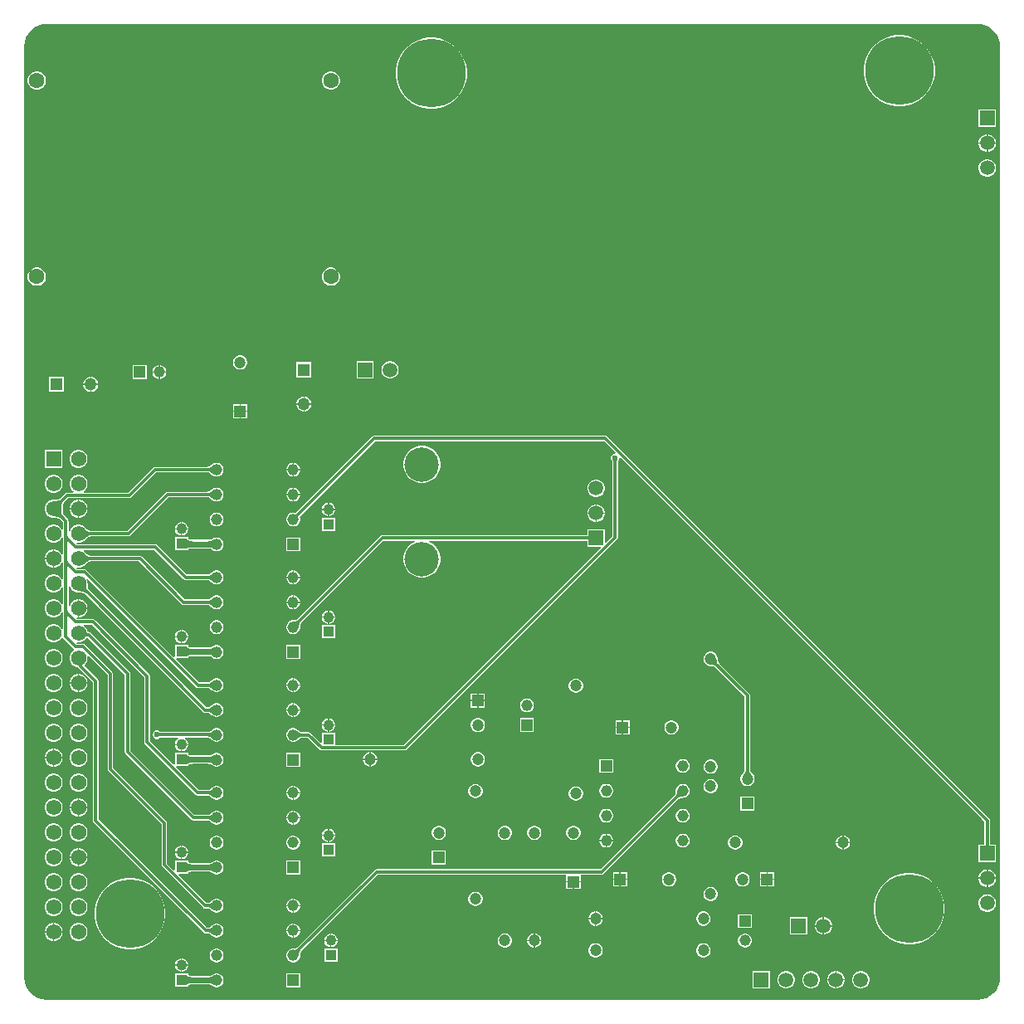
<source format=gbl>
G04*
G04 #@! TF.GenerationSoftware,Altium Limited,Altium Designer,23.1.1 (15)*
G04*
G04 Layer_Physical_Order=2*
G04 Layer_Color=16711680*
%FSLAX44Y44*%
%MOMM*%
G71*
G04*
G04 #@! TF.SameCoordinates,B4DDBA6E-A5DF-4BEF-8E9B-D6B716FEC55F*
G04*
G04*
G04 #@! TF.FilePolarity,Positive*
G04*
G01*
G75*
%ADD36C,0.3000*%
%ADD37C,0.6000*%
%ADD38C,1.1000*%
%ADD39R,1.1000X1.1000*%
%ADD40R,1.2750X1.2750*%
%ADD41C,1.2750*%
%ADD42R,1.2000X1.2000*%
%ADD43C,1.2000*%
%ADD44C,1.1500*%
%ADD45R,1.1500X1.1500*%
%ADD46R,1.2750X1.2750*%
%ADD47C,1.5750*%
%ADD48R,1.5750X1.5750*%
%ADD49R,1.5000X1.5000*%
%ADD50C,1.5000*%
%ADD51R,1.2000X1.2000*%
%ADD52R,1.1500X1.1500*%
%ADD53R,1.1590X1.1590*%
%ADD54C,1.1590*%
%ADD55R,1.5080X1.5080*%
%ADD56C,1.5080*%
%ADD57C,7.0000*%
%ADD58C,1.6000*%
%ADD59C,3.5160*%
%ADD60C,0.5000*%
%ADD61C,0.6000*%
G36*
X979431Y997276D02*
X983692Y995984D01*
X987618Y993885D01*
X991060Y991060D01*
X993885Y987618D01*
X995984Y983692D01*
X997276Y979431D01*
X997703Y975090D01*
X997685Y975000D01*
Y25000D01*
X997703Y24910D01*
X997276Y20569D01*
X995984Y16308D01*
X993885Y12382D01*
X991060Y8940D01*
X987618Y6115D01*
X983692Y4017D01*
X979431Y2724D01*
X975090Y2297D01*
X975000Y2315D01*
X25000D01*
X24910Y2297D01*
X20569Y2724D01*
X16308Y4017D01*
X12382Y6115D01*
X8940Y8940D01*
X6115Y12382D01*
X4017Y16308D01*
X2724Y20569D01*
X2297Y24910D01*
X2315Y25000D01*
Y975000D01*
X2297Y975090D01*
X2724Y979431D01*
X4017Y983692D01*
X6115Y987618D01*
X8940Y991060D01*
X12382Y993885D01*
X16308Y995984D01*
X20569Y997276D01*
X24910Y997703D01*
X25000Y997685D01*
X975000D01*
X975090Y997703D01*
X979431Y997276D01*
D02*
G37*
%LPC*%
G36*
X316220Y949270D02*
X313780D01*
X311422Y948638D01*
X309308Y947418D01*
X307582Y945692D01*
X306362Y943578D01*
X305730Y941220D01*
Y938780D01*
X306362Y936422D01*
X307582Y934308D01*
X309308Y932582D01*
X311422Y931362D01*
X313780Y930730D01*
X316220D01*
X318578Y931362D01*
X320692Y932582D01*
X322418Y934308D01*
X323638Y936422D01*
X324270Y938780D01*
Y941220D01*
X323638Y943578D01*
X322418Y945692D01*
X320692Y947418D01*
X318578Y948638D01*
X316220Y949270D01*
D02*
G37*
G36*
X16220D02*
X13780D01*
X11422Y948638D01*
X9308Y947418D01*
X7582Y945692D01*
X6362Y943578D01*
X5730Y941220D01*
Y938780D01*
X6362Y936422D01*
X7582Y934308D01*
X9308Y932582D01*
X11422Y931362D01*
X13780Y930730D01*
X16220D01*
X18578Y931362D01*
X20692Y932582D01*
X22418Y934308D01*
X23638Y936422D01*
X24270Y938780D01*
Y941220D01*
X23638Y943578D01*
X22418Y945692D01*
X20692Y947418D01*
X18578Y948638D01*
X16220Y949270D01*
D02*
G37*
G36*
X897855Y986270D02*
X892145D01*
X886507Y985377D01*
X881077Y983613D01*
X875990Y981021D01*
X871372Y977665D01*
X867335Y973628D01*
X863979Y969010D01*
X861387Y963923D01*
X859623Y958493D01*
X858730Y952855D01*
Y947145D01*
X859623Y941507D01*
X861387Y936077D01*
X863979Y930990D01*
X867335Y926372D01*
X871372Y922335D01*
X875990Y918979D01*
X881077Y916387D01*
X886507Y914623D01*
X892145Y913730D01*
X897855D01*
X903493Y914623D01*
X908923Y916387D01*
X914010Y918979D01*
X918628Y922335D01*
X922665Y926372D01*
X926021Y930990D01*
X928613Y936077D01*
X930377Y941507D01*
X931270Y947145D01*
Y952855D01*
X930377Y958493D01*
X928613Y963923D01*
X926021Y969010D01*
X922665Y973628D01*
X918628Y977665D01*
X914010Y981021D01*
X908923Y983613D01*
X903493Y985377D01*
X897855Y986270D01*
D02*
G37*
G36*
X420354Y983770D02*
X414646D01*
X409007Y982877D01*
X403577Y981113D01*
X398490Y978521D01*
X393872Y975165D01*
X389835Y971128D01*
X386479Y966510D01*
X383887Y961423D01*
X382123Y955993D01*
X381230Y950355D01*
Y944645D01*
X382123Y939007D01*
X383887Y933577D01*
X386479Y928490D01*
X389835Y923872D01*
X393872Y919835D01*
X398490Y916479D01*
X403577Y913887D01*
X409007Y912123D01*
X414646Y911230D01*
X420354D01*
X425993Y912123D01*
X431423Y913887D01*
X436510Y916479D01*
X441128Y919835D01*
X445165Y923872D01*
X448521Y928490D01*
X451113Y933577D01*
X452877Y939007D01*
X453770Y944645D01*
Y950355D01*
X452877Y955993D01*
X451113Y961423D01*
X448521Y966510D01*
X445165Y971128D01*
X441128Y975165D01*
X436510Y978521D01*
X431423Y981113D01*
X425993Y982877D01*
X420354Y983770D01*
D02*
G37*
G36*
X993600Y910480D02*
X975980D01*
Y892860D01*
X993600D01*
Y910480D01*
D02*
G37*
G36*
X985950Y885080D02*
X985425D01*
Y876905D01*
X993600D01*
Y877430D01*
X993000Y879670D01*
X991840Y881679D01*
X990199Y883320D01*
X988191Y884480D01*
X985950Y885080D01*
D02*
G37*
G36*
X984155D02*
X983630D01*
X981389Y884480D01*
X979380Y883320D01*
X977740Y881679D01*
X976580Y879670D01*
X975980Y877430D01*
Y876905D01*
X984155D01*
Y885080D01*
D02*
G37*
G36*
X993600Y875635D02*
X985425D01*
Y867460D01*
X985950D01*
X988191Y868060D01*
X990199Y869220D01*
X991840Y870861D01*
X993000Y872869D01*
X993600Y875110D01*
Y875635D01*
D02*
G37*
G36*
X984155D02*
X975980D01*
Y875110D01*
X976580Y872869D01*
X977740Y870861D01*
X979380Y869220D01*
X981389Y868060D01*
X983630Y867460D01*
X984155D01*
Y875635D01*
D02*
G37*
G36*
X985950Y859680D02*
X983630D01*
X981389Y859080D01*
X979380Y857920D01*
X977740Y856279D01*
X976580Y854270D01*
X975980Y852030D01*
Y849710D01*
X976580Y847469D01*
X977740Y845461D01*
X979380Y843820D01*
X981389Y842660D01*
X983630Y842060D01*
X985950D01*
X988191Y842660D01*
X990199Y843820D01*
X991840Y845461D01*
X993000Y847469D01*
X993600Y849710D01*
Y852030D01*
X993000Y854270D01*
X991840Y856279D01*
X990199Y857920D01*
X988191Y859080D01*
X985950Y859680D01*
D02*
G37*
G36*
X316220Y749270D02*
X313780D01*
X311422Y748638D01*
X309308Y747418D01*
X307582Y745692D01*
X306362Y743578D01*
X305730Y741220D01*
Y738780D01*
X306362Y736422D01*
X307582Y734308D01*
X309308Y732582D01*
X311422Y731362D01*
X313780Y730730D01*
X316220D01*
X318578Y731362D01*
X320692Y732582D01*
X322418Y734308D01*
X323638Y736422D01*
X324270Y738780D01*
Y741220D01*
X323638Y743578D01*
X322418Y745692D01*
X320692Y747418D01*
X318578Y748638D01*
X316220Y749270D01*
D02*
G37*
G36*
X16220D02*
X13780D01*
X11422Y748638D01*
X9308Y747418D01*
X7582Y745692D01*
X6362Y743578D01*
X5730Y741220D01*
Y738780D01*
X6362Y736422D01*
X7582Y734308D01*
X9308Y732582D01*
X11422Y731362D01*
X13780Y730730D01*
X16220D01*
X18578Y731362D01*
X20692Y732582D01*
X22418Y734308D01*
X23638Y736422D01*
X24270Y738780D01*
Y741220D01*
X23638Y743578D01*
X22418Y745692D01*
X20692Y747418D01*
X18578Y748638D01*
X16220Y749270D01*
D02*
G37*
G36*
X223457Y659770D02*
X221543D01*
X219694Y659275D01*
X218036Y658317D01*
X216683Y656964D01*
X215725Y655306D01*
X215230Y653457D01*
Y651543D01*
X215725Y649694D01*
X216683Y648036D01*
X218036Y646683D01*
X219694Y645725D01*
X221543Y645230D01*
X223457D01*
X225306Y645725D01*
X226964Y646683D01*
X228318Y648036D01*
X229275Y649694D01*
X229770Y651543D01*
Y653457D01*
X229275Y655306D01*
X228318Y656964D01*
X226964Y658317D01*
X225306Y659275D01*
X223457Y659770D01*
D02*
G37*
G36*
X140924Y649520D02*
X140635D01*
Y643135D01*
X147020D01*
Y643424D01*
X146542Y645210D01*
X145617Y646810D01*
X144310Y648117D01*
X142710Y649042D01*
X140924Y649520D01*
D02*
G37*
G36*
X139365D02*
X139076D01*
X137290Y649042D01*
X135690Y648117D01*
X134383Y646810D01*
X133458Y645210D01*
X132980Y643424D01*
Y643135D01*
X139365D01*
Y649520D01*
D02*
G37*
G36*
X295145Y652645D02*
X279855D01*
Y637355D01*
X295145D01*
Y652645D01*
D02*
G37*
G36*
X376555Y653770D02*
X374245D01*
X372015Y653172D01*
X370015Y652018D01*
X368382Y650385D01*
X367228Y648385D01*
X366630Y646155D01*
Y643845D01*
X367228Y641615D01*
X368382Y639615D01*
X370015Y637982D01*
X372015Y636828D01*
X374245Y636230D01*
X376555D01*
X378785Y636828D01*
X380785Y637982D01*
X382418Y639615D01*
X383572Y641615D01*
X384170Y643845D01*
Y646155D01*
X383572Y648385D01*
X382418Y650385D01*
X380785Y652018D01*
X378785Y653172D01*
X376555Y653770D01*
D02*
G37*
G36*
X358770D02*
X341230D01*
Y636230D01*
X358770D01*
Y653770D01*
D02*
G37*
G36*
X147020Y641865D02*
X140635D01*
Y635480D01*
X140924D01*
X142710Y635958D01*
X144310Y636883D01*
X145617Y638190D01*
X146542Y639790D01*
X147020Y641576D01*
Y641865D01*
D02*
G37*
G36*
X139365D02*
X132980D01*
Y641576D01*
X133458Y639790D01*
X134383Y638190D01*
X135690Y636883D01*
X137290Y635958D01*
X139076Y635480D01*
X139365D01*
Y641865D01*
D02*
G37*
G36*
X127020Y649520D02*
X112980D01*
Y635480D01*
X127020D01*
Y649520D01*
D02*
G37*
G36*
X71006Y637645D02*
X70635D01*
Y630635D01*
X77645D01*
Y631007D01*
X77124Y632951D01*
X76118Y634694D01*
X74694Y636118D01*
X72951Y637124D01*
X71006Y637645D01*
D02*
G37*
G36*
X69365D02*
X68994D01*
X67049Y637124D01*
X65306Y636118D01*
X63882Y634694D01*
X62876Y632951D01*
X62355Y631007D01*
Y630635D01*
X69365D01*
Y637645D01*
D02*
G37*
G36*
X77645Y629365D02*
X70635D01*
Y622355D01*
X71006D01*
X72951Y622876D01*
X74694Y623882D01*
X76118Y625306D01*
X77124Y627049D01*
X77645Y628993D01*
Y629365D01*
D02*
G37*
G36*
X69365D02*
X62355D01*
Y628993D01*
X62876Y627049D01*
X63882Y625306D01*
X65306Y623882D01*
X67049Y622876D01*
X68994Y622355D01*
X69365D01*
Y629365D01*
D02*
G37*
G36*
X42645Y637645D02*
X27355D01*
Y622355D01*
X42645D01*
Y637645D01*
D02*
G37*
G36*
X288507Y617645D02*
X288135D01*
Y610635D01*
X295145D01*
Y611007D01*
X294624Y612951D01*
X293617Y614694D01*
X292194Y616118D01*
X290451Y617124D01*
X288507Y617645D01*
D02*
G37*
G36*
X286865D02*
X286493D01*
X284549Y617124D01*
X282806Y616118D01*
X281383Y614694D01*
X280376Y612951D01*
X279855Y611007D01*
Y610635D01*
X286865D01*
Y617645D01*
D02*
G37*
G36*
X229770Y609770D02*
X223135D01*
Y603135D01*
X229770D01*
Y609770D01*
D02*
G37*
G36*
X221865D02*
X215230D01*
Y603135D01*
X221865D01*
Y609770D01*
D02*
G37*
G36*
X295145Y609365D02*
X288135D01*
Y602355D01*
X288507D01*
X290451Y602876D01*
X292194Y603882D01*
X293617Y605306D01*
X294624Y607049D01*
X295145Y608993D01*
Y609365D01*
D02*
G37*
G36*
X286865D02*
X279855D01*
Y608993D01*
X280376Y607049D01*
X281383Y605306D01*
X282806Y603882D01*
X284549Y602876D01*
X286493Y602355D01*
X286865D01*
Y609365D01*
D02*
G37*
G36*
X229770Y601865D02*
X223135D01*
Y595230D01*
X229770D01*
Y601865D01*
D02*
G37*
G36*
X221865D02*
X215230D01*
Y595230D01*
X221865D01*
Y601865D01*
D02*
G37*
G36*
X595000Y577824D02*
X595000Y577824D01*
X359250D01*
X359250Y577824D01*
X358169Y577609D01*
X357253Y576997D01*
X279168Y498913D01*
X277480Y499365D01*
X275620D01*
X273823Y498884D01*
X272212Y497953D01*
X270897Y496638D01*
X269967Y495027D01*
X269485Y493230D01*
Y491370D01*
X269967Y489573D01*
X270897Y487962D01*
X272212Y486647D01*
X273823Y485717D01*
X275620Y485235D01*
X277480D01*
X279277Y485717D01*
X280888Y486647D01*
X282203Y487962D01*
X283134Y489573D01*
X283615Y491370D01*
Y493230D01*
X283163Y494918D01*
X360420Y572176D01*
X593830D01*
X605466Y560540D01*
X604940Y559270D01*
X604151D01*
X602581Y558620D01*
X601380Y557419D01*
X600730Y555849D01*
Y554151D01*
X601380Y552581D01*
X601796Y552166D01*
X601872Y551945D01*
X601927Y551883D01*
X601935Y551871D01*
X601957Y551830D01*
X601987Y551754D01*
X602021Y551644D01*
X602054Y551499D01*
X602080Y551338D01*
X602120Y550855D01*
X602126Y550576D01*
X602176Y550462D01*
Y474811D01*
X595674Y468310D01*
X594501Y468796D01*
Y482140D01*
X576881D01*
Y476541D01*
X576845Y476475D01*
X576841Y476441D01*
X576837Y476438D01*
X576684Y476376D01*
X576438Y476311D01*
X576101Y476255D01*
X575680Y476218D01*
X575146Y476204D01*
X575033Y476154D01*
X367580D01*
X367580Y476154D01*
X366499Y475939D01*
X365583Y475327D01*
X281092Y390836D01*
X280986Y390799D01*
X280677Y390520D01*
X280390Y390311D01*
X280068Y390123D01*
X279707Y389955D01*
X279305Y389808D01*
X278858Y389686D01*
X278367Y389589D01*
X277830Y389519D01*
X277248Y389479D01*
X276588Y389469D01*
X276346Y389365D01*
X275620D01*
X273823Y388884D01*
X272212Y387953D01*
X270897Y386638D01*
X269967Y385027D01*
X269485Y383230D01*
Y381370D01*
X269967Y379573D01*
X270897Y377962D01*
X272212Y376647D01*
X273823Y375717D01*
X275620Y375235D01*
X277480D01*
X279277Y375717D01*
X280888Y376647D01*
X282203Y377962D01*
X283134Y379573D01*
X283615Y381370D01*
Y382096D01*
X283719Y382337D01*
X283729Y382998D01*
X283769Y383580D01*
X283839Y384117D01*
X283936Y384608D01*
X284058Y385055D01*
X284205Y385457D01*
X284373Y385818D01*
X284562Y386140D01*
X284770Y386427D01*
X285049Y386736D01*
X285086Y386842D01*
X368750Y470506D01*
X400619D01*
X400872Y469236D01*
X398962Y468445D01*
X395875Y466382D01*
X393249Y463756D01*
X391186Y460669D01*
X389765Y457238D01*
X389041Y453597D01*
Y449883D01*
X389765Y446242D01*
X391186Y442811D01*
X393249Y439724D01*
X395875Y437098D01*
X398962Y435035D01*
X402393Y433614D01*
X406034Y432890D01*
X409748D01*
X413389Y433614D01*
X416820Y435035D01*
X419907Y437098D01*
X422533Y439724D01*
X424596Y442811D01*
X426017Y446242D01*
X426741Y449883D01*
Y453597D01*
X426017Y457238D01*
X424596Y460669D01*
X422533Y463756D01*
X419907Y466382D01*
X416820Y468445D01*
X414910Y469236D01*
X415163Y470506D01*
X575033D01*
X575146Y470456D01*
X575680Y470442D01*
X576101Y470405D01*
X576438Y470350D01*
X576684Y470284D01*
X576837Y470222D01*
X576841Y470219D01*
X576845Y470185D01*
X576881Y470119D01*
Y464520D01*
X590225D01*
X590711Y463347D01*
X389418Y262054D01*
X319270D01*
Y274270D01*
X305730D01*
Y264699D01*
X304557Y264213D01*
X294473Y274297D01*
X293557Y274909D01*
X292476Y275124D01*
X292476Y275124D01*
X285798D01*
X285697Y275173D01*
X285281Y275195D01*
X284930Y275250D01*
X284569Y275344D01*
X284195Y275480D01*
X283807Y275661D01*
X283405Y275890D01*
X282989Y276169D01*
X282560Y276500D01*
X282120Y276883D01*
X281646Y277343D01*
X281402Y277440D01*
X280888Y277953D01*
X279277Y278883D01*
X277480Y279365D01*
X275620D01*
X273823Y278883D01*
X272212Y277953D01*
X270897Y276638D01*
X269967Y275027D01*
X269485Y273230D01*
Y271370D01*
X269967Y269573D01*
X270897Y267962D01*
X272212Y266647D01*
X273823Y265716D01*
X275620Y265235D01*
X277480D01*
X279277Y265716D01*
X280888Y266647D01*
X281402Y267160D01*
X281646Y267257D01*
X282120Y267717D01*
X282560Y268100D01*
X282988Y268431D01*
X283405Y268710D01*
X283807Y268939D01*
X284195Y269120D01*
X284569Y269256D01*
X284930Y269350D01*
X285281Y269405D01*
X285697Y269427D01*
X285798Y269476D01*
X291306D01*
X303549Y257233D01*
X303549Y257233D01*
X304465Y256621D01*
X305546Y256406D01*
X390588D01*
X390588Y256406D01*
X391669Y256621D01*
X392585Y257233D01*
X606997Y471645D01*
X606997Y471645D01*
X607609Y472561D01*
X607824Y473642D01*
Y550442D01*
X607874Y550549D01*
X607896Y551126D01*
X607917Y551321D01*
X607946Y551499D01*
X607979Y551644D01*
X608013Y551754D01*
X608043Y551830D01*
X608065Y551871D01*
X608073Y551883D01*
X608128Y551945D01*
X608204Y552166D01*
X608620Y552581D01*
X609270Y554151D01*
Y554940D01*
X610540Y555466D01*
X981966Y184040D01*
Y162327D01*
X981916Y162215D01*
X981902Y161681D01*
X981865Y161260D01*
X981809Y160923D01*
X981744Y160677D01*
X981682Y160524D01*
X981679Y160520D01*
X981645Y160516D01*
X981579Y160480D01*
X975980D01*
Y142860D01*
X993600D01*
Y160480D01*
X988001D01*
X987935Y160516D01*
X987901Y160520D01*
X987898Y160524D01*
X987836Y160677D01*
X987770Y160923D01*
X987715Y161260D01*
X987678Y161681D01*
X987664Y162215D01*
X987614Y162327D01*
Y185210D01*
X987614Y185210D01*
X987399Y186291D01*
X986787Y187207D01*
X596997Y576997D01*
X596081Y577609D01*
X595000Y577824D01*
D02*
G37*
G36*
X58704Y563045D02*
X56296D01*
X53970Y562422D01*
X51885Y561218D01*
X50182Y559515D01*
X48978Y557430D01*
X48355Y555104D01*
Y552696D01*
X48978Y550370D01*
X50182Y548285D01*
X51885Y546582D01*
X53970Y545378D01*
X56296Y544755D01*
X58704D01*
X61030Y545378D01*
X63115Y546582D01*
X64818Y548285D01*
X66022Y550370D01*
X66645Y552696D01*
Y555104D01*
X66022Y557430D01*
X64818Y559515D01*
X63115Y561218D01*
X61030Y562422D01*
X58704Y563045D01*
D02*
G37*
G36*
X41245D02*
X22955D01*
Y544755D01*
X41245D01*
Y563045D01*
D02*
G37*
G36*
X277480Y550165D02*
X277185D01*
Y543735D01*
X283615D01*
Y544030D01*
X283134Y545827D01*
X282203Y547438D01*
X280888Y548753D01*
X279277Y549683D01*
X277480Y550165D01*
D02*
G37*
G36*
X275915D02*
X275620D01*
X273823Y549683D01*
X272212Y548753D01*
X270897Y547438D01*
X269967Y545827D01*
X269485Y544030D01*
Y543735D01*
X275915D01*
Y550165D01*
D02*
G37*
G36*
X283615Y542465D02*
X277185D01*
Y536035D01*
X277480D01*
X279277Y536516D01*
X280888Y537447D01*
X282203Y538762D01*
X283134Y540373D01*
X283615Y542170D01*
Y542465D01*
D02*
G37*
G36*
X275915D02*
X269485D01*
Y542170D01*
X269967Y540373D01*
X270897Y538762D01*
X272212Y537447D01*
X273823Y536516D01*
X275620Y536035D01*
X275915D01*
Y542465D01*
D02*
G37*
G36*
X199380Y550165D02*
X197520D01*
X195723Y549683D01*
X194112Y548753D01*
X193598Y548240D01*
X193354Y548143D01*
X192880Y547683D01*
X192440Y547300D01*
X192012Y546969D01*
X191595Y546690D01*
X191193Y546461D01*
X190805Y546280D01*
X190431Y546144D01*
X190070Y546050D01*
X189719Y545995D01*
X189303Y545973D01*
X189202Y545924D01*
X135838D01*
X134757Y545709D01*
X133841Y545097D01*
X133841Y545097D01*
X108318Y519574D01*
X62870D01*
X62530Y520844D01*
X63115Y521182D01*
X64818Y522885D01*
X66022Y524970D01*
X66645Y527296D01*
Y529704D01*
X66022Y532030D01*
X64818Y534115D01*
X63115Y535818D01*
X61030Y537022D01*
X58704Y537645D01*
X56296D01*
X53970Y537022D01*
X51885Y535818D01*
X50182Y534115D01*
X48978Y532030D01*
X48355Y529704D01*
Y527296D01*
X48978Y524970D01*
X50182Y522885D01*
X51885Y521182D01*
X52470Y520844D01*
X52130Y519574D01*
X45750D01*
X44669Y519359D01*
X43753Y518747D01*
X43753Y518747D01*
X39044Y514038D01*
X38943Y514004D01*
X38563Y513672D01*
X38183Y513418D01*
X37724Y513180D01*
X37183Y512965D01*
X36557Y512776D01*
X35847Y512618D01*
X35072Y512497D01*
X33210Y512359D01*
X32166Y512349D01*
X31921Y512245D01*
X30896D01*
X28570Y511622D01*
X26485Y510418D01*
X24782Y508715D01*
X23578Y506630D01*
X22955Y504304D01*
Y501896D01*
X23578Y499570D01*
X24782Y497485D01*
X26485Y495782D01*
X28570Y494578D01*
X30896Y493955D01*
X31907D01*
X32138Y493851D01*
X34195Y493791D01*
X35054Y493705D01*
X35847Y493582D01*
X36557Y493424D01*
X37183Y493236D01*
X37724Y493020D01*
X38183Y492783D01*
X38563Y492528D01*
X38943Y492196D01*
X39044Y492162D01*
X41712Y489494D01*
Y481881D01*
X40442Y481541D01*
X39418Y483315D01*
X37715Y485018D01*
X35630Y486222D01*
X33304Y486845D01*
X30896D01*
X28570Y486222D01*
X26485Y485018D01*
X24782Y483315D01*
X23578Y481230D01*
X22955Y478904D01*
Y476496D01*
X23578Y474170D01*
X24782Y472085D01*
X26485Y470382D01*
X28570Y469178D01*
X30896Y468555D01*
X33304D01*
X35630Y469178D01*
X37715Y470382D01*
X39418Y472085D01*
X40478Y473921D01*
X41712Y473519D01*
Y456482D01*
X40442Y456141D01*
X39418Y457915D01*
X37715Y459618D01*
X35630Y460822D01*
X33304Y461445D01*
X32735D01*
Y452300D01*
X32100D01*
D01*
X32735D01*
Y443155D01*
X33304D01*
X35630Y443778D01*
X37715Y444982D01*
X39418Y446685D01*
X40478Y448521D01*
X41712Y448119D01*
Y431082D01*
X40442Y430741D01*
X39418Y432515D01*
X37715Y434218D01*
X35630Y435422D01*
X33304Y436045D01*
X30896D01*
X28570Y435422D01*
X26485Y434218D01*
X24782Y432515D01*
X23578Y430430D01*
X22955Y428104D01*
Y425696D01*
X23578Y423370D01*
X24782Y421285D01*
X26485Y419582D01*
X28570Y418378D01*
X30896Y417755D01*
X33304D01*
X35630Y418378D01*
X37715Y419582D01*
X39418Y421285D01*
X40442Y423059D01*
X41712Y422719D01*
Y405681D01*
X40442Y405341D01*
X39418Y407115D01*
X37715Y408818D01*
X35630Y410022D01*
X33304Y410645D01*
X30896D01*
X28570Y410022D01*
X26485Y408818D01*
X24782Y407115D01*
X23578Y405030D01*
X22955Y402704D01*
Y400296D01*
X23578Y397970D01*
X24782Y395885D01*
X26485Y394182D01*
X28570Y392978D01*
X30896Y392355D01*
X33304D01*
X35630Y392978D01*
X37715Y394182D01*
X39418Y395885D01*
X40478Y397721D01*
X41712Y397319D01*
Y380281D01*
X40442Y379941D01*
X39418Y381715D01*
X37715Y383418D01*
X35630Y384622D01*
X33304Y385245D01*
X30896D01*
X28570Y384622D01*
X26485Y383418D01*
X24782Y381715D01*
X23578Y379630D01*
X22955Y377304D01*
Y374896D01*
X23578Y372570D01*
X24782Y370485D01*
X26485Y368782D01*
X28570Y367578D01*
X30896Y366955D01*
X33304D01*
X35630Y367578D01*
X37715Y368782D01*
X39418Y370485D01*
X40487Y372337D01*
X40580Y372346D01*
X41504Y372242D01*
X41773Y372142D01*
X41927Y371366D01*
X42539Y370450D01*
X52536Y360453D01*
X52536Y360453D01*
X53012Y360135D01*
X53089Y358790D01*
X53056Y358694D01*
X51885Y358018D01*
X50182Y356315D01*
X48978Y354230D01*
X48355Y351904D01*
Y349496D01*
X48978Y347170D01*
X50182Y345085D01*
X51885Y343382D01*
X53970Y342178D01*
X56296Y341555D01*
X57315D01*
X57330Y341480D01*
X57943Y340563D01*
X72176Y326330D01*
Y185000D01*
X72176Y185000D01*
X72391Y183919D01*
X73003Y183003D01*
X185303Y70703D01*
X185303Y70703D01*
X186219Y70091D01*
X187300Y69876D01*
X189202D01*
X189303Y69827D01*
X189719Y69805D01*
X190070Y69750D01*
X190431Y69656D01*
X190805Y69520D01*
X191193Y69339D01*
X191595Y69110D01*
X192011Y68831D01*
X192440Y68500D01*
X192880Y68117D01*
X193354Y67657D01*
X193598Y67560D01*
X194112Y67047D01*
X195723Y66116D01*
X197520Y65635D01*
X199380D01*
X201177Y66116D01*
X202788Y67047D01*
X204103Y68362D01*
X205033Y69973D01*
X205515Y71770D01*
Y73630D01*
X205033Y75427D01*
X204103Y77038D01*
X202788Y78353D01*
X201177Y79283D01*
X199380Y79765D01*
X197520D01*
X195723Y79283D01*
X194112Y78353D01*
X193598Y77840D01*
X193354Y77743D01*
X192880Y77283D01*
X192440Y76900D01*
X192012Y76569D01*
X191595Y76290D01*
X191193Y76061D01*
X190805Y75880D01*
X190431Y75744D01*
X190070Y75650D01*
X189719Y75595D01*
X189303Y75573D01*
X189202Y75524D01*
X188470D01*
X77824Y186170D01*
Y327500D01*
X77609Y328581D01*
X76997Y329497D01*
X76997Y329497D01*
X63115Y343379D01*
X63115Y343382D01*
X64818Y345085D01*
X66022Y347170D01*
X66645Y349496D01*
Y351904D01*
X66470Y352557D01*
X67609Y353214D01*
X87176Y333647D01*
Y237500D01*
X87176Y237500D01*
X87391Y236419D01*
X88003Y235503D01*
X142176Y181330D01*
Y140000D01*
X142176Y140000D01*
X142391Y138919D01*
X143003Y138003D01*
X184903Y96103D01*
X184903Y96103D01*
X185819Y95491D01*
X186900Y95276D01*
X189202D01*
X189303Y95227D01*
X189719Y95205D01*
X190070Y95150D01*
X190431Y95056D01*
X190805Y94920D01*
X191193Y94739D01*
X191595Y94510D01*
X192011Y94231D01*
X192440Y93900D01*
X192880Y93517D01*
X193354Y93057D01*
X193598Y92960D01*
X194112Y92447D01*
X195723Y91517D01*
X197520Y91035D01*
X199380D01*
X201177Y91517D01*
X202788Y92447D01*
X204103Y93762D01*
X205033Y95373D01*
X205515Y97170D01*
Y99030D01*
X205033Y100827D01*
X204103Y102438D01*
X202788Y103753D01*
X201177Y104684D01*
X199380Y105165D01*
X197520D01*
X195723Y104684D01*
X194112Y103753D01*
X193598Y103240D01*
X193354Y103143D01*
X192880Y102683D01*
X192440Y102300D01*
X192012Y101969D01*
X191595Y101690D01*
X191193Y101461D01*
X190805Y101280D01*
X190431Y101144D01*
X190070Y101050D01*
X189719Y100995D01*
X189303Y100973D01*
X189202Y100924D01*
X188070D01*
X159438Y129557D01*
X159923Y130730D01*
X167676D01*
X167780Y130669D01*
X167877Y130694D01*
X167969Y130656D01*
X168149Y130730D01*
X169270D01*
Y131737D01*
X169331Y131841D01*
X169363Y132068D01*
X169372Y132087D01*
X169433Y132157D01*
X169619Y132287D01*
X169963Y132446D01*
X170471Y132604D01*
X171112Y132734D01*
X172908Y132904D01*
X173997Y132926D01*
X174044Y132946D01*
X189801D01*
X189844Y132927D01*
X189846Y132927D01*
X189849Y132926D01*
X191017Y132884D01*
X191475Y132836D01*
X191891Y132771D01*
X192249Y132691D01*
X192547Y132601D01*
X192784Y132507D01*
X192960Y132413D01*
X193081Y132329D01*
X193235Y132185D01*
X193457Y132101D01*
X194112Y131447D01*
X195723Y130516D01*
X197520Y130035D01*
X199380D01*
X201177Y130516D01*
X202788Y131447D01*
X204103Y132762D01*
X205033Y134373D01*
X205515Y136170D01*
Y138030D01*
X205033Y139827D01*
X204103Y141438D01*
X202788Y142753D01*
X201177Y143683D01*
X199380Y144165D01*
X197520D01*
X195723Y143683D01*
X194112Y142753D01*
X193778Y142420D01*
X193584Y142361D01*
X193424Y142230D01*
X193294Y142150D01*
X193104Y142062D01*
X192853Y141973D01*
X192541Y141889D01*
X192170Y141816D01*
X191757Y141758D01*
X190713Y141684D01*
X190120Y141674D01*
X190072Y141654D01*
X174048D01*
X174002Y141674D01*
X172900Y141700D01*
X171964Y141774D01*
X171171Y141891D01*
X170526Y142046D01*
X170036Y142224D01*
X169703Y142405D01*
X169511Y142563D01*
X169420Y142686D01*
X169373Y142802D01*
X169335Y143131D01*
X169270Y143246D01*
Y144270D01*
X168149D01*
X167969Y144344D01*
X167890Y144311D01*
X167808Y144335D01*
X167693Y144270D01*
X155730D01*
Y134923D01*
X154557Y134438D01*
X147824Y141170D01*
Y182500D01*
X147824Y182500D01*
X147609Y183581D01*
X146997Y184497D01*
X92824Y238670D01*
Y334817D01*
X92609Y335898D01*
X91997Y336814D01*
X91997Y336814D01*
X64364Y364447D01*
X63448Y365059D01*
X62367Y365274D01*
X62367Y365274D01*
X55979D01*
X55550Y365840D01*
X56296Y366955D01*
X58704D01*
X61030Y367578D01*
X63115Y368782D01*
X64818Y370485D01*
X65219Y371180D01*
X65397Y371291D01*
X65496Y371431D01*
X65540Y371476D01*
X66677Y371829D01*
X104676Y333830D01*
Y255000D01*
X104676Y255000D01*
X104891Y253919D01*
X105503Y253003D01*
X172603Y185903D01*
X172603Y185903D01*
X173519Y185291D01*
X174600Y185076D01*
X189202D01*
X189303Y185027D01*
X189719Y185005D01*
X190070Y184950D01*
X190431Y184856D01*
X190805Y184720D01*
X191193Y184539D01*
X191595Y184310D01*
X192011Y184031D01*
X192440Y183700D01*
X192880Y183317D01*
X193354Y182857D01*
X193598Y182760D01*
X194112Y182246D01*
X195723Y181316D01*
X197520Y180835D01*
X199380D01*
X201177Y181316D01*
X202788Y182246D01*
X204103Y183562D01*
X205033Y185173D01*
X205515Y186970D01*
Y188830D01*
X205033Y190627D01*
X204103Y192238D01*
X202788Y193553D01*
X201177Y194483D01*
X199380Y194965D01*
X197520D01*
X195723Y194483D01*
X194112Y193553D01*
X193598Y193040D01*
X193354Y192943D01*
X192880Y192483D01*
X192440Y192100D01*
X192012Y191769D01*
X191595Y191490D01*
X191193Y191261D01*
X190805Y191080D01*
X190431Y190944D01*
X190070Y190849D01*
X189719Y190795D01*
X189303Y190773D01*
X189202Y190724D01*
X175770D01*
X110324Y256170D01*
Y335000D01*
X110324Y335000D01*
X110109Y336081D01*
X109497Y336997D01*
X109497Y336997D01*
X69697Y376797D01*
X68781Y377409D01*
X67976Y377569D01*
X67746Y377673D01*
X67376Y377686D01*
X67107Y377715D01*
X66897Y377757D01*
X66746Y377805D01*
X66653Y377849D01*
X66607Y377879D01*
X66591Y377894D01*
X66586Y377901D01*
X66578Y377919D01*
X66534Y378069D01*
X66393Y378246D01*
X66358Y378374D01*
X66333Y378485D01*
X66328Y378489D01*
X66022Y379630D01*
X64818Y381715D01*
X63115Y383418D01*
X62530Y383756D01*
X62870Y385026D01*
X70980D01*
X124676Y331330D01*
Y265000D01*
X124676Y265000D01*
X124891Y263919D01*
X125503Y263003D01*
X177203Y211303D01*
X177203Y211303D01*
X178119Y210691D01*
X179200Y210476D01*
X179200Y210476D01*
X189202D01*
X189303Y210427D01*
X189719Y210405D01*
X190070Y210350D01*
X190431Y210256D01*
X190805Y210120D01*
X191193Y209939D01*
X191595Y209710D01*
X192011Y209431D01*
X192440Y209100D01*
X192880Y208717D01*
X193354Y208257D01*
X193598Y208160D01*
X194112Y207647D01*
X195723Y206716D01*
X197520Y206235D01*
X199380D01*
X201177Y206716D01*
X202788Y207647D01*
X204103Y208962D01*
X205033Y210573D01*
X205515Y212370D01*
Y214230D01*
X205033Y216027D01*
X204103Y217638D01*
X202788Y218953D01*
X201177Y219883D01*
X199380Y220365D01*
X197520D01*
X195723Y219883D01*
X194112Y218953D01*
X193598Y218440D01*
X193354Y218343D01*
X192880Y217883D01*
X192440Y217500D01*
X192012Y217169D01*
X191595Y216890D01*
X191193Y216661D01*
X190805Y216480D01*
X190431Y216344D01*
X190070Y216250D01*
X189719Y216194D01*
X189303Y216173D01*
X189202Y216124D01*
X180370D01*
X156938Y239557D01*
X157423Y240730D01*
X167671D01*
X167771Y240670D01*
X167873Y240696D01*
X167969Y240656D01*
X168149Y240730D01*
X169270D01*
Y241732D01*
X169330Y241833D01*
X169359Y242030D01*
X169410Y242086D01*
X169596Y242210D01*
X169944Y242365D01*
X170457Y242516D01*
X171103Y242642D01*
X172904Y242805D01*
X173996Y242826D01*
X174043Y242846D01*
X189724D01*
X189762Y242828D01*
X189778Y242833D01*
X189794Y242826D01*
X190960Y242783D01*
X191415Y242735D01*
X191828Y242668D01*
X192183Y242587D01*
X192477Y242496D01*
X192710Y242400D01*
X192882Y242306D01*
X193000Y242222D01*
X193151Y242075D01*
X193370Y241989D01*
X194112Y241247D01*
X195723Y240317D01*
X197520Y239835D01*
X199380D01*
X201177Y240317D01*
X202788Y241247D01*
X204103Y242562D01*
X205033Y244173D01*
X205515Y245970D01*
Y247830D01*
X205033Y249627D01*
X204103Y251238D01*
X202788Y252553D01*
X201177Y253484D01*
X199380Y253965D01*
X197520D01*
X195723Y253484D01*
X194112Y252553D01*
X193853Y252294D01*
X193675Y252244D01*
X193515Y252117D01*
X193383Y252039D01*
X193190Y251952D01*
X192936Y251865D01*
X192621Y251783D01*
X192247Y251712D01*
X191831Y251655D01*
X190784Y251584D01*
X190188Y251574D01*
X190140Y251554D01*
X174049D01*
X174003Y251574D01*
X172902Y251601D01*
X171970Y251677D01*
X171180Y251798D01*
X170539Y251958D01*
X170053Y252141D01*
X169722Y252328D01*
X169528Y252494D01*
X169429Y252631D01*
X169376Y252772D01*
X169335Y253125D01*
X169270Y253243D01*
Y254270D01*
X168149D01*
X167969Y254344D01*
X167893Y254312D01*
X167814Y254335D01*
X167696Y254270D01*
X155730D01*
Y242423D01*
X154557Y241938D01*
X130324Y266170D01*
Y332500D01*
X130324Y332500D01*
X130109Y333581D01*
X129497Y334497D01*
X74147Y389847D01*
X73231Y390459D01*
X72150Y390674D01*
X72150Y390674D01*
X55979D01*
X55550Y391240D01*
X56296Y392355D01*
X56865D01*
Y401500D01*
Y410645D01*
X56296D01*
X53970Y410022D01*
X51885Y408818D01*
X50182Y407115D01*
X48978Y405030D01*
X48631Y403732D01*
X47361Y403900D01*
Y424500D01*
X48631Y424668D01*
X48978Y423370D01*
X50182Y421285D01*
X51885Y419582D01*
X53970Y418378D01*
X56296Y417755D01*
X57308D01*
X57538Y417651D01*
X59595Y417591D01*
X60454Y417505D01*
X61247Y417382D01*
X61957Y417224D01*
X62583Y417036D01*
X63124Y416820D01*
X63583Y416583D01*
X63963Y416328D01*
X64343Y415996D01*
X64444Y415962D01*
X184703Y295703D01*
X184703Y295703D01*
X185619Y295091D01*
X186700Y294876D01*
X186700Y294876D01*
X189202D01*
X189303Y294827D01*
X189719Y294805D01*
X190070Y294750D01*
X190431Y294656D01*
X190805Y294520D01*
X191193Y294339D01*
X191595Y294110D01*
X192011Y293831D01*
X192440Y293500D01*
X192880Y293117D01*
X193354Y292657D01*
X193598Y292560D01*
X194112Y292047D01*
X195723Y291117D01*
X197520Y290635D01*
X199380D01*
X201177Y291117D01*
X202788Y292047D01*
X204103Y293362D01*
X205033Y294973D01*
X205515Y296770D01*
Y298630D01*
X205033Y300427D01*
X204103Y302038D01*
X202788Y303353D01*
X201177Y304284D01*
X199380Y304765D01*
X197520D01*
X195723Y304284D01*
X194112Y303353D01*
X193598Y302840D01*
X193354Y302743D01*
X192880Y302283D01*
X192440Y301900D01*
X192012Y301569D01*
X191595Y301290D01*
X191193Y301061D01*
X190805Y300880D01*
X190431Y300744D01*
X190070Y300650D01*
X189719Y300595D01*
X189303Y300573D01*
X189202Y300524D01*
X187870D01*
X68438Y419956D01*
X68404Y420057D01*
X68073Y420437D01*
X67818Y420817D01*
X67580Y421276D01*
X67365Y421817D01*
X67176Y422443D01*
X67018Y423153D01*
X66897Y423928D01*
X66759Y425791D01*
X66749Y426834D01*
X66645Y427079D01*
Y428104D01*
X66022Y430430D01*
X65669Y431041D01*
X66685Y431820D01*
X177403Y321103D01*
X177403Y321103D01*
X178319Y320491D01*
X179400Y320276D01*
X179400Y320276D01*
X189202D01*
X189303Y320227D01*
X189719Y320205D01*
X190070Y320150D01*
X190431Y320056D01*
X190805Y319920D01*
X191193Y319739D01*
X191595Y319510D01*
X192011Y319231D01*
X192440Y318900D01*
X192880Y318517D01*
X193354Y318057D01*
X193598Y317960D01*
X194112Y317447D01*
X195723Y316516D01*
X197520Y316035D01*
X199380D01*
X201177Y316516D01*
X202788Y317447D01*
X204103Y318762D01*
X205033Y320373D01*
X205515Y322170D01*
Y324030D01*
X205033Y325827D01*
X204103Y327438D01*
X202788Y328753D01*
X201177Y329683D01*
X199380Y330165D01*
X197520D01*
X195723Y329683D01*
X194112Y328753D01*
X193598Y328240D01*
X193354Y328143D01*
X192880Y327683D01*
X192440Y327300D01*
X192012Y326969D01*
X191595Y326690D01*
X191193Y326461D01*
X190805Y326280D01*
X190431Y326144D01*
X190070Y326050D01*
X189719Y325995D01*
X189303Y325973D01*
X189202Y325924D01*
X180570D01*
X156938Y349557D01*
X157423Y350730D01*
X167671D01*
X167771Y350670D01*
X167873Y350696D01*
X167969Y350656D01*
X168149Y350730D01*
X169270D01*
Y351732D01*
X169330Y351833D01*
X169359Y352030D01*
X169410Y352086D01*
X169596Y352211D01*
X169944Y352365D01*
X170457Y352516D01*
X171103Y352642D01*
X172904Y352805D01*
X173996Y352826D01*
X174043Y352846D01*
X189724D01*
X189762Y352828D01*
X189778Y352834D01*
X189794Y352826D01*
X190960Y352783D01*
X191415Y352735D01*
X191828Y352668D01*
X192183Y352587D01*
X192477Y352496D01*
X192710Y352400D01*
X192882Y352306D01*
X193000Y352222D01*
X193151Y352075D01*
X193370Y351989D01*
X194112Y351247D01*
X195723Y350317D01*
X197520Y349835D01*
X199380D01*
X201177Y350317D01*
X202788Y351247D01*
X204103Y352562D01*
X205033Y354173D01*
X205515Y355970D01*
Y357830D01*
X205033Y359627D01*
X204103Y361238D01*
X202788Y362553D01*
X201177Y363484D01*
X199380Y363965D01*
X197520D01*
X195723Y363484D01*
X194112Y362553D01*
X193853Y362294D01*
X193675Y362244D01*
X193515Y362117D01*
X193383Y362039D01*
X193190Y361952D01*
X192936Y361865D01*
X192621Y361783D01*
X192247Y361712D01*
X191831Y361655D01*
X190784Y361584D01*
X190188Y361575D01*
X190140Y361554D01*
X174049D01*
X174003Y361574D01*
X172902Y361601D01*
X171970Y361677D01*
X171180Y361798D01*
X170539Y361958D01*
X170053Y362141D01*
X169722Y362328D01*
X169528Y362494D01*
X169429Y362631D01*
X169376Y362772D01*
X169335Y363125D01*
X169270Y363243D01*
Y364270D01*
X168149D01*
X167969Y364344D01*
X167893Y364313D01*
X167814Y364335D01*
X167696Y364270D01*
X155730D01*
Y352424D01*
X154557Y351937D01*
X65847Y440647D01*
X64931Y441259D01*
X63850Y441474D01*
X63850Y441474D01*
X55979D01*
X55550Y442040D01*
X56296Y443155D01*
X58704D01*
X61030Y443778D01*
X63115Y444982D01*
X63830Y445697D01*
X64067Y445787D01*
X65564Y447199D01*
X66232Y447746D01*
X66880Y448220D01*
X67494Y448610D01*
X68069Y448919D01*
X68605Y449149D01*
X69097Y449306D01*
X69546Y449394D01*
X70049Y449429D01*
X70144Y449476D01*
X119030D01*
X162803Y405703D01*
X163719Y405091D01*
X164800Y404876D01*
X164800Y404876D01*
X189202D01*
X189303Y404827D01*
X189719Y404805D01*
X190070Y404750D01*
X190431Y404656D01*
X190805Y404520D01*
X191193Y404339D01*
X191595Y404110D01*
X192011Y403831D01*
X192440Y403500D01*
X192880Y403117D01*
X193354Y402657D01*
X193598Y402560D01*
X194112Y402047D01*
X195723Y401116D01*
X197520Y400635D01*
X199380D01*
X201177Y401116D01*
X202788Y402047D01*
X204103Y403362D01*
X205033Y404973D01*
X205515Y406770D01*
Y408630D01*
X205033Y410427D01*
X204103Y412038D01*
X202788Y413353D01*
X201177Y414283D01*
X199380Y414765D01*
X197520D01*
X195723Y414283D01*
X194112Y413353D01*
X193598Y412840D01*
X193354Y412743D01*
X192880Y412283D01*
X192440Y411900D01*
X192012Y411569D01*
X191595Y411290D01*
X191193Y411061D01*
X190805Y410880D01*
X190431Y410744D01*
X190070Y410650D01*
X189719Y410595D01*
X189303Y410573D01*
X189202Y410524D01*
X165970D01*
X122197Y454297D01*
X121281Y454909D01*
X120200Y455124D01*
X120200Y455124D01*
X70144D01*
X70049Y455172D01*
X69546Y455206D01*
X69097Y455294D01*
X68605Y455451D01*
X68069Y455681D01*
X67493Y455990D01*
X66880Y456381D01*
X66246Y456844D01*
X64831Y458062D01*
X64087Y458793D01*
X63840Y458893D01*
X63115Y459618D01*
X62530Y459956D01*
X62870Y461226D01*
X134780D01*
X164903Y431103D01*
X164903Y431103D01*
X165819Y430491D01*
X166900Y430276D01*
X166900Y430276D01*
X189202D01*
X189303Y430227D01*
X189719Y430205D01*
X190070Y430150D01*
X190431Y430056D01*
X190805Y429920D01*
X191193Y429739D01*
X191595Y429510D01*
X192011Y429231D01*
X192440Y428900D01*
X192880Y428517D01*
X193354Y428057D01*
X193598Y427960D01*
X194112Y427447D01*
X195723Y426516D01*
X197520Y426035D01*
X199380D01*
X201177Y426516D01*
X202788Y427447D01*
X204103Y428762D01*
X205033Y430373D01*
X205515Y432170D01*
Y434030D01*
X205033Y435827D01*
X204103Y437438D01*
X202788Y438753D01*
X201177Y439683D01*
X199380Y440165D01*
X197520D01*
X195723Y439683D01*
X194112Y438753D01*
X193598Y438240D01*
X193354Y438143D01*
X192880Y437683D01*
X192440Y437300D01*
X192012Y436969D01*
X191595Y436690D01*
X191193Y436461D01*
X190805Y436280D01*
X190431Y436144D01*
X190070Y436050D01*
X189719Y435995D01*
X189303Y435973D01*
X189202Y435924D01*
X168070D01*
X137947Y466047D01*
X137031Y466659D01*
X135950Y466874D01*
X135950Y466874D01*
X55979D01*
X55550Y467440D01*
X56296Y468555D01*
X58704D01*
X61030Y469178D01*
X63115Y470382D01*
X63830Y471097D01*
X64067Y471187D01*
X65564Y472599D01*
X66232Y473146D01*
X66880Y473620D01*
X67494Y474010D01*
X68069Y474319D01*
X68605Y474549D01*
X69097Y474706D01*
X69546Y474794D01*
X70049Y474829D01*
X70144Y474876D01*
X108538D01*
X108538Y474876D01*
X109619Y475091D01*
X110535Y475703D01*
X149708Y514876D01*
X189202D01*
X189303Y514827D01*
X189719Y514805D01*
X190070Y514750D01*
X190431Y514656D01*
X190805Y514520D01*
X191193Y514339D01*
X191595Y514110D01*
X192011Y513831D01*
X192440Y513500D01*
X192880Y513117D01*
X193354Y512657D01*
X193598Y512560D01*
X194112Y512047D01*
X195723Y511116D01*
X197520Y510635D01*
X199380D01*
X201177Y511116D01*
X202788Y512047D01*
X204103Y513362D01*
X205033Y514973D01*
X205515Y516770D01*
Y518630D01*
X205033Y520427D01*
X204103Y522038D01*
X202788Y523353D01*
X201177Y524283D01*
X199380Y524765D01*
X197520D01*
X195723Y524283D01*
X194112Y523353D01*
X193598Y522840D01*
X193354Y522743D01*
X192880Y522283D01*
X192440Y521900D01*
X192012Y521569D01*
X191595Y521290D01*
X191193Y521061D01*
X190805Y520880D01*
X190431Y520744D01*
X190070Y520650D01*
X189719Y520595D01*
X189303Y520573D01*
X189202Y520524D01*
X148538D01*
X148538Y520524D01*
X147457Y520309D01*
X146541Y519697D01*
X146541Y519697D01*
X107368Y480524D01*
X70144D01*
X70049Y480572D01*
X69546Y480606D01*
X69097Y480694D01*
X68605Y480851D01*
X68069Y481081D01*
X67493Y481390D01*
X66880Y481781D01*
X66246Y482244D01*
X64831Y483462D01*
X64087Y484193D01*
X63840Y484293D01*
X63115Y485018D01*
X61030Y486222D01*
X58704Y486845D01*
X56296D01*
X53970Y486222D01*
X51885Y485018D01*
X50182Y483315D01*
X48978Y481230D01*
X48631Y479933D01*
X47361Y480100D01*
Y490664D01*
X47361Y490664D01*
X47146Y491744D01*
X46533Y492661D01*
X46533Y492661D01*
X43038Y496156D01*
X43004Y496257D01*
X42673Y496637D01*
X42417Y497017D01*
X42180Y497476D01*
X41965Y498017D01*
X41776Y498643D01*
X41618Y499353D01*
X41497Y500128D01*
X41359Y501991D01*
X41349Y503034D01*
X41326Y503088D01*
X41349Y503139D01*
X41409Y505195D01*
X41495Y506054D01*
X41618Y506847D01*
X41776Y507557D01*
X41965Y508183D01*
X42180Y508725D01*
X42417Y509183D01*
X42672Y509563D01*
X43004Y509943D01*
X43038Y510044D01*
X46920Y513926D01*
X109488D01*
X109488Y513926D01*
X110569Y514141D01*
X111485Y514753D01*
X137008Y540276D01*
X189202D01*
X189303Y540227D01*
X189719Y540205D01*
X190070Y540150D01*
X190431Y540056D01*
X190805Y539920D01*
X191193Y539739D01*
X191595Y539510D01*
X192011Y539231D01*
X192440Y538900D01*
X192880Y538517D01*
X193354Y538057D01*
X193598Y537960D01*
X194112Y537447D01*
X195723Y536516D01*
X197520Y536035D01*
X199380D01*
X201177Y536516D01*
X202788Y537447D01*
X204103Y538762D01*
X205033Y540373D01*
X205515Y542170D01*
Y544030D01*
X205033Y545827D01*
X204103Y547438D01*
X202788Y548753D01*
X201177Y549683D01*
X199380Y550165D01*
D02*
G37*
G36*
X409748Y567110D02*
X406034D01*
X402393Y566386D01*
X398962Y564965D01*
X395875Y562902D01*
X393249Y560276D01*
X391186Y557189D01*
X389765Y553758D01*
X389041Y550117D01*
Y546403D01*
X389765Y542762D01*
X391186Y539331D01*
X393249Y536244D01*
X395875Y533618D01*
X398962Y531555D01*
X402393Y530134D01*
X406034Y529410D01*
X409748D01*
X413389Y530134D01*
X416820Y531555D01*
X419907Y533618D01*
X422533Y536244D01*
X424596Y539331D01*
X426017Y542762D01*
X426741Y546403D01*
Y550117D01*
X426017Y553758D01*
X424596Y557189D01*
X422533Y560276D01*
X419907Y562902D01*
X416820Y564965D01*
X413389Y566386D01*
X409748Y567110D01*
D02*
G37*
G36*
X33304Y537645D02*
X30896D01*
X28570Y537022D01*
X26485Y535818D01*
X24782Y534115D01*
X23578Y532030D01*
X22955Y529704D01*
Y527296D01*
X23578Y524970D01*
X24782Y522885D01*
X26485Y521182D01*
X28570Y519978D01*
X30896Y519355D01*
X33304D01*
X35630Y519978D01*
X37715Y521182D01*
X39418Y522885D01*
X40622Y524970D01*
X41245Y527296D01*
Y529704D01*
X40622Y532030D01*
X39418Y534115D01*
X37715Y535818D01*
X35630Y537022D01*
X33304Y537645D01*
D02*
G37*
G36*
X277480Y524765D02*
X277185D01*
Y518335D01*
X283615D01*
Y518630D01*
X283134Y520427D01*
X282203Y522038D01*
X280888Y523353D01*
X279277Y524283D01*
X277480Y524765D01*
D02*
G37*
G36*
X275915D02*
X275620D01*
X273823Y524283D01*
X272212Y523353D01*
X270897Y522038D01*
X269967Y520427D01*
X269485Y518630D01*
Y518335D01*
X275915D01*
Y524765D01*
D02*
G37*
G36*
X586851Y532940D02*
X584531D01*
X582290Y532340D01*
X580281Y531180D01*
X578641Y529539D01*
X577481Y527531D01*
X576881Y525290D01*
Y522970D01*
X577481Y520729D01*
X578641Y518721D01*
X580281Y517080D01*
X582290Y515920D01*
X584531Y515320D01*
X586851D01*
X589091Y515920D01*
X591101Y517080D01*
X592741Y518721D01*
X593901Y520729D01*
X594501Y522970D01*
Y525290D01*
X593901Y527531D01*
X592741Y529539D01*
X591101Y531180D01*
X589091Y532340D01*
X586851Y532940D01*
D02*
G37*
G36*
X283615Y517065D02*
X277185D01*
Y510635D01*
X277480D01*
X279277Y511116D01*
X280888Y512047D01*
X282203Y513362D01*
X283134Y514973D01*
X283615Y516770D01*
Y517065D01*
D02*
G37*
G36*
X275915D02*
X269485D01*
Y516770D01*
X269967Y514973D01*
X270897Y513362D01*
X272212Y512047D01*
X273823Y511116D01*
X275620Y510635D01*
X275915D01*
Y517065D01*
D02*
G37*
G36*
X58704Y512245D02*
X58135D01*
Y503735D01*
X66645D01*
Y504304D01*
X66022Y506630D01*
X64818Y508715D01*
X63115Y510418D01*
X61030Y511622D01*
X58704Y512245D01*
D02*
G37*
G36*
X56865D02*
X56296D01*
X53970Y511622D01*
X51885Y510418D01*
X50182Y508715D01*
X48978Y506630D01*
X48355Y504304D01*
Y503735D01*
X56865D01*
Y512245D01*
D02*
G37*
G36*
X313391Y509270D02*
X313135D01*
Y503135D01*
X319270D01*
Y503391D01*
X318809Y505113D01*
X317917Y506657D01*
X316657Y507917D01*
X315113Y508809D01*
X313391Y509270D01*
D02*
G37*
G36*
X311865D02*
X311609D01*
X309887Y508809D01*
X308343Y507917D01*
X307083Y506657D01*
X306191Y505113D01*
X305730Y503391D01*
Y503135D01*
X311865D01*
Y509270D01*
D02*
G37*
G36*
X586851Y507540D02*
X586326D01*
Y499365D01*
X594501D01*
Y499890D01*
X593901Y502131D01*
X592741Y504140D01*
X591101Y505780D01*
X589091Y506940D01*
X586851Y507540D01*
D02*
G37*
G36*
X585056D02*
X584531D01*
X582290Y506940D01*
X580281Y505780D01*
X578641Y504140D01*
X577481Y502131D01*
X576881Y499890D01*
Y499365D01*
X585056D01*
Y507540D01*
D02*
G37*
G36*
X319270Y501865D02*
X313135D01*
Y495730D01*
X313391D01*
X315113Y496191D01*
X316657Y497083D01*
X317917Y498343D01*
X318809Y499887D01*
X319270Y501609D01*
Y501865D01*
D02*
G37*
G36*
X311865D02*
X305730D01*
Y501609D01*
X306191Y499887D01*
X307083Y498343D01*
X308343Y497083D01*
X309887Y496191D01*
X311609Y495730D01*
X311865D01*
Y501865D01*
D02*
G37*
G36*
X66645Y502465D02*
X58135D01*
Y493955D01*
X58704D01*
X61030Y494578D01*
X63115Y495782D01*
X64818Y497485D01*
X66022Y499570D01*
X66645Y501896D01*
Y502465D01*
D02*
G37*
G36*
X56865D02*
X48355D01*
Y501896D01*
X48978Y499570D01*
X50182Y497485D01*
X51885Y495782D01*
X53970Y494578D01*
X56296Y493955D01*
X56865D01*
Y502465D01*
D02*
G37*
G36*
X594501Y498095D02*
X586326D01*
Y489920D01*
X586851D01*
X589091Y490520D01*
X591101Y491680D01*
X592741Y493321D01*
X593901Y495330D01*
X594501Y497570D01*
Y498095D01*
D02*
G37*
G36*
X585056D02*
X576881D01*
Y497570D01*
X577481Y495330D01*
X578641Y493321D01*
X580281Y491680D01*
X582290Y490520D01*
X584531Y489920D01*
X585056D01*
Y498095D01*
D02*
G37*
G36*
X199380Y499365D02*
X197520D01*
X195723Y498884D01*
X194112Y497953D01*
X192797Y496638D01*
X191866Y495027D01*
X191385Y493230D01*
Y491370D01*
X191866Y489573D01*
X192797Y487962D01*
X194112Y486647D01*
X195723Y485717D01*
X197520Y485235D01*
X199380D01*
X201177Y485717D01*
X202788Y486647D01*
X204103Y487962D01*
X205033Y489573D01*
X205515Y491370D01*
Y493230D01*
X205033Y495027D01*
X204103Y496638D01*
X202788Y497953D01*
X201177Y498884D01*
X199380Y499365D01*
D02*
G37*
G36*
X163391Y489270D02*
X163135D01*
Y483135D01*
X169270D01*
Y483391D01*
X168809Y485113D01*
X167917Y486657D01*
X166657Y487917D01*
X165113Y488809D01*
X163391Y489270D01*
D02*
G37*
G36*
X161865D02*
X161609D01*
X159887Y488809D01*
X158343Y487917D01*
X157083Y486657D01*
X156191Y485113D01*
X155730Y483391D01*
Y483135D01*
X161865D01*
Y489270D01*
D02*
G37*
G36*
X319270Y494270D02*
X305730D01*
Y480730D01*
X319270D01*
Y494270D01*
D02*
G37*
G36*
X169270Y481865D02*
X163135D01*
Y475730D01*
X163391D01*
X165113Y476191D01*
X166657Y477083D01*
X167917Y478343D01*
X168809Y479887D01*
X169270Y481609D01*
Y481865D01*
D02*
G37*
G36*
X161865D02*
X155730D01*
Y481609D01*
X156191Y479887D01*
X157083Y478343D01*
X158343Y477083D01*
X159887Y476191D01*
X161609Y475730D01*
X161865D01*
Y481865D01*
D02*
G37*
G36*
X167969Y474344D02*
X167893Y474313D01*
X167814Y474335D01*
X167696Y474270D01*
X155730D01*
Y460730D01*
X167671D01*
X167771Y460670D01*
X167873Y460696D01*
X167969Y460656D01*
X168149Y460730D01*
X169270D01*
Y461732D01*
X169330Y461833D01*
X169359Y462030D01*
X169410Y462086D01*
X169596Y462210D01*
X169944Y462365D01*
X170457Y462516D01*
X171103Y462642D01*
X172904Y462805D01*
X173996Y462826D01*
X174043Y462846D01*
X189724D01*
X189762Y462828D01*
X189778Y462833D01*
X189794Y462826D01*
X190960Y462783D01*
X191415Y462735D01*
X191828Y462668D01*
X192183Y462587D01*
X192477Y462496D01*
X192710Y462400D01*
X192882Y462306D01*
X193000Y462222D01*
X193151Y462075D01*
X193370Y461989D01*
X194112Y461247D01*
X195723Y460317D01*
X197520Y459835D01*
X199380D01*
X201177Y460317D01*
X202788Y461247D01*
X204103Y462562D01*
X205033Y464173D01*
X205515Y465970D01*
Y467830D01*
X205033Y469627D01*
X204103Y471238D01*
X202788Y472553D01*
X201177Y473484D01*
X199380Y473965D01*
X197520D01*
X195723Y473484D01*
X194112Y472553D01*
X193853Y472294D01*
X193675Y472244D01*
X193515Y472117D01*
X193383Y472039D01*
X193190Y471952D01*
X192936Y471865D01*
X192621Y471783D01*
X192247Y471712D01*
X191831Y471655D01*
X190784Y471584D01*
X190188Y471575D01*
X190140Y471554D01*
X174049D01*
X174003Y471574D01*
X172902Y471601D01*
X171970Y471677D01*
X171180Y471798D01*
X170539Y471958D01*
X170053Y472141D01*
X169722Y472328D01*
X169528Y472494D01*
X169429Y472631D01*
X169376Y472772D01*
X169335Y473125D01*
X169270Y473243D01*
Y474270D01*
X168149D01*
X167969Y474344D01*
D02*
G37*
G36*
X283615Y473965D02*
X269485D01*
Y459835D01*
X283615D01*
Y473965D01*
D02*
G37*
G36*
X31465Y461445D02*
X30896D01*
X28570Y460822D01*
X26485Y459618D01*
X24782Y457915D01*
X23578Y455830D01*
X22955Y453504D01*
Y452935D01*
X31465D01*
Y461445D01*
D02*
G37*
G36*
Y451665D02*
X22955D01*
Y451096D01*
X23578Y448770D01*
X24782Y446685D01*
X26485Y444982D01*
X28570Y443778D01*
X30896Y443155D01*
X31465D01*
Y451665D01*
D02*
G37*
G36*
X277480Y440165D02*
X277185D01*
Y433735D01*
X283615D01*
Y434030D01*
X283134Y435827D01*
X282203Y437438D01*
X280888Y438753D01*
X279277Y439683D01*
X277480Y440165D01*
D02*
G37*
G36*
X275915D02*
X275620D01*
X273823Y439683D01*
X272212Y438753D01*
X270897Y437438D01*
X269967Y435827D01*
X269485Y434030D01*
Y433735D01*
X275915D01*
Y440165D01*
D02*
G37*
G36*
X283615Y432465D02*
X277185D01*
Y426035D01*
X277480D01*
X279277Y426516D01*
X280888Y427447D01*
X282203Y428762D01*
X283134Y430373D01*
X283615Y432170D01*
Y432465D01*
D02*
G37*
G36*
X275915D02*
X269485D01*
Y432170D01*
X269967Y430373D01*
X270897Y428762D01*
X272212Y427447D01*
X273823Y426516D01*
X275620Y426035D01*
X275915D01*
Y432465D01*
D02*
G37*
G36*
X277480Y414765D02*
X277185D01*
Y408335D01*
X283615D01*
Y408630D01*
X283134Y410427D01*
X282203Y412038D01*
X280888Y413353D01*
X279277Y414283D01*
X277480Y414765D01*
D02*
G37*
G36*
X275915D02*
X275620D01*
X273823Y414283D01*
X272212Y413353D01*
X270897Y412038D01*
X269967Y410427D01*
X269485Y408630D01*
Y408335D01*
X275915D01*
Y414765D01*
D02*
G37*
G36*
X58704Y410645D02*
X58135D01*
Y402135D01*
X66645D01*
Y402704D01*
X66022Y405030D01*
X64818Y407115D01*
X63115Y408818D01*
X61030Y410022D01*
X58704Y410645D01*
D02*
G37*
G36*
X283615Y407065D02*
X277185D01*
Y400635D01*
X277480D01*
X279277Y401116D01*
X280888Y402047D01*
X282203Y403362D01*
X283134Y404973D01*
X283615Y406770D01*
Y407065D01*
D02*
G37*
G36*
X275915D02*
X269485D01*
Y406770D01*
X269967Y404973D01*
X270897Y403362D01*
X272212Y402047D01*
X273823Y401116D01*
X275620Y400635D01*
X275915D01*
Y407065D01*
D02*
G37*
G36*
X313391Y399270D02*
X313135D01*
Y393135D01*
X319270D01*
Y393391D01*
X318809Y395113D01*
X317917Y396657D01*
X316657Y397917D01*
X315113Y398809D01*
X313391Y399270D01*
D02*
G37*
G36*
X311865D02*
X311609D01*
X309887Y398809D01*
X308343Y397917D01*
X307083Y396657D01*
X306191Y395113D01*
X305730Y393391D01*
Y393135D01*
X311865D01*
Y399270D01*
D02*
G37*
G36*
X66645Y400865D02*
X58135D01*
Y392355D01*
X58704D01*
X61030Y392978D01*
X63115Y394182D01*
X64818Y395885D01*
X66022Y397970D01*
X66645Y400296D01*
Y400865D01*
D02*
G37*
G36*
X319270Y391865D02*
X313135D01*
Y385730D01*
X313391D01*
X315113Y386191D01*
X316657Y387083D01*
X317917Y388343D01*
X318809Y389887D01*
X319270Y391609D01*
Y391865D01*
D02*
G37*
G36*
X311865D02*
X305730D01*
Y391609D01*
X306191Y389887D01*
X307083Y388343D01*
X308343Y387083D01*
X309887Y386191D01*
X311609Y385730D01*
X311865D01*
Y391865D01*
D02*
G37*
G36*
X199380Y389365D02*
X197520D01*
X195723Y388884D01*
X194112Y387953D01*
X192797Y386638D01*
X191866Y385027D01*
X191385Y383230D01*
Y381370D01*
X191866Y379573D01*
X192797Y377962D01*
X194112Y376647D01*
X195723Y375717D01*
X197520Y375235D01*
X199380D01*
X201177Y375717D01*
X202788Y376647D01*
X204103Y377962D01*
X205033Y379573D01*
X205515Y381370D01*
Y383230D01*
X205033Y385027D01*
X204103Y386638D01*
X202788Y387953D01*
X201177Y388884D01*
X199380Y389365D01*
D02*
G37*
G36*
X163391Y379270D02*
X163135D01*
Y373135D01*
X169270D01*
Y373391D01*
X168809Y375113D01*
X167917Y376657D01*
X166657Y377917D01*
X165113Y378809D01*
X163391Y379270D01*
D02*
G37*
G36*
X161865D02*
X161609D01*
X159887Y378809D01*
X158343Y377917D01*
X157083Y376657D01*
X156191Y375113D01*
X155730Y373391D01*
Y373135D01*
X161865D01*
Y379270D01*
D02*
G37*
G36*
X319270Y384270D02*
X305730D01*
Y370730D01*
X319270D01*
Y384270D01*
D02*
G37*
G36*
X169270Y371865D02*
X163135D01*
Y365730D01*
X163391D01*
X165113Y366191D01*
X166657Y367083D01*
X167917Y368343D01*
X168809Y369887D01*
X169270Y371609D01*
Y371865D01*
D02*
G37*
G36*
X161865D02*
X155730D01*
Y371609D01*
X156191Y369887D01*
X157083Y368343D01*
X158343Y367083D01*
X159887Y366191D01*
X161609Y365730D01*
X161865D01*
Y371865D01*
D02*
G37*
G36*
X283615Y363965D02*
X269485D01*
Y349835D01*
X283615D01*
Y363965D01*
D02*
G37*
G36*
X33304Y359845D02*
X30896D01*
X28570Y359222D01*
X26485Y358018D01*
X24782Y356315D01*
X23578Y354230D01*
X22955Y351904D01*
Y349496D01*
X23578Y347170D01*
X24782Y345085D01*
X26485Y343382D01*
X28570Y342178D01*
X30896Y341555D01*
X33304D01*
X35630Y342178D01*
X37715Y343382D01*
X39418Y345085D01*
X40622Y347170D01*
X41245Y349496D01*
Y351904D01*
X40622Y354230D01*
X39418Y356315D01*
X37715Y358018D01*
X35630Y359222D01*
X33304Y359845D01*
D02*
G37*
G36*
X58704Y334445D02*
X58135D01*
Y325935D01*
X66645D01*
Y326504D01*
X66022Y328830D01*
X64818Y330915D01*
X63115Y332618D01*
X61030Y333822D01*
X58704Y334445D01*
D02*
G37*
G36*
X56865D02*
X56296D01*
X53970Y333822D01*
X51885Y332618D01*
X50182Y330915D01*
X48978Y328830D01*
X48355Y326504D01*
Y325935D01*
X56865D01*
Y334445D01*
D02*
G37*
G36*
X277480Y330165D02*
X277185D01*
Y323735D01*
X283615D01*
Y324030D01*
X283134Y325827D01*
X282203Y327438D01*
X280888Y328753D01*
X279277Y329683D01*
X277480Y330165D01*
D02*
G37*
G36*
X275915D02*
X275620D01*
X273823Y329683D01*
X272212Y328753D01*
X270897Y327438D01*
X269967Y325827D01*
X269485Y324030D01*
Y323735D01*
X275915D01*
Y330165D01*
D02*
G37*
G36*
X66645Y324665D02*
X58135D01*
Y316155D01*
X58704D01*
X61030Y316778D01*
X63115Y317982D01*
X64818Y319685D01*
X66022Y321770D01*
X66645Y324096D01*
Y324665D01*
D02*
G37*
G36*
X56865D02*
X48355D01*
Y324096D01*
X48978Y321770D01*
X50182Y319685D01*
X51885Y317982D01*
X53970Y316778D01*
X56296Y316155D01*
X56865D01*
Y324665D01*
D02*
G37*
G36*
X33304Y334445D02*
X30896D01*
X28570Y333822D01*
X26485Y332618D01*
X24782Y330915D01*
X23578Y328830D01*
X22955Y326504D01*
Y324096D01*
X23578Y321770D01*
X24782Y319685D01*
X26485Y317982D01*
X28570Y316778D01*
X30896Y316155D01*
X33304D01*
X35630Y316778D01*
X37715Y317982D01*
X39418Y319685D01*
X40622Y321770D01*
X41245Y324096D01*
Y326504D01*
X40622Y328830D01*
X39418Y330915D01*
X37715Y332618D01*
X35630Y333822D01*
X33304Y334445D01*
D02*
G37*
G36*
X283615Y322465D02*
X277185D01*
Y316035D01*
X277480D01*
X279277Y316516D01*
X280888Y317447D01*
X282203Y318762D01*
X283134Y320373D01*
X283615Y322170D01*
Y322465D01*
D02*
G37*
G36*
X275915D02*
X269485D01*
Y322170D01*
X269967Y320373D01*
X270897Y318762D01*
X272212Y317447D01*
X273823Y316516D01*
X275620Y316035D01*
X275915D01*
Y322465D01*
D02*
G37*
G36*
X565957Y329770D02*
X564043D01*
X562194Y329275D01*
X560536Y328317D01*
X559183Y326964D01*
X558225Y325306D01*
X557730Y323457D01*
Y321543D01*
X558225Y319694D01*
X559183Y318036D01*
X560536Y316683D01*
X562194Y315725D01*
X564043Y315230D01*
X565957D01*
X567806Y315725D01*
X569464Y316683D01*
X570817Y318036D01*
X571774Y319694D01*
X572270Y321543D01*
Y323457D01*
X571774Y325306D01*
X570817Y326964D01*
X569464Y328317D01*
X567806Y329275D01*
X565957Y329770D01*
D02*
G37*
G36*
X472270Y314770D02*
X465635D01*
Y308135D01*
X472270D01*
Y314770D01*
D02*
G37*
G36*
X464365D02*
X457730D01*
Y308135D01*
X464365D01*
Y314770D01*
D02*
G37*
G36*
X472270Y306865D02*
X465635D01*
Y300230D01*
X472270D01*
Y306865D01*
D02*
G37*
G36*
X464365D02*
X457730D01*
Y300230D01*
X464365D01*
Y306865D01*
D02*
G37*
G36*
X277480Y304765D02*
X277185D01*
Y298335D01*
X283615D01*
Y298630D01*
X283134Y300427D01*
X282203Y302038D01*
X280888Y303353D01*
X279277Y304284D01*
X277480Y304765D01*
D02*
G37*
G36*
X275915D02*
X275620D01*
X273823Y304284D01*
X272212Y303353D01*
X270897Y302038D01*
X269967Y300427D01*
X269485Y298630D01*
Y298335D01*
X275915D01*
Y304765D01*
D02*
G37*
G36*
X515924Y309520D02*
X514076D01*
X512290Y309042D01*
X510690Y308117D01*
X509383Y306810D01*
X508458Y305210D01*
X507980Y303424D01*
Y301576D01*
X508458Y299790D01*
X509383Y298190D01*
X510690Y296883D01*
X512290Y295958D01*
X514076Y295480D01*
X515924D01*
X517710Y295958D01*
X519310Y296883D01*
X520617Y298190D01*
X521542Y299790D01*
X522020Y301576D01*
Y303424D01*
X521542Y305210D01*
X520617Y306810D01*
X519310Y308117D01*
X517710Y309042D01*
X515924Y309520D01*
D02*
G37*
G36*
X58704Y309045D02*
X56296D01*
X53970Y308422D01*
X51885Y307218D01*
X50182Y305515D01*
X48978Y303430D01*
X48355Y301104D01*
Y298696D01*
X48978Y296370D01*
X50182Y294285D01*
X51885Y292582D01*
X53970Y291378D01*
X56296Y290755D01*
X58704D01*
X61030Y291378D01*
X63115Y292582D01*
X64818Y294285D01*
X66022Y296370D01*
X66645Y298696D01*
Y301104D01*
X66022Y303430D01*
X64818Y305515D01*
X63115Y307218D01*
X61030Y308422D01*
X58704Y309045D01*
D02*
G37*
G36*
X33304D02*
X30896D01*
X28570Y308422D01*
X26485Y307218D01*
X24782Y305515D01*
X23578Y303430D01*
X22955Y301104D01*
Y298696D01*
X23578Y296370D01*
X24782Y294285D01*
X26485Y292582D01*
X28570Y291378D01*
X30896Y290755D01*
X33304D01*
X35630Y291378D01*
X37715Y292582D01*
X39418Y294285D01*
X40622Y296370D01*
X41245Y298696D01*
Y301104D01*
X40622Y303430D01*
X39418Y305515D01*
X37715Y307218D01*
X35630Y308422D01*
X33304Y309045D01*
D02*
G37*
G36*
X283615Y297065D02*
X277185D01*
Y290635D01*
X277480D01*
X279277Y291117D01*
X280888Y292047D01*
X282203Y293362D01*
X283134Y294973D01*
X283615Y296770D01*
Y297065D01*
D02*
G37*
G36*
X275915D02*
X269485D01*
Y296770D01*
X269967Y294973D01*
X270897Y293362D01*
X272212Y292047D01*
X273823Y291117D01*
X275620Y290635D01*
X275915D01*
Y297065D01*
D02*
G37*
G36*
X313391Y289270D02*
X313135D01*
Y283135D01*
X319270D01*
Y283391D01*
X318809Y285113D01*
X317917Y286657D01*
X316657Y287917D01*
X315113Y288809D01*
X313391Y289270D01*
D02*
G37*
G36*
X311865D02*
X311609D01*
X309887Y288809D01*
X308343Y287917D01*
X307083Y286657D01*
X306191Y285113D01*
X305730Y283391D01*
Y283135D01*
X311865D01*
Y289270D01*
D02*
G37*
G36*
X619770Y287270D02*
X613135D01*
Y280635D01*
X619770D01*
Y287270D01*
D02*
G37*
G36*
X611865D02*
X605230D01*
Y280635D01*
X611865D01*
Y287270D01*
D02*
G37*
G36*
X319270Y281865D02*
X313135D01*
Y275730D01*
X313391D01*
X315113Y276191D01*
X316657Y277083D01*
X317917Y278343D01*
X318809Y279887D01*
X319270Y281609D01*
Y281865D01*
D02*
G37*
G36*
X311865D02*
X305730D01*
Y281609D01*
X306191Y279887D01*
X307083Y278343D01*
X308343Y277083D01*
X309887Y276191D01*
X311609Y275730D01*
X311865D01*
Y281865D01*
D02*
G37*
G36*
X522020Y289520D02*
X507980D01*
Y275480D01*
X522020D01*
Y289520D01*
D02*
G37*
G36*
X199380Y279365D02*
X197520D01*
X195723Y278883D01*
X194112Y277953D01*
X193753Y277595D01*
X193530Y277514D01*
X193033Y277064D01*
X192572Y276686D01*
X192125Y276359D01*
X191692Y276083D01*
X191276Y275857D01*
X190876Y275677D01*
X190493Y275542D01*
X190127Y275448D01*
X189775Y275394D01*
X189362Y275373D01*
X189260Y275324D01*
X142058D01*
X141951Y275374D01*
X141374Y275396D01*
X141179Y275417D01*
X141001Y275446D01*
X140856Y275479D01*
X140746Y275513D01*
X140670Y275543D01*
X140629Y275565D01*
X140617Y275573D01*
X140555Y275628D01*
X140334Y275704D01*
X139919Y276120D01*
X138349Y276770D01*
X136651D01*
X135081Y276120D01*
X133880Y274919D01*
X133230Y273349D01*
Y271651D01*
X133880Y270081D01*
X135081Y268880D01*
X136651Y268230D01*
X138349D01*
X139919Y268880D01*
X140334Y269296D01*
X140555Y269372D01*
X140617Y269427D01*
X140629Y269435D01*
X140670Y269457D01*
X140746Y269487D01*
X140856Y269521D01*
X141001Y269554D01*
X141162Y269580D01*
X141645Y269620D01*
X141924Y269626D01*
X142039Y269676D01*
X158849D01*
X159189Y268406D01*
X158343Y267917D01*
X157083Y266657D01*
X156191Y265113D01*
X155730Y263391D01*
Y263135D01*
X162500D01*
X169270D01*
Y263391D01*
X168809Y265113D01*
X167917Y266657D01*
X166657Y267917D01*
X165811Y268406D01*
X166151Y269676D01*
X189151D01*
X189253Y269627D01*
X189671Y269605D01*
X190020Y269549D01*
X190375Y269454D01*
X190740Y269317D01*
X191116Y269135D01*
X191505Y268905D01*
X191904Y268624D01*
X192314Y268290D01*
X192733Y267902D01*
X193184Y267435D01*
X193432Y267327D01*
X194112Y266647D01*
X195723Y265716D01*
X197520Y265235D01*
X199380D01*
X201177Y265716D01*
X202788Y266647D01*
X204103Y267962D01*
X205033Y269573D01*
X205515Y271370D01*
Y273230D01*
X205033Y275027D01*
X204103Y276638D01*
X202788Y277953D01*
X201177Y278883D01*
X199380Y279365D01*
D02*
G37*
G36*
X465957Y289770D02*
X464043D01*
X462194Y289275D01*
X460536Y288317D01*
X459183Y286964D01*
X458225Y285306D01*
X457730Y283457D01*
Y281543D01*
X458225Y279694D01*
X459183Y278036D01*
X460536Y276683D01*
X462194Y275725D01*
X464043Y275230D01*
X465957D01*
X467806Y275725D01*
X469464Y276683D01*
X470817Y278036D01*
X471774Y279694D01*
X472270Y281543D01*
Y283457D01*
X471774Y285306D01*
X470817Y286964D01*
X469464Y288317D01*
X467806Y289275D01*
X465957Y289770D01*
D02*
G37*
G36*
X663457Y287270D02*
X661543D01*
X659694Y286775D01*
X658036Y285817D01*
X656683Y284464D01*
X655725Y282806D01*
X655230Y280957D01*
Y279043D01*
X655725Y277194D01*
X656683Y275536D01*
X658036Y274183D01*
X659694Y273225D01*
X661543Y272730D01*
X663457D01*
X665306Y273225D01*
X666964Y274183D01*
X668317Y275536D01*
X669275Y277194D01*
X669770Y279043D01*
Y280957D01*
X669275Y282806D01*
X668317Y284464D01*
X666964Y285817D01*
X665306Y286775D01*
X663457Y287270D01*
D02*
G37*
G36*
X619770Y279365D02*
X613135D01*
Y272730D01*
X619770D01*
Y279365D01*
D02*
G37*
G36*
X611865D02*
X605230D01*
Y272730D01*
X611865D01*
Y279365D01*
D02*
G37*
G36*
X58704Y283645D02*
X56296D01*
X53970Y283022D01*
X51885Y281818D01*
X50182Y280115D01*
X48978Y278030D01*
X48355Y275704D01*
Y273296D01*
X48978Y270970D01*
X50182Y268885D01*
X51885Y267182D01*
X53970Y265978D01*
X56296Y265355D01*
X58704D01*
X61030Y265978D01*
X63115Y267182D01*
X64818Y268885D01*
X66022Y270970D01*
X66645Y273296D01*
Y275704D01*
X66022Y278030D01*
X64818Y280115D01*
X63115Y281818D01*
X61030Y283022D01*
X58704Y283645D01*
D02*
G37*
G36*
X33304D02*
X30896D01*
X28570Y283022D01*
X26485Y281818D01*
X24782Y280115D01*
X23578Y278030D01*
X22955Y275704D01*
Y273296D01*
X23578Y270970D01*
X24782Y268885D01*
X26485Y267182D01*
X28570Y265978D01*
X30896Y265355D01*
X33304D01*
X35630Y265978D01*
X37715Y267182D01*
X39418Y268885D01*
X40622Y270970D01*
X41245Y273296D01*
Y275704D01*
X40622Y278030D01*
X39418Y280115D01*
X37715Y281818D01*
X35630Y283022D01*
X33304Y283645D01*
D02*
G37*
G36*
X169270Y261865D02*
X163135D01*
Y255730D01*
X163391D01*
X165113Y256191D01*
X166657Y257083D01*
X167917Y258343D01*
X168809Y259887D01*
X169270Y261609D01*
Y261865D01*
D02*
G37*
G36*
X161865D02*
X155730D01*
Y261609D01*
X156191Y259887D01*
X157083Y258343D01*
X158343Y257083D01*
X159887Y256191D01*
X161609Y255730D01*
X161865D01*
Y261865D01*
D02*
G37*
G36*
X33304Y258245D02*
X32735D01*
Y249735D01*
X41245D01*
Y250304D01*
X40622Y252630D01*
X39418Y254715D01*
X37715Y256418D01*
X35630Y257622D01*
X33304Y258245D01*
D02*
G37*
G36*
X31465D02*
X30896D01*
X28570Y257622D01*
X26485Y256418D01*
X24782Y254715D01*
X23578Y252630D01*
X22955Y250304D01*
Y249735D01*
X31465D01*
Y258245D01*
D02*
G37*
G36*
X355957Y254770D02*
X355635D01*
Y248135D01*
X362270D01*
Y248457D01*
X361775Y250306D01*
X360817Y251964D01*
X359464Y253317D01*
X357806Y254275D01*
X355957Y254770D01*
D02*
G37*
G36*
X354365D02*
X354043D01*
X352194Y254275D01*
X350536Y253317D01*
X349183Y251964D01*
X348225Y250306D01*
X347730Y248457D01*
Y248135D01*
X354365D01*
Y254770D01*
D02*
G37*
G36*
X465957D02*
X464043D01*
X462194Y254275D01*
X460536Y253317D01*
X459183Y251964D01*
X458225Y250306D01*
X457730Y248457D01*
Y246543D01*
X458225Y244694D01*
X459183Y243036D01*
X460536Y241682D01*
X462194Y240725D01*
X464043Y240230D01*
X465957D01*
X467806Y240725D01*
X469464Y241682D01*
X470817Y243036D01*
X471774Y244694D01*
X472270Y246543D01*
Y248457D01*
X471774Y250306D01*
X470817Y251964D01*
X469464Y253317D01*
X467806Y254275D01*
X465957Y254770D01*
D02*
G37*
G36*
X362270Y246865D02*
X355635D01*
Y240230D01*
X355957D01*
X357806Y240725D01*
X359464Y241682D01*
X360817Y243036D01*
X361775Y244694D01*
X362270Y246543D01*
Y246865D01*
D02*
G37*
G36*
X354365D02*
X347730D01*
Y246543D01*
X348225Y244694D01*
X349183Y243036D01*
X350536Y241682D01*
X352194Y240725D01*
X354043Y240230D01*
X354365D01*
Y246865D01*
D02*
G37*
G36*
X58704Y258245D02*
X56296D01*
X53970Y257622D01*
X51885Y256418D01*
X50182Y254715D01*
X48978Y252630D01*
X48355Y250304D01*
Y247896D01*
X48978Y245570D01*
X50182Y243485D01*
X51885Y241782D01*
X53970Y240578D01*
X56296Y239955D01*
X58704D01*
X61030Y240578D01*
X63115Y241782D01*
X64818Y243485D01*
X66022Y245570D01*
X66645Y247896D01*
Y250304D01*
X66022Y252630D01*
X64818Y254715D01*
X63115Y256418D01*
X61030Y257622D01*
X58704Y258245D01*
D02*
G37*
G36*
X41245Y248465D02*
X32735D01*
Y239955D01*
X33304D01*
X35630Y240578D01*
X37715Y241782D01*
X39418Y243485D01*
X40622Y245570D01*
X41245Y247896D01*
Y248465D01*
D02*
G37*
G36*
X31465D02*
X22955D01*
Y247896D01*
X23578Y245570D01*
X24782Y243485D01*
X26485Y241782D01*
X28570Y240578D01*
X30896Y239955D01*
X31465D01*
Y248465D01*
D02*
G37*
G36*
X283615Y253965D02*
X269485D01*
Y239835D01*
X283615D01*
Y253965D01*
D02*
G37*
G36*
X674980Y247665D02*
X673120D01*
X671323Y247183D01*
X669712Y246253D01*
X668397Y244938D01*
X667467Y243327D01*
X666985Y241530D01*
Y239670D01*
X667467Y237873D01*
X668397Y236262D01*
X669712Y234947D01*
X671323Y234016D01*
X673120Y233535D01*
X674980D01*
X676777Y234016D01*
X678388Y234947D01*
X679703Y236262D01*
X680633Y237873D01*
X681115Y239670D01*
Y241530D01*
X680633Y243327D01*
X679703Y244938D01*
X678388Y246253D01*
X676777Y247183D01*
X674980Y247665D01*
D02*
G37*
G36*
X603015D02*
X588885D01*
Y233535D01*
X603015D01*
Y247665D01*
D02*
G37*
G36*
X703457Y247270D02*
X701543D01*
X699694Y246775D01*
X698036Y245817D01*
X696683Y244464D01*
X695725Y242806D01*
X695230Y240957D01*
Y239043D01*
X695725Y237194D01*
X696683Y235536D01*
X698036Y234183D01*
X699694Y233225D01*
X701543Y232730D01*
X703457D01*
X705306Y233225D01*
X706964Y234183D01*
X708317Y235536D01*
X709275Y237194D01*
X709770Y239043D01*
Y240957D01*
X709275Y242806D01*
X708317Y244464D01*
X706964Y245817D01*
X705306Y246775D01*
X703457Y247270D01*
D02*
G37*
G36*
Y357270D02*
X701543D01*
X699694Y356774D01*
X698036Y355817D01*
X696683Y354464D01*
X695725Y352806D01*
X695230Y350957D01*
Y349043D01*
X695725Y347194D01*
X696683Y345536D01*
X698036Y344183D01*
X699694Y343225D01*
X701543Y342730D01*
X702299D01*
X702541Y342626D01*
X703241Y342616D01*
X703860Y342575D01*
X704431Y342503D01*
X704952Y342403D01*
X705425Y342277D01*
X705850Y342126D01*
X706228Y341953D01*
X706563Y341760D01*
X706859Y341546D01*
X707175Y341263D01*
X707280Y341225D01*
X737176Y311330D01*
Y237085D01*
X737127Y236984D01*
X737104Y236560D01*
X737046Y236200D01*
X736946Y235826D01*
X736801Y235436D01*
X736607Y235030D01*
X736363Y234606D01*
X736076Y234183D01*
X735289Y233231D01*
X734814Y232743D01*
X734717Y232498D01*
X734183Y231964D01*
X733225Y230306D01*
X732730Y228457D01*
Y226543D01*
X733225Y224694D01*
X734183Y223036D01*
X735536Y221683D01*
X737194Y220725D01*
X739043Y220230D01*
X740957D01*
X742806Y220725D01*
X744464Y221683D01*
X745817Y223036D01*
X746775Y224694D01*
X747270Y226543D01*
Y228457D01*
X746775Y230306D01*
X745817Y231964D01*
X745283Y232498D01*
X745186Y232743D01*
X744697Y233245D01*
X744289Y233712D01*
X743935Y234166D01*
X743638Y234606D01*
X743393Y235029D01*
X743199Y235436D01*
X743054Y235826D01*
X742954Y236200D01*
X742896Y236560D01*
X742873Y236984D01*
X742824Y237085D01*
Y312500D01*
X742824Y312500D01*
X742609Y313581D01*
X741997Y314497D01*
X741997Y314497D01*
X711275Y345219D01*
X711237Y345325D01*
X710954Y345642D01*
X710740Y345937D01*
X710547Y346272D01*
X710374Y346651D01*
X710223Y347075D01*
X710097Y347547D01*
X710000Y348049D01*
X709884Y349279D01*
X709874Y349959D01*
X709770Y350201D01*
Y350957D01*
X709275Y352806D01*
X708317Y354464D01*
X706964Y355817D01*
X705306Y356774D01*
X703457Y357270D01*
D02*
G37*
G36*
X58704Y232845D02*
X56296D01*
X53970Y232222D01*
X51885Y231018D01*
X50182Y229315D01*
X48978Y227230D01*
X48355Y224904D01*
Y222496D01*
X48978Y220170D01*
X50182Y218085D01*
X51885Y216382D01*
X53970Y215178D01*
X56296Y214555D01*
X58704D01*
X61030Y215178D01*
X63115Y216382D01*
X64818Y218085D01*
X66022Y220170D01*
X66645Y222496D01*
Y224904D01*
X66022Y227230D01*
X64818Y229315D01*
X63115Y231018D01*
X61030Y232222D01*
X58704Y232845D01*
D02*
G37*
G36*
X33304D02*
X30896D01*
X28570Y232222D01*
X26485Y231018D01*
X24782Y229315D01*
X23578Y227230D01*
X22955Y224904D01*
Y222496D01*
X23578Y220170D01*
X24782Y218085D01*
X26485Y216382D01*
X28570Y215178D01*
X30896Y214555D01*
X33304D01*
X35630Y215178D01*
X37715Y216382D01*
X39418Y218085D01*
X40622Y220170D01*
X41245Y222496D01*
Y224904D01*
X40622Y227230D01*
X39418Y229315D01*
X37715Y231018D01*
X35630Y232222D01*
X33304Y232845D01*
D02*
G37*
G36*
X277480Y220365D02*
X277185D01*
Y213935D01*
X283615D01*
Y214230D01*
X283134Y216027D01*
X282203Y217638D01*
X280888Y218953D01*
X279277Y219883D01*
X277480Y220365D01*
D02*
G37*
G36*
X275915D02*
X275620D01*
X273823Y219883D01*
X272212Y218953D01*
X270897Y217638D01*
X269967Y216027D01*
X269485Y214230D01*
Y213935D01*
X275915D01*
Y220365D01*
D02*
G37*
G36*
X703457Y227270D02*
X701543D01*
X699694Y226775D01*
X698036Y225817D01*
X696683Y224464D01*
X695725Y222806D01*
X695230Y220957D01*
Y219043D01*
X695725Y217194D01*
X696683Y215536D01*
X698036Y214183D01*
X699694Y213225D01*
X701543Y212730D01*
X703457D01*
X705306Y213225D01*
X706964Y214183D01*
X708317Y215536D01*
X709275Y217194D01*
X709770Y219043D01*
Y220957D01*
X709275Y222806D01*
X708317Y224464D01*
X706964Y225817D01*
X705306Y226775D01*
X703457Y227270D01*
D02*
G37*
G36*
X596880Y222265D02*
X595020D01*
X593223Y221784D01*
X591612Y220853D01*
X590297Y219538D01*
X589366Y217927D01*
X588885Y216130D01*
Y214270D01*
X589366Y212473D01*
X590297Y210862D01*
X591612Y209547D01*
X593223Y208616D01*
X595020Y208135D01*
X596880D01*
X598677Y208616D01*
X600288Y209547D01*
X601603Y210862D01*
X602533Y212473D01*
X603015Y214270D01*
Y216130D01*
X602533Y217927D01*
X601603Y219538D01*
X600288Y220853D01*
X598677Y221784D01*
X596880Y222265D01*
D02*
G37*
G36*
X463457Y222270D02*
X461543D01*
X459694Y221775D01*
X458036Y220817D01*
X456683Y219464D01*
X455725Y217806D01*
X455230Y215957D01*
Y214043D01*
X455725Y212194D01*
X456683Y210536D01*
X458036Y209183D01*
X459694Y208225D01*
X461543Y207730D01*
X463457D01*
X465306Y208225D01*
X466964Y209183D01*
X468317Y210536D01*
X469275Y212194D01*
X469770Y214043D01*
Y215957D01*
X469275Y217806D01*
X468317Y219464D01*
X466964Y220817D01*
X465306Y221775D01*
X463457Y222270D01*
D02*
G37*
G36*
X283615Y212665D02*
X277185D01*
Y206235D01*
X277480D01*
X279277Y206716D01*
X280888Y207647D01*
X282203Y208962D01*
X283134Y210573D01*
X283615Y212370D01*
Y212665D01*
D02*
G37*
G36*
X275915D02*
X269485D01*
Y212370D01*
X269967Y210573D01*
X270897Y208962D01*
X272212Y207647D01*
X273823Y206716D01*
X275620Y206235D01*
X275915D01*
Y212665D01*
D02*
G37*
G36*
X565957Y219770D02*
X564043D01*
X562194Y219275D01*
X560536Y218317D01*
X559183Y216964D01*
X558225Y215306D01*
X557730Y213457D01*
Y211543D01*
X558225Y209694D01*
X559183Y208036D01*
X560536Y206683D01*
X562194Y205725D01*
X564043Y205230D01*
X565957D01*
X567806Y205725D01*
X569464Y206683D01*
X570817Y208036D01*
X571774Y209694D01*
X572270Y211543D01*
Y213457D01*
X571774Y215306D01*
X570817Y216964D01*
X569464Y218317D01*
X567806Y219275D01*
X565957Y219770D01*
D02*
G37*
G36*
X58704Y207445D02*
X58135D01*
Y198935D01*
X66645D01*
Y199504D01*
X66022Y201830D01*
X64818Y203915D01*
X63115Y205618D01*
X61030Y206822D01*
X58704Y207445D01*
D02*
G37*
G36*
X56865D02*
X56296D01*
X53970Y206822D01*
X51885Y205618D01*
X50182Y203915D01*
X48978Y201830D01*
X48355Y199504D01*
Y198935D01*
X56865D01*
Y207445D01*
D02*
G37*
G36*
X747270Y209770D02*
X732730D01*
Y195230D01*
X747270D01*
Y209770D01*
D02*
G37*
G36*
X66645Y197665D02*
X58135D01*
Y189155D01*
X58704D01*
X61030Y189778D01*
X63115Y190982D01*
X64818Y192685D01*
X66022Y194770D01*
X66645Y197096D01*
Y197665D01*
D02*
G37*
G36*
X56865D02*
X48355D01*
Y197096D01*
X48978Y194770D01*
X50182Y192685D01*
X51885Y190982D01*
X53970Y189778D01*
X56296Y189155D01*
X56865D01*
Y197665D01*
D02*
G37*
G36*
X33304Y207445D02*
X30896D01*
X28570Y206822D01*
X26485Y205618D01*
X24782Y203915D01*
X23578Y201830D01*
X22955Y199504D01*
Y197096D01*
X23578Y194770D01*
X24782Y192685D01*
X26485Y190982D01*
X28570Y189778D01*
X30896Y189155D01*
X33304D01*
X35630Y189778D01*
X37715Y190982D01*
X39418Y192685D01*
X40622Y194770D01*
X41245Y197096D01*
Y199504D01*
X40622Y201830D01*
X39418Y203915D01*
X37715Y205618D01*
X35630Y206822D01*
X33304Y207445D01*
D02*
G37*
G36*
X277480Y194965D02*
X277185D01*
Y188535D01*
X283615D01*
Y188830D01*
X283134Y190627D01*
X282203Y192238D01*
X280888Y193553D01*
X279277Y194483D01*
X277480Y194965D01*
D02*
G37*
G36*
X275915D02*
X275620D01*
X273823Y194483D01*
X272212Y193553D01*
X270897Y192238D01*
X269967Y190627D01*
X269485Y188830D01*
Y188535D01*
X275915D01*
Y194965D01*
D02*
G37*
G36*
X674980Y196865D02*
X673120D01*
X671323Y196383D01*
X669712Y195453D01*
X668397Y194138D01*
X667467Y192527D01*
X666985Y190730D01*
Y188870D01*
X667467Y187073D01*
X668397Y185462D01*
X669712Y184147D01*
X671323Y183216D01*
X673120Y182735D01*
X674980D01*
X676777Y183216D01*
X678388Y184147D01*
X679703Y185462D01*
X680633Y187073D01*
X681115Y188870D01*
Y190730D01*
X680633Y192527D01*
X679703Y194138D01*
X678388Y195453D01*
X676777Y196383D01*
X674980Y196865D01*
D02*
G37*
G36*
X596880D02*
X595020D01*
X593223Y196383D01*
X591612Y195453D01*
X590297Y194138D01*
X589366Y192527D01*
X588885Y190730D01*
Y188870D01*
X589366Y187073D01*
X590297Y185462D01*
X591612Y184147D01*
X593223Y183216D01*
X595020Y182735D01*
X596880D01*
X598677Y183216D01*
X600288Y184147D01*
X601603Y185462D01*
X602533Y187073D01*
X603015Y188870D01*
Y190730D01*
X602533Y192527D01*
X601603Y194138D01*
X600288Y195453D01*
X598677Y196383D01*
X596880Y196865D01*
D02*
G37*
G36*
X283615Y187265D02*
X277185D01*
Y180835D01*
X277480D01*
X279277Y181316D01*
X280888Y182246D01*
X282203Y183562D01*
X283134Y185173D01*
X283615Y186970D01*
Y187265D01*
D02*
G37*
G36*
X275915D02*
X269485D01*
Y186970D01*
X269967Y185173D01*
X270897Y183562D01*
X272212Y182246D01*
X273823Y181316D01*
X275620Y180835D01*
X275915D01*
Y187265D01*
D02*
G37*
G36*
X313391Y176770D02*
X313135D01*
Y170635D01*
X319270D01*
Y170891D01*
X318809Y172613D01*
X317917Y174157D01*
X316657Y175417D01*
X315113Y176309D01*
X313391Y176770D01*
D02*
G37*
G36*
X311865D02*
X311609D01*
X309887Y176309D01*
X308343Y175417D01*
X307083Y174157D01*
X306191Y172613D01*
X305730Y170891D01*
Y170635D01*
X311865D01*
Y176770D01*
D02*
G37*
G36*
X563457Y179770D02*
X561543D01*
X559694Y179275D01*
X558036Y178317D01*
X556683Y176964D01*
X555726Y175306D01*
X555230Y173457D01*
Y171543D01*
X555726Y169694D01*
X556683Y168036D01*
X558036Y166683D01*
X559694Y165725D01*
X561543Y165230D01*
X563457D01*
X565306Y165725D01*
X566964Y166683D01*
X568317Y168036D01*
X569275Y169694D01*
X569770Y171543D01*
Y173457D01*
X569275Y175306D01*
X568317Y176964D01*
X566964Y178317D01*
X565306Y179275D01*
X563457Y179770D01*
D02*
G37*
G36*
X523457Y179770D02*
X521543D01*
X519694Y179275D01*
X518036Y178317D01*
X516683Y176964D01*
X515725Y175306D01*
X515230Y173457D01*
Y171543D01*
X515725Y169694D01*
X516683Y168036D01*
X518036Y166682D01*
X519694Y165725D01*
X521543Y165230D01*
X523457D01*
X525306Y165725D01*
X526964Y166682D01*
X528317Y168036D01*
X529275Y169694D01*
X529770Y171543D01*
Y173457D01*
X529275Y175306D01*
X528317Y176964D01*
X526964Y178317D01*
X525306Y179275D01*
X523457Y179770D01*
D02*
G37*
G36*
X493457D02*
X491543D01*
X489694Y179275D01*
X488036Y178317D01*
X486683Y176964D01*
X485725Y175306D01*
X485230Y173457D01*
Y171543D01*
X485725Y169694D01*
X486683Y168036D01*
X488036Y166682D01*
X489694Y165725D01*
X491543Y165230D01*
X493457D01*
X495306Y165725D01*
X496964Y166682D01*
X498317Y168036D01*
X499275Y169694D01*
X499770Y171543D01*
Y173457D01*
X499275Y175306D01*
X498317Y176964D01*
X496964Y178317D01*
X495306Y179275D01*
X493457Y179770D01*
D02*
G37*
G36*
X426057D02*
X424143D01*
X422294Y179275D01*
X420636Y178317D01*
X419282Y176964D01*
X418325Y175306D01*
X417830Y173457D01*
Y171543D01*
X418325Y169694D01*
X419282Y168036D01*
X420636Y166682D01*
X422294Y165725D01*
X424143Y165230D01*
X426057D01*
X427906Y165725D01*
X429564Y166682D01*
X430917Y168036D01*
X431875Y169694D01*
X432370Y171543D01*
Y173457D01*
X431875Y175306D01*
X430917Y176964D01*
X429564Y178317D01*
X427906Y179275D01*
X426057Y179770D01*
D02*
G37*
G36*
X596880Y171465D02*
X596585D01*
Y165035D01*
X603015D01*
Y165330D01*
X602533Y167127D01*
X601603Y168738D01*
X600288Y170053D01*
X598677Y170984D01*
X596880Y171465D01*
D02*
G37*
G36*
X595315D02*
X595020D01*
X593223Y170984D01*
X591612Y170053D01*
X590297Y168738D01*
X589366Y167127D01*
X588885Y165330D01*
Y165035D01*
X595315D01*
Y171465D01*
D02*
G37*
G36*
X58704Y182045D02*
X56296D01*
X53970Y181422D01*
X51885Y180218D01*
X50182Y178515D01*
X48978Y176430D01*
X48355Y174104D01*
Y171696D01*
X48978Y169370D01*
X50182Y167285D01*
X51885Y165582D01*
X53970Y164378D01*
X56296Y163755D01*
X58704D01*
X61030Y164378D01*
X63115Y165582D01*
X64818Y167285D01*
X66022Y169370D01*
X66645Y171696D01*
Y174104D01*
X66022Y176430D01*
X64818Y178515D01*
X63115Y180218D01*
X61030Y181422D01*
X58704Y182045D01*
D02*
G37*
G36*
X33304D02*
X30896D01*
X28570Y181422D01*
X26485Y180218D01*
X24782Y178515D01*
X23578Y176430D01*
X22955Y174104D01*
Y171696D01*
X23578Y169370D01*
X24782Y167285D01*
X26485Y165582D01*
X28570Y164378D01*
X30896Y163755D01*
X33304D01*
X35630Y164378D01*
X37715Y165582D01*
X39418Y167285D01*
X40622Y169370D01*
X41245Y171696D01*
Y174104D01*
X40622Y176430D01*
X39418Y178515D01*
X37715Y180218D01*
X35630Y181422D01*
X33304Y182045D01*
D02*
G37*
G36*
X319270Y169365D02*
X313135D01*
Y163230D01*
X313391D01*
X315113Y163691D01*
X316657Y164583D01*
X317917Y165843D01*
X318809Y167387D01*
X319270Y169109D01*
Y169365D01*
D02*
G37*
G36*
X311865D02*
X305730D01*
Y169109D01*
X306191Y167387D01*
X307083Y165843D01*
X308343Y164583D01*
X309887Y163691D01*
X311609Y163230D01*
X311865D01*
Y169365D01*
D02*
G37*
G36*
X838457Y169770D02*
X838135D01*
Y163135D01*
X844770D01*
Y163457D01*
X844275Y165306D01*
X843317Y166964D01*
X841964Y168317D01*
X840306Y169275D01*
X838457Y169770D01*
D02*
G37*
G36*
X836865D02*
X836543D01*
X834694Y169275D01*
X833036Y168317D01*
X831683Y166964D01*
X830725Y165306D01*
X830230Y163457D01*
Y163135D01*
X836865D01*
Y169770D01*
D02*
G37*
G36*
X674980Y171465D02*
X673120D01*
X671323Y170984D01*
X669712Y170053D01*
X668397Y168738D01*
X667467Y167127D01*
X666985Y165330D01*
Y163470D01*
X667467Y161673D01*
X668397Y160062D01*
X669712Y158747D01*
X671323Y157816D01*
X673120Y157335D01*
X674980D01*
X676777Y157816D01*
X678388Y158747D01*
X679703Y160062D01*
X680633Y161673D01*
X681115Y163470D01*
Y165330D01*
X680633Y167127D01*
X679703Y168738D01*
X678388Y170053D01*
X676777Y170984D01*
X674980Y171465D01*
D02*
G37*
G36*
X603015Y163765D02*
X596585D01*
Y157335D01*
X596880D01*
X598677Y157816D01*
X600288Y158747D01*
X601603Y160062D01*
X602533Y161673D01*
X603015Y163470D01*
Y163765D01*
D02*
G37*
G36*
X595315D02*
X588885D01*
Y163470D01*
X589366Y161673D01*
X590297Y160062D01*
X591612Y158747D01*
X593223Y157816D01*
X595020Y157335D01*
X595315D01*
Y163765D01*
D02*
G37*
G36*
X277480Y169565D02*
X275620D01*
X273823Y169083D01*
X272212Y168153D01*
X270897Y166838D01*
X269967Y165227D01*
X269485Y163430D01*
Y161570D01*
X269967Y159773D01*
X270897Y158162D01*
X272212Y156847D01*
X273823Y155916D01*
X275620Y155435D01*
X277480D01*
X279277Y155916D01*
X280888Y156847D01*
X282203Y158162D01*
X283134Y159773D01*
X283615Y161570D01*
Y163430D01*
X283134Y165227D01*
X282203Y166838D01*
X280888Y168153D01*
X279277Y169083D01*
X277480Y169565D01*
D02*
G37*
G36*
X199380D02*
X197520D01*
X195723Y169083D01*
X194112Y168153D01*
X192797Y166838D01*
X191866Y165227D01*
X191385Y163430D01*
Y161570D01*
X191866Y159773D01*
X192797Y158162D01*
X194112Y156847D01*
X195723Y155916D01*
X197520Y155435D01*
X199380D01*
X201177Y155916D01*
X202788Y156847D01*
X204103Y158162D01*
X205033Y159773D01*
X205515Y161570D01*
Y163430D01*
X205033Y165227D01*
X204103Y166838D01*
X202788Y168153D01*
X201177Y169083D01*
X199380Y169565D01*
D02*
G37*
G36*
X844770Y161865D02*
X838135D01*
Y155230D01*
X838457D01*
X840306Y155725D01*
X841964Y156683D01*
X843317Y158036D01*
X844275Y159694D01*
X844770Y161543D01*
Y161865D01*
D02*
G37*
G36*
X836865D02*
X830230D01*
Y161543D01*
X830725Y159694D01*
X831683Y158036D01*
X833036Y156683D01*
X834694Y155725D01*
X836543Y155230D01*
X836865D01*
Y161865D01*
D02*
G37*
G36*
X728457Y169770D02*
X726543D01*
X724694Y169275D01*
X723036Y168317D01*
X721683Y166964D01*
X720725Y165306D01*
X720230Y163457D01*
Y161543D01*
X720725Y159694D01*
X721683Y158036D01*
X723036Y156683D01*
X724694Y155725D01*
X726543Y155230D01*
X728457D01*
X730306Y155725D01*
X731964Y156683D01*
X733317Y158036D01*
X734275Y159694D01*
X734770Y161543D01*
Y163457D01*
X734275Y165306D01*
X733317Y166964D01*
X731964Y168317D01*
X730306Y169275D01*
X728457Y169770D01*
D02*
G37*
G36*
X163391Y159270D02*
X163135D01*
Y153135D01*
X169270D01*
Y153391D01*
X168809Y155113D01*
X167917Y156657D01*
X166657Y157917D01*
X165113Y158809D01*
X163391Y159270D01*
D02*
G37*
G36*
X161865D02*
X161609D01*
X159887Y158809D01*
X158343Y157917D01*
X157083Y156657D01*
X156191Y155113D01*
X155730Y153391D01*
Y153135D01*
X161865D01*
Y159270D01*
D02*
G37*
G36*
X319270Y161770D02*
X305730D01*
Y148230D01*
X319270D01*
Y161770D01*
D02*
G37*
G36*
X58704Y156645D02*
X58135D01*
Y148135D01*
X66645D01*
Y148704D01*
X66022Y151030D01*
X64818Y153115D01*
X63115Y154818D01*
X61030Y156022D01*
X58704Y156645D01*
D02*
G37*
G36*
X56865D02*
X56296D01*
X53970Y156022D01*
X51885Y154818D01*
X50182Y153115D01*
X48978Y151030D01*
X48355Y148704D01*
Y148135D01*
X56865D01*
Y156645D01*
D02*
G37*
G36*
X169270Y151865D02*
X163135D01*
Y145730D01*
X163391D01*
X165113Y146191D01*
X166657Y147083D01*
X167917Y148343D01*
X168809Y149887D01*
X169270Y151609D01*
Y151865D01*
D02*
G37*
G36*
X161865D02*
X155730D01*
Y151609D01*
X156191Y149887D01*
X157083Y148343D01*
X158343Y147083D01*
X159887Y146191D01*
X161609Y145730D01*
X161865D01*
Y151865D01*
D02*
G37*
G36*
X432370Y154770D02*
X417830D01*
Y140230D01*
X432370D01*
Y154770D01*
D02*
G37*
G36*
X66645Y146865D02*
X58135D01*
Y138355D01*
X58704D01*
X61030Y138978D01*
X63115Y140182D01*
X64818Y141885D01*
X66022Y143970D01*
X66645Y146296D01*
Y146865D01*
D02*
G37*
G36*
X56865D02*
X48355D01*
Y146296D01*
X48978Y143970D01*
X50182Y141885D01*
X51885Y140182D01*
X53970Y138978D01*
X56296Y138355D01*
X56865D01*
Y146865D01*
D02*
G37*
G36*
X33304Y156645D02*
X30896D01*
X28570Y156022D01*
X26485Y154818D01*
X24782Y153115D01*
X23578Y151030D01*
X22955Y148704D01*
Y146296D01*
X23578Y143970D01*
X24782Y141885D01*
X26485Y140182D01*
X28570Y138978D01*
X30896Y138355D01*
X33304D01*
X35630Y138978D01*
X37715Y140182D01*
X39418Y141885D01*
X40622Y143970D01*
X41245Y146296D01*
Y148704D01*
X40622Y151030D01*
X39418Y153115D01*
X37715Y154818D01*
X35630Y156022D01*
X33304Y156645D01*
D02*
G37*
G36*
X283615Y144165D02*
X269485D01*
Y130035D01*
X283615D01*
Y144165D01*
D02*
G37*
G36*
X674980Y222265D02*
X673120D01*
X671323Y221784D01*
X669712Y220853D01*
X668397Y219538D01*
X667467Y217927D01*
X666985Y216130D01*
Y215404D01*
X666881Y215163D01*
X666871Y214502D01*
X666831Y213920D01*
X666761Y213383D01*
X666664Y212892D01*
X666542Y212445D01*
X666395Y212043D01*
X666227Y211682D01*
X666039Y211360D01*
X665830Y211073D01*
X665551Y210764D01*
X665514Y210658D01*
X590180Y135324D01*
X361750D01*
X360669Y135109D01*
X359753Y134497D01*
X359753Y134497D01*
X281092Y55837D01*
X280986Y55799D01*
X280677Y55520D01*
X280390Y55311D01*
X280068Y55123D01*
X279707Y54955D01*
X279305Y54808D01*
X278858Y54686D01*
X278367Y54588D01*
X277830Y54519D01*
X277248Y54479D01*
X276588Y54469D01*
X276346Y54365D01*
X275620D01*
X273823Y53884D01*
X272212Y52953D01*
X270897Y51638D01*
X269967Y50027D01*
X269485Y48230D01*
Y46370D01*
X269967Y44573D01*
X270897Y42962D01*
X272212Y41647D01*
X273823Y40717D01*
X275620Y40235D01*
X277480D01*
X279277Y40717D01*
X280888Y41647D01*
X282203Y42962D01*
X283134Y44573D01*
X283615Y46370D01*
Y47096D01*
X283719Y47337D01*
X283729Y47998D01*
X283769Y48580D01*
X283839Y49117D01*
X283936Y49608D01*
X284058Y50055D01*
X284205Y50457D01*
X284373Y50818D01*
X284562Y51140D01*
X284770Y51427D01*
X285049Y51736D01*
X285086Y51842D01*
X362920Y129676D01*
X555230D01*
Y123135D01*
X562500D01*
X569770D01*
Y129676D01*
X591350D01*
X591350Y129676D01*
X592431Y129891D01*
X593347Y130503D01*
X669508Y206663D01*
X669614Y206701D01*
X669923Y206980D01*
X670210Y207188D01*
X670532Y207377D01*
X670893Y207545D01*
X671295Y207692D01*
X671742Y207814D01*
X672233Y207911D01*
X672770Y207981D01*
X673352Y208021D01*
X674013Y208031D01*
X674254Y208135D01*
X674980D01*
X676777Y208616D01*
X678388Y209547D01*
X679703Y210862D01*
X680633Y212473D01*
X681115Y214270D01*
Y216130D01*
X680633Y217927D01*
X679703Y219538D01*
X678388Y220853D01*
X676777Y221784D01*
X674980Y222265D01*
D02*
G37*
G36*
X985950Y135080D02*
X985425D01*
Y126905D01*
X993600D01*
Y127430D01*
X993000Y129670D01*
X991840Y131679D01*
X990199Y133320D01*
X988191Y134480D01*
X985950Y135080D01*
D02*
G37*
G36*
X984155D02*
X983630D01*
X981389Y134480D01*
X979380Y133320D01*
X977740Y131679D01*
X976580Y129670D01*
X975980Y127430D01*
Y126905D01*
X984155D01*
Y135080D01*
D02*
G37*
G36*
X617270Y132270D02*
X610635D01*
Y125635D01*
X617270D01*
Y132270D01*
D02*
G37*
G36*
X609365D02*
X602730D01*
Y125635D01*
X609365D01*
Y132270D01*
D02*
G37*
G36*
X767270D02*
X760635D01*
Y125635D01*
X767270D01*
Y132270D01*
D02*
G37*
G36*
X759365D02*
X752730D01*
Y125635D01*
X759365D01*
Y132270D01*
D02*
G37*
G36*
X767270Y124365D02*
X760635D01*
Y117730D01*
X767270D01*
Y124365D01*
D02*
G37*
G36*
X759365D02*
X752730D01*
Y117730D01*
X759365D01*
Y124365D01*
D02*
G37*
G36*
X735957Y132270D02*
X734043D01*
X732194Y131775D01*
X730536Y130817D01*
X729183Y129464D01*
X728225Y127806D01*
X727730Y125957D01*
Y124043D01*
X728225Y122194D01*
X729183Y120536D01*
X730536Y119183D01*
X732194Y118225D01*
X734043Y117730D01*
X735957D01*
X737806Y118225D01*
X739464Y119183D01*
X740817Y120536D01*
X741775Y122194D01*
X742270Y124043D01*
Y125957D01*
X741775Y127806D01*
X740817Y129464D01*
X739464Y130817D01*
X737806Y131775D01*
X735957Y132270D01*
D02*
G37*
G36*
X660957D02*
X659043D01*
X657194Y131775D01*
X655536Y130817D01*
X654183Y129464D01*
X653225Y127806D01*
X652730Y125957D01*
Y124043D01*
X653225Y122194D01*
X654183Y120536D01*
X655536Y119183D01*
X657194Y118225D01*
X659043Y117730D01*
X660957D01*
X662806Y118225D01*
X664464Y119183D01*
X665817Y120536D01*
X666775Y122194D01*
X667270Y124043D01*
Y125957D01*
X666775Y127806D01*
X665817Y129464D01*
X664464Y130817D01*
X662806Y131775D01*
X660957Y132270D01*
D02*
G37*
G36*
X617270Y124365D02*
X610635D01*
Y117730D01*
X617270D01*
Y124365D01*
D02*
G37*
G36*
X609365D02*
X602730D01*
Y117730D01*
X609365D01*
Y124365D01*
D02*
G37*
G36*
X993600Y125635D02*
X985425D01*
Y117460D01*
X985950D01*
X988191Y118060D01*
X990199Y119220D01*
X991840Y120861D01*
X993000Y122870D01*
X993600Y125110D01*
Y125635D01*
D02*
G37*
G36*
X984155D02*
X975980D01*
Y125110D01*
X976580Y122870D01*
X977740Y120861D01*
X979380Y119220D01*
X981389Y118060D01*
X983630Y117460D01*
X984155D01*
Y125635D01*
D02*
G37*
G36*
X569770Y121865D02*
X563135D01*
Y115230D01*
X569770D01*
Y121865D01*
D02*
G37*
G36*
X561865D02*
X555230D01*
Y115230D01*
X561865D01*
Y121865D01*
D02*
G37*
G36*
X58704Y131245D02*
X56296D01*
X53970Y130622D01*
X51885Y129418D01*
X50182Y127715D01*
X48978Y125630D01*
X48355Y123304D01*
Y120896D01*
X48978Y118570D01*
X50182Y116485D01*
X51885Y114782D01*
X53970Y113578D01*
X56296Y112955D01*
X58704D01*
X61030Y113578D01*
X63115Y114782D01*
X64818Y116485D01*
X66022Y118570D01*
X66645Y120896D01*
Y123304D01*
X66022Y125630D01*
X64818Y127715D01*
X63115Y129418D01*
X61030Y130622D01*
X58704Y131245D01*
D02*
G37*
G36*
X33304D02*
X30896D01*
X28570Y130622D01*
X26485Y129418D01*
X24782Y127715D01*
X23578Y125630D01*
X22955Y123304D01*
Y120896D01*
X23578Y118570D01*
X24782Y116485D01*
X26485Y114782D01*
X28570Y113578D01*
X30896Y112955D01*
X33304D01*
X35630Y113578D01*
X37715Y114782D01*
X39418Y116485D01*
X40622Y118570D01*
X41245Y120896D01*
Y123304D01*
X40622Y125630D01*
X39418Y127715D01*
X37715Y129418D01*
X35630Y130622D01*
X33304Y131245D01*
D02*
G37*
G36*
X703457Y117270D02*
X701543D01*
X699694Y116775D01*
X698036Y115817D01*
X696683Y114464D01*
X695725Y112806D01*
X695230Y110957D01*
Y109043D01*
X695725Y107194D01*
X696683Y105536D01*
X698036Y104183D01*
X699694Y103225D01*
X701543Y102730D01*
X703457D01*
X705306Y103225D01*
X706964Y104183D01*
X708317Y105536D01*
X709275Y107194D01*
X709770Y109043D01*
Y110957D01*
X709275Y112806D01*
X708317Y114464D01*
X706964Y115817D01*
X705306Y116775D01*
X703457Y117270D01*
D02*
G37*
G36*
X277480Y105165D02*
X277185D01*
Y98735D01*
X283615D01*
Y99030D01*
X283134Y100827D01*
X282203Y102438D01*
X280888Y103753D01*
X279277Y104684D01*
X277480Y105165D01*
D02*
G37*
G36*
X275915D02*
X275620D01*
X273823Y104684D01*
X272212Y103753D01*
X270897Y102438D01*
X269967Y100827D01*
X269485Y99030D01*
Y98735D01*
X275915D01*
Y105165D01*
D02*
G37*
G36*
X463457Y112270D02*
X461543D01*
X459694Y111775D01*
X458036Y110817D01*
X456683Y109464D01*
X455725Y107806D01*
X455230Y105957D01*
Y104043D01*
X455725Y102194D01*
X456683Y100536D01*
X458036Y99183D01*
X459694Y98225D01*
X461543Y97730D01*
X463457D01*
X465306Y98225D01*
X466964Y99183D01*
X468317Y100536D01*
X469275Y102194D01*
X469770Y104043D01*
Y105957D01*
X469275Y107806D01*
X468317Y109464D01*
X466964Y110817D01*
X465306Y111775D01*
X463457Y112270D01*
D02*
G37*
G36*
X985950Y109680D02*
X983630D01*
X981389Y109080D01*
X979380Y107920D01*
X977740Y106279D01*
X976580Y104270D01*
X975980Y102030D01*
Y99710D01*
X976580Y97470D01*
X977740Y95461D01*
X979380Y93820D01*
X981389Y92660D01*
X983630Y92060D01*
X985950D01*
X988191Y92660D01*
X990199Y93820D01*
X991840Y95461D01*
X993000Y97470D01*
X993600Y99710D01*
Y102030D01*
X993000Y104270D01*
X991840Y106279D01*
X990199Y107920D01*
X988191Y109080D01*
X985950Y109680D01*
D02*
G37*
G36*
X283615Y97465D02*
X277185D01*
Y91035D01*
X277480D01*
X279277Y91517D01*
X280888Y92447D01*
X282203Y93762D01*
X283134Y95373D01*
X283615Y97170D01*
Y97465D01*
D02*
G37*
G36*
X275915D02*
X269485D01*
Y97170D01*
X269967Y95373D01*
X270897Y93762D01*
X272212Y92447D01*
X273823Y91517D01*
X275620Y91035D01*
X275915D01*
Y97465D01*
D02*
G37*
G36*
X58704Y105845D02*
X56296D01*
X53970Y105222D01*
X51885Y104018D01*
X50182Y102315D01*
X48978Y100230D01*
X48355Y97904D01*
Y95496D01*
X48978Y93170D01*
X50182Y91085D01*
X51885Y89382D01*
X53970Y88178D01*
X56296Y87555D01*
X58704D01*
X61030Y88178D01*
X63115Y89382D01*
X64818Y91085D01*
X66022Y93170D01*
X66645Y95496D01*
Y97904D01*
X66022Y100230D01*
X64818Y102315D01*
X63115Y104018D01*
X61030Y105222D01*
X58704Y105845D01*
D02*
G37*
G36*
X33304D02*
X30896D01*
X28570Y105222D01*
X26485Y104018D01*
X24782Y102315D01*
X23578Y100230D01*
X22955Y97904D01*
Y95496D01*
X23578Y93170D01*
X24782Y91085D01*
X26485Y89382D01*
X28570Y88178D01*
X30896Y87555D01*
X33304D01*
X35630Y88178D01*
X37715Y89382D01*
X39418Y91085D01*
X40622Y93170D01*
X41245Y95496D01*
Y97904D01*
X40622Y100230D01*
X39418Y102315D01*
X37715Y104018D01*
X35630Y105222D01*
X33304Y105845D01*
D02*
G37*
G36*
X585957Y92270D02*
X585635D01*
Y85635D01*
X592270D01*
Y85957D01*
X591775Y87806D01*
X590817Y89464D01*
X589464Y90817D01*
X587806Y91775D01*
X585957Y92270D01*
D02*
G37*
G36*
X584365D02*
X584043D01*
X582194Y91775D01*
X580536Y90817D01*
X579183Y89464D01*
X578226Y87806D01*
X577730Y85957D01*
Y85635D01*
X584365D01*
Y92270D01*
D02*
G37*
G36*
X818655Y86270D02*
X818135D01*
Y78135D01*
X826270D01*
Y78655D01*
X825672Y80885D01*
X824518Y82885D01*
X822885Y84518D01*
X820885Y85672D01*
X818655Y86270D01*
D02*
G37*
G36*
X816865D02*
X816345D01*
X814115Y85672D01*
X812115Y84518D01*
X810482Y82885D01*
X809328Y80885D01*
X808730Y78655D01*
Y78135D01*
X816865D01*
Y86270D01*
D02*
G37*
G36*
X695957Y92270D02*
X694043D01*
X692194Y91775D01*
X690536Y90817D01*
X689183Y89464D01*
X688225Y87806D01*
X687730Y85957D01*
Y84043D01*
X688225Y82194D01*
X689183Y80536D01*
X690536Y79183D01*
X692194Y78225D01*
X694043Y77730D01*
X695957D01*
X697806Y78225D01*
X699464Y79183D01*
X700817Y80536D01*
X701775Y82194D01*
X702270Y84043D01*
Y85957D01*
X701775Y87806D01*
X700817Y89464D01*
X699464Y90817D01*
X697806Y91775D01*
X695957Y92270D01*
D02*
G37*
G36*
X592270Y84365D02*
X585635D01*
Y77730D01*
X585957D01*
X587806Y78225D01*
X589464Y79183D01*
X590817Y80536D01*
X591775Y82194D01*
X592270Y84043D01*
Y84365D01*
D02*
G37*
G36*
X584365D02*
X577730D01*
Y84043D01*
X578226Y82194D01*
X579183Y80536D01*
X580536Y79183D01*
X582194Y78225D01*
X584043Y77730D01*
X584365D01*
Y84365D01*
D02*
G37*
G36*
X744520Y89520D02*
X730480D01*
Y75480D01*
X744520D01*
Y89520D01*
D02*
G37*
G36*
X277480Y79765D02*
X277185D01*
Y73335D01*
X283615D01*
Y73630D01*
X283134Y75427D01*
X282203Y77038D01*
X280888Y78353D01*
X279277Y79283D01*
X277480Y79765D01*
D02*
G37*
G36*
X275915D02*
X275620D01*
X273823Y79283D01*
X272212Y78353D01*
X270897Y77038D01*
X269967Y75427D01*
X269485Y73630D01*
Y73335D01*
X275915D01*
Y79765D01*
D02*
G37*
G36*
X33304Y80445D02*
X32735D01*
Y71935D01*
X41245D01*
Y72504D01*
X40622Y74830D01*
X39418Y76915D01*
X37715Y78618D01*
X35630Y79822D01*
X33304Y80445D01*
D02*
G37*
G36*
X31465D02*
X30896D01*
X28570Y79822D01*
X26485Y78618D01*
X24782Y76915D01*
X23578Y74830D01*
X22955Y72504D01*
Y71935D01*
X31465D01*
Y80445D01*
D02*
G37*
G36*
X826270Y76865D02*
X818135D01*
Y68730D01*
X818655D01*
X820885Y69328D01*
X822885Y70482D01*
X824518Y72115D01*
X825672Y74115D01*
X826270Y76345D01*
Y76865D01*
D02*
G37*
G36*
X816865D02*
X808730D01*
Y76345D01*
X809328Y74115D01*
X810482Y72115D01*
X812115Y70482D01*
X814115Y69328D01*
X816345Y68730D01*
X816865D01*
Y76865D01*
D02*
G37*
G36*
X800870Y86270D02*
X783330D01*
Y68730D01*
X800870D01*
Y86270D01*
D02*
G37*
G36*
X283615Y72065D02*
X277185D01*
Y65635D01*
X277480D01*
X279277Y66116D01*
X280888Y67047D01*
X282203Y68362D01*
X283134Y69973D01*
X283615Y71770D01*
Y72065D01*
D02*
G37*
G36*
X275915D02*
X269485D01*
Y71770D01*
X269967Y69973D01*
X270897Y68362D01*
X272212Y67047D01*
X273823Y66116D01*
X275620Y65635D01*
X275915D01*
Y72065D01*
D02*
G37*
G36*
X523457Y69770D02*
X523135D01*
Y63135D01*
X529770D01*
Y63457D01*
X529275Y65306D01*
X528317Y66964D01*
X526964Y68317D01*
X525306Y69275D01*
X523457Y69770D01*
D02*
G37*
G36*
X521865D02*
X521543D01*
X519694Y69275D01*
X518036Y68317D01*
X516683Y66964D01*
X515725Y65306D01*
X515230Y63457D01*
Y63135D01*
X521865D01*
Y69770D01*
D02*
G37*
G36*
X315891Y69270D02*
X315635D01*
Y63135D01*
X321770D01*
Y63391D01*
X321309Y65113D01*
X320417Y66657D01*
X319157Y67917D01*
X317613Y68809D01*
X315891Y69270D01*
D02*
G37*
G36*
X314365D02*
X314109D01*
X312387Y68809D01*
X310843Y67917D01*
X309583Y66657D01*
X308691Y65113D01*
X308230Y63391D01*
Y63135D01*
X314365D01*
Y69270D01*
D02*
G37*
G36*
X58704Y80445D02*
X56296D01*
X53970Y79822D01*
X51885Y78618D01*
X50182Y76915D01*
X48978Y74830D01*
X48355Y72504D01*
Y70096D01*
X48978Y67770D01*
X50182Y65685D01*
X51885Y63982D01*
X53970Y62778D01*
X56296Y62155D01*
X58704D01*
X61030Y62778D01*
X63115Y63982D01*
X64818Y65685D01*
X66022Y67770D01*
X66645Y70096D01*
Y72504D01*
X66022Y74830D01*
X64818Y76915D01*
X63115Y78618D01*
X61030Y79822D01*
X58704Y80445D01*
D02*
G37*
G36*
X41245Y70665D02*
X32735D01*
Y62155D01*
X33304D01*
X35630Y62778D01*
X37715Y63982D01*
X39418Y65685D01*
X40622Y67770D01*
X41245Y70096D01*
Y70665D01*
D02*
G37*
G36*
X31465D02*
X22955D01*
Y70096D01*
X23578Y67770D01*
X24782Y65685D01*
X26485Y63982D01*
X28570Y62778D01*
X30896Y62155D01*
X31465D01*
Y70665D01*
D02*
G37*
G36*
X907855Y131270D02*
X902145D01*
X896507Y130377D01*
X891077Y128613D01*
X885990Y126021D01*
X881372Y122665D01*
X877335Y118628D01*
X873979Y114010D01*
X871387Y108923D01*
X869623Y103493D01*
X868730Y97854D01*
Y92146D01*
X869623Y86507D01*
X871387Y81077D01*
X873979Y75990D01*
X877335Y71372D01*
X881372Y67335D01*
X885990Y63979D01*
X891077Y61387D01*
X896507Y59623D01*
X902145Y58730D01*
X907855D01*
X913493Y59623D01*
X918923Y61387D01*
X924010Y63979D01*
X928628Y67335D01*
X932665Y71372D01*
X936021Y75990D01*
X938613Y81077D01*
X940377Y86507D01*
X941270Y92146D01*
Y97854D01*
X940377Y103493D01*
X938613Y108923D01*
X936021Y114010D01*
X932665Y118628D01*
X928628Y122665D01*
X924010Y126021D01*
X918923Y128613D01*
X913493Y130377D01*
X907855Y131270D01*
D02*
G37*
G36*
X321770Y61865D02*
X315635D01*
Y55730D01*
X315891D01*
X317613Y56191D01*
X319157Y57083D01*
X320417Y58343D01*
X321309Y59887D01*
X321770Y61609D01*
Y61865D01*
D02*
G37*
G36*
X314365D02*
X308230D01*
Y61609D01*
X308691Y59887D01*
X309583Y58343D01*
X310843Y57083D01*
X312387Y56191D01*
X314109Y55730D01*
X314365D01*
Y61865D01*
D02*
G37*
G36*
X738424Y69520D02*
X736576D01*
X734790Y69042D01*
X733190Y68117D01*
X731883Y66810D01*
X730958Y65210D01*
X730480Y63424D01*
Y61576D01*
X730958Y59790D01*
X731883Y58190D01*
X733190Y56883D01*
X734790Y55958D01*
X736576Y55480D01*
X738424D01*
X740210Y55958D01*
X741810Y56883D01*
X743117Y58190D01*
X744042Y59790D01*
X744520Y61576D01*
Y63424D01*
X744042Y65210D01*
X743117Y66810D01*
X741810Y68117D01*
X740210Y69042D01*
X738424Y69520D01*
D02*
G37*
G36*
X529770Y61865D02*
X523135D01*
Y55230D01*
X523457D01*
X525306Y55725D01*
X526964Y56683D01*
X528317Y58036D01*
X529275Y59694D01*
X529770Y61543D01*
Y61865D01*
D02*
G37*
G36*
X521865D02*
X515230D01*
Y61543D01*
X515725Y59694D01*
X516683Y58036D01*
X518036Y56683D01*
X519694Y55725D01*
X521543Y55230D01*
X521865D01*
Y61865D01*
D02*
G37*
G36*
X493457Y69770D02*
X491543D01*
X489694Y69275D01*
X488036Y68317D01*
X486683Y66964D01*
X485725Y65306D01*
X485230Y63457D01*
Y61543D01*
X485725Y59694D01*
X486683Y58036D01*
X488036Y56683D01*
X489694Y55725D01*
X491543Y55230D01*
X493457D01*
X495306Y55725D01*
X496964Y56683D01*
X498317Y58036D01*
X499275Y59694D01*
X499770Y61543D01*
Y63457D01*
X499275Y65306D01*
X498317Y66964D01*
X496964Y68317D01*
X495306Y69275D01*
X493457Y69770D01*
D02*
G37*
G36*
X112854Y126270D02*
X107146D01*
X101507Y125377D01*
X96077Y123613D01*
X90990Y121021D01*
X86372Y117665D01*
X82335Y113628D01*
X78979Y109010D01*
X76387Y103923D01*
X74623Y98493D01*
X73730Y92854D01*
Y87146D01*
X74623Y81507D01*
X76387Y76077D01*
X78979Y70990D01*
X82335Y66372D01*
X86372Y62335D01*
X90990Y58979D01*
X96077Y56387D01*
X101507Y54623D01*
X107146Y53730D01*
X112854D01*
X118493Y54623D01*
X123923Y56387D01*
X129010Y58979D01*
X133628Y62335D01*
X137665Y66372D01*
X141021Y70990D01*
X143613Y76077D01*
X145377Y81507D01*
X146270Y87146D01*
Y92854D01*
X145377Y98493D01*
X143613Y103923D01*
X141021Y109010D01*
X137665Y113628D01*
X133628Y117665D01*
X129010Y121021D01*
X123923Y123613D01*
X118493Y125377D01*
X112854Y126270D01*
D02*
G37*
G36*
X695957Y59770D02*
X694043D01*
X692194Y59275D01*
X690536Y58317D01*
X689183Y56964D01*
X688225Y55306D01*
X687730Y53457D01*
Y51543D01*
X688225Y49694D01*
X689183Y48036D01*
X690536Y46683D01*
X692194Y45725D01*
X694043Y45230D01*
X695957D01*
X697806Y45725D01*
X699464Y46683D01*
X700817Y48036D01*
X701775Y49694D01*
X702270Y51543D01*
Y53457D01*
X701775Y55306D01*
X700817Y56964D01*
X699464Y58317D01*
X697806Y59275D01*
X695957Y59770D01*
D02*
G37*
G36*
X585957D02*
X584043D01*
X582194Y59275D01*
X580536Y58317D01*
X579183Y56964D01*
X578226Y55306D01*
X577730Y53457D01*
Y51543D01*
X578226Y49694D01*
X579183Y48036D01*
X580536Y46683D01*
X582194Y45725D01*
X584043Y45230D01*
X585957D01*
X587806Y45725D01*
X589464Y46683D01*
X590817Y48036D01*
X591775Y49694D01*
X592270Y51543D01*
Y53457D01*
X591775Y55306D01*
X590817Y56964D01*
X589464Y58317D01*
X587806Y59275D01*
X585957Y59770D01*
D02*
G37*
G36*
X321770Y54270D02*
X308230D01*
Y40730D01*
X321770D01*
Y54270D01*
D02*
G37*
G36*
X199380Y54365D02*
X197520D01*
X195723Y53884D01*
X194112Y52953D01*
X192797Y51638D01*
X191866Y50027D01*
X191385Y48230D01*
Y46370D01*
X191866Y44573D01*
X192797Y42962D01*
X194112Y41647D01*
X195723Y40717D01*
X197520Y40235D01*
X199380D01*
X201177Y40717D01*
X202788Y41647D01*
X204103Y42962D01*
X205033Y44573D01*
X205515Y46370D01*
Y48230D01*
X205033Y50027D01*
X204103Y51638D01*
X202788Y52953D01*
X201177Y53884D01*
X199380Y54365D01*
D02*
G37*
G36*
X163391Y44270D02*
X163135D01*
Y38135D01*
X169270D01*
Y38391D01*
X168809Y40113D01*
X167917Y41657D01*
X166657Y42917D01*
X165113Y43809D01*
X163391Y44270D01*
D02*
G37*
G36*
X161865D02*
X161609D01*
X159887Y43809D01*
X158343Y42917D01*
X157083Y41657D01*
X156191Y40113D01*
X155730Y38391D01*
Y38135D01*
X161865D01*
Y44270D01*
D02*
G37*
G36*
X169270Y36865D02*
X163135D01*
Y30730D01*
X163391D01*
X165113Y31191D01*
X166657Y32083D01*
X167917Y33343D01*
X168809Y34887D01*
X169270Y36609D01*
Y36865D01*
D02*
G37*
G36*
X161865D02*
X155730D01*
Y36609D01*
X156191Y34887D01*
X157083Y33343D01*
X158343Y32083D01*
X159887Y31191D01*
X161609Y30730D01*
X161865D01*
Y36865D01*
D02*
G37*
G36*
X167969Y29344D02*
X167893Y29313D01*
X167814Y29335D01*
X167696Y29270D01*
X155730D01*
Y15730D01*
X167671D01*
X167771Y15670D01*
X167873Y15696D01*
X167969Y15656D01*
X168149Y15730D01*
X169270D01*
Y16732D01*
X169330Y16832D01*
X169359Y17030D01*
X169410Y17086D01*
X169596Y17211D01*
X169944Y17364D01*
X170457Y17516D01*
X171103Y17642D01*
X172904Y17805D01*
X173996Y17826D01*
X174043Y17846D01*
X189724D01*
X189762Y17828D01*
X189778Y17833D01*
X189794Y17826D01*
X190960Y17783D01*
X191416Y17735D01*
X191828Y17668D01*
X192183Y17587D01*
X192477Y17496D01*
X192710Y17400D01*
X192882Y17306D01*
X193000Y17222D01*
X193151Y17075D01*
X193370Y16989D01*
X194112Y16247D01*
X195723Y15316D01*
X197520Y14835D01*
X199380D01*
X201177Y15316D01*
X202788Y16247D01*
X204103Y17562D01*
X205033Y19173D01*
X205515Y20970D01*
Y22830D01*
X205033Y24627D01*
X204103Y26238D01*
X202788Y27553D01*
X201177Y28484D01*
X199380Y28965D01*
X197520D01*
X195723Y28484D01*
X194112Y27553D01*
X193853Y27294D01*
X193675Y27244D01*
X193514Y27117D01*
X193383Y27039D01*
X193191Y26952D01*
X192936Y26865D01*
X192621Y26783D01*
X192247Y26712D01*
X191831Y26655D01*
X190784Y26584D01*
X190188Y26574D01*
X190140Y26554D01*
X174049D01*
X174003Y26574D01*
X172902Y26601D01*
X171970Y26677D01*
X171180Y26798D01*
X170539Y26958D01*
X170053Y27141D01*
X169722Y27328D01*
X169528Y27494D01*
X169429Y27631D01*
X169376Y27772D01*
X169335Y28125D01*
X169270Y28243D01*
Y29270D01*
X168149D01*
X167969Y29344D01*
D02*
G37*
G36*
X831555Y31270D02*
X831035D01*
Y23135D01*
X839170D01*
Y23655D01*
X838572Y25885D01*
X837418Y27885D01*
X835785Y29518D01*
X833785Y30672D01*
X831555Y31270D01*
D02*
G37*
G36*
X829765D02*
X829245D01*
X827015Y30672D01*
X825015Y29518D01*
X823382Y27885D01*
X822228Y25885D01*
X821630Y23655D01*
Y23135D01*
X829765D01*
Y31270D01*
D02*
G37*
G36*
X283615Y28965D02*
X269485D01*
Y14835D01*
X283615D01*
Y28965D01*
D02*
G37*
G36*
X856955Y31270D02*
X854645D01*
X852415Y30672D01*
X850415Y29518D01*
X848782Y27885D01*
X847628Y25885D01*
X847030Y23655D01*
Y21345D01*
X847628Y19115D01*
X848782Y17115D01*
X850415Y15482D01*
X852415Y14328D01*
X854645Y13730D01*
X856955D01*
X859185Y14328D01*
X861185Y15482D01*
X862818Y17115D01*
X863972Y19115D01*
X864570Y21345D01*
Y23655D01*
X863972Y25885D01*
X862818Y27885D01*
X861185Y29518D01*
X859185Y30672D01*
X856955Y31270D01*
D02*
G37*
G36*
X839170Y21865D02*
X831035D01*
Y13730D01*
X831555D01*
X833785Y14328D01*
X835785Y15482D01*
X837418Y17115D01*
X838572Y19115D01*
X839170Y21345D01*
Y21865D01*
D02*
G37*
G36*
X829765D02*
X821630D01*
Y21345D01*
X822228Y19115D01*
X823382Y17115D01*
X825015Y15482D01*
X827015Y14328D01*
X829245Y13730D01*
X829765D01*
Y21865D01*
D02*
G37*
G36*
X806155Y31270D02*
X803845D01*
X801615Y30672D01*
X799615Y29518D01*
X797982Y27885D01*
X796828Y25885D01*
X796230Y23655D01*
Y21345D01*
X796828Y19115D01*
X797982Y17115D01*
X799615Y15482D01*
X801615Y14328D01*
X803845Y13730D01*
X806155D01*
X808385Y14328D01*
X810385Y15482D01*
X812018Y17115D01*
X813172Y19115D01*
X813770Y21345D01*
Y23655D01*
X813172Y25885D01*
X812018Y27885D01*
X810385Y29518D01*
X808385Y30672D01*
X806155Y31270D01*
D02*
G37*
G36*
X780755D02*
X778445D01*
X776215Y30672D01*
X774215Y29518D01*
X772582Y27885D01*
X771428Y25885D01*
X770830Y23655D01*
Y21345D01*
X771428Y19115D01*
X772582Y17115D01*
X774215Y15482D01*
X776215Y14328D01*
X778445Y13730D01*
X780755D01*
X782985Y14328D01*
X784985Y15482D01*
X786618Y17115D01*
X787772Y19115D01*
X788370Y21345D01*
Y23655D01*
X787772Y25885D01*
X786618Y27885D01*
X784985Y29518D01*
X782985Y30672D01*
X780755Y31270D01*
D02*
G37*
G36*
X762970D02*
X745430D01*
Y13730D01*
X762970D01*
Y31270D01*
D02*
G37*
%LPD*%
G36*
X606986Y552729D02*
X606884Y552579D01*
X606794Y552408D01*
X606716Y552214D01*
X606650Y552000D01*
X606596Y551763D01*
X606554Y551505D01*
X606524Y551226D01*
X606500Y550602D01*
X603500D01*
X603494Y550925D01*
X603446Y551505D01*
X603404Y551763D01*
X603350Y552000D01*
X603284Y552214D01*
X603206Y552408D01*
X603116Y552579D01*
X603014Y552729D01*
X602900Y552858D01*
X607100D01*
X606986Y552729D01*
D02*
G37*
G36*
X578212Y470330D02*
X578182Y470615D01*
X578091Y470870D01*
X577939Y471095D01*
X577727Y471290D01*
X577454Y471455D01*
X577121Y471590D01*
X576727Y471695D01*
X576273Y471770D01*
X575757Y471815D01*
X575182Y471830D01*
Y474830D01*
X575757Y474845D01*
X576273Y474890D01*
X576727Y474965D01*
X577121Y475070D01*
X577454Y475205D01*
X577727Y475370D01*
X577939Y475565D01*
X578091Y475790D01*
X578182Y476045D01*
X578212Y476330D01*
Y470330D01*
D02*
G37*
G36*
X284027Y387656D02*
X283701Y387294D01*
X283410Y386894D01*
X283154Y386457D01*
X282933Y385983D01*
X282747Y385472D01*
X282597Y384924D01*
X282481Y384338D01*
X282401Y383715D01*
X282355Y383055D01*
X282345Y382358D01*
X276608Y388095D01*
X277305Y388105D01*
X277965Y388150D01*
X278588Y388231D01*
X279174Y388347D01*
X279722Y388497D01*
X280233Y388683D01*
X280707Y388904D01*
X281144Y389160D01*
X281544Y389451D01*
X281906Y389777D01*
X284027Y387656D01*
D02*
G37*
G36*
X281189Y275871D02*
X281688Y275436D01*
X282185Y275053D01*
X282681Y274720D01*
X283175Y274439D01*
X283668Y274209D01*
X284160Y274030D01*
X284649Y273902D01*
X285138Y273825D01*
X285625Y273800D01*
Y270800D01*
X285138Y270774D01*
X284649Y270698D01*
X284160Y270570D01*
X283668Y270391D01*
X283175Y270161D01*
X282681Y269880D01*
X282185Y269547D01*
X281688Y269164D01*
X281189Y268729D01*
X280688Y268244D01*
Y276357D01*
X281189Y275871D01*
D02*
G37*
G36*
X986305Y161604D02*
X986350Y161089D01*
X986425Y160634D01*
X986530Y160240D01*
X986665Y159907D01*
X986830Y159634D01*
X987025Y159422D01*
X987250Y159270D01*
X987505Y159179D01*
X987790Y159149D01*
X981790D01*
X982075Y159179D01*
X982330Y159270D01*
X982555Y159422D01*
X982750Y159634D01*
X982915Y159907D01*
X983050Y160240D01*
X983155Y160634D01*
X983230Y161089D01*
X983275Y161604D01*
X983290Y162180D01*
X986290D01*
X986305Y161604D01*
D02*
G37*
G36*
X194312Y539043D02*
X193811Y539529D01*
X193312Y539964D01*
X192815Y540347D01*
X192319Y540680D01*
X191825Y540961D01*
X191332Y541191D01*
X190840Y541370D01*
X190351Y541498D01*
X189862Y541574D01*
X189375Y541600D01*
Y544600D01*
X189862Y544626D01*
X190351Y544702D01*
X190840Y544830D01*
X191332Y545009D01*
X191825Y545239D01*
X192319Y545520D01*
X192815Y545853D01*
X193312Y546236D01*
X193811Y546671D01*
X194312Y547156D01*
Y539043D01*
D02*
G37*
G36*
Y513643D02*
X193811Y514129D01*
X193312Y514564D01*
X192815Y514947D01*
X192319Y515280D01*
X191825Y515561D01*
X191332Y515791D01*
X190840Y515970D01*
X190351Y516098D01*
X189862Y516174D01*
X189375Y516200D01*
Y519200D01*
X189862Y519226D01*
X190351Y519302D01*
X190840Y519430D01*
X191332Y519609D01*
X191825Y519839D01*
X192319Y520120D01*
X192815Y520453D01*
X193312Y520836D01*
X193811Y521271D01*
X194312Y521757D01*
Y513643D01*
D02*
G37*
G36*
X41968Y510847D02*
X41579Y510401D01*
X41233Y509884D01*
X40928Y509296D01*
X40665Y508636D01*
X40445Y507905D01*
X40267Y507103D01*
X40131Y506229D01*
X40036Y505283D01*
X39975Y503179D01*
X32179Y510975D01*
X33267Y510984D01*
X35229Y511130D01*
X36102Y511267D01*
X36905Y511445D01*
X37636Y511665D01*
X38296Y511928D01*
X38884Y512233D01*
X39401Y512579D01*
X39847Y512968D01*
X41968Y510847D01*
D02*
G37*
G36*
X39985Y501933D02*
X40131Y499971D01*
X40267Y499098D01*
X40445Y498295D01*
X40665Y497564D01*
X40928Y496904D01*
X41233Y496316D01*
X41579Y495799D01*
X41968Y495353D01*
X39847Y493232D01*
X39401Y493621D01*
X38884Y493968D01*
X38296Y494272D01*
X37636Y494535D01*
X36905Y494755D01*
X36102Y494933D01*
X35229Y495070D01*
X34283Y495164D01*
X32179Y495225D01*
X39975Y503021D01*
X39985Y501933D01*
D02*
G37*
G36*
X63900Y482450D02*
X65391Y481166D01*
X66105Y480644D01*
X66798Y480203D01*
X67471Y479842D01*
X68123Y479561D01*
X68755Y479361D01*
X69366Y479240D01*
X69956Y479200D01*
Y476200D01*
X69366Y476160D01*
X68755Y476040D01*
X68123Y475839D01*
X67471Y475558D01*
X66798Y475197D01*
X66105Y474756D01*
X65391Y474234D01*
X64656Y473632D01*
X63124Y472188D01*
Y483213D01*
X63900Y482450D01*
D02*
G37*
G36*
X46058Y477077D02*
X46121Y476503D01*
X46227Y475947D01*
X46376Y475409D01*
X46567Y474888D01*
X46800Y474384D01*
X47076Y473899D01*
X47394Y473430D01*
X47755Y472980D01*
X48158Y472547D01*
Y468304D01*
X47755Y468677D01*
X47394Y468948D01*
X47076Y469116D01*
X46800Y469182D01*
X46567Y469145D01*
X46376Y469006D01*
X46227Y468764D01*
X46121Y468421D01*
X46058Y467974D01*
X46036Y467425D01*
X43036Y474047D01*
X46036Y477668D01*
X46058Y477077D01*
D02*
G37*
G36*
X63900Y457050D02*
X65391Y455766D01*
X66105Y455244D01*
X66798Y454803D01*
X67471Y454442D01*
X68123Y454161D01*
X68755Y453960D01*
X69366Y453840D01*
X69956Y453800D01*
Y450800D01*
X69366Y450760D01*
X68755Y450639D01*
X68123Y450439D01*
X67471Y450158D01*
X66798Y449797D01*
X66105Y449356D01*
X65391Y448834D01*
X64656Y448232D01*
X63124Y446787D01*
Y457812D01*
X63900Y457050D01*
D02*
G37*
G36*
X46058Y451677D02*
X46121Y451103D01*
X46227Y450547D01*
X46376Y450009D01*
X46567Y449488D01*
X46800Y448984D01*
X47076Y448499D01*
X47394Y448030D01*
X47755Y447580D01*
X48158Y447147D01*
Y442904D01*
X47755Y443277D01*
X47394Y443548D01*
X47076Y443716D01*
X46800Y443782D01*
X46567Y443745D01*
X46376Y443606D01*
X46227Y443364D01*
X46121Y443021D01*
X46058Y442574D01*
X46036Y442025D01*
X43036Y448647D01*
X46036Y452268D01*
X46058Y451677D01*
D02*
G37*
G36*
X194312Y429044D02*
X193811Y429529D01*
X193312Y429964D01*
X192815Y430347D01*
X192319Y430680D01*
X191825Y430961D01*
X191332Y431191D01*
X190840Y431370D01*
X190351Y431498D01*
X189862Y431574D01*
X189375Y431600D01*
Y434600D01*
X189862Y434626D01*
X190351Y434702D01*
X190840Y434830D01*
X191332Y435009D01*
X191825Y435239D01*
X192319Y435520D01*
X192815Y435853D01*
X193312Y436236D01*
X193811Y436671D01*
X194312Y437156D01*
Y429044D01*
D02*
G37*
G36*
X65384Y425733D02*
X65531Y423771D01*
X65667Y422898D01*
X65845Y422095D01*
X66065Y421364D01*
X66328Y420704D01*
X66633Y420116D01*
X66979Y419599D01*
X67368Y419153D01*
X65247Y417032D01*
X64801Y417421D01*
X64284Y417767D01*
X63696Y418072D01*
X63036Y418335D01*
X62305Y418555D01*
X61502Y418733D01*
X60629Y418870D01*
X59683Y418964D01*
X57579Y419025D01*
X65375Y426821D01*
X65384Y425733D01*
D02*
G37*
G36*
X194312Y403643D02*
X193811Y404129D01*
X193312Y404564D01*
X192815Y404947D01*
X192319Y405280D01*
X191825Y405561D01*
X191332Y405791D01*
X190840Y405970D01*
X190351Y406098D01*
X189862Y406174D01*
X189375Y406200D01*
Y409200D01*
X189862Y409226D01*
X190351Y409302D01*
X190840Y409430D01*
X191332Y409609D01*
X191825Y409839D01*
X192319Y410120D01*
X192815Y410453D01*
X193312Y410836D01*
X193811Y411271D01*
X194312Y411757D01*
Y403643D01*
D02*
G37*
G36*
X46058Y400877D02*
X46121Y400303D01*
X46227Y399747D01*
X46376Y399209D01*
X46567Y398688D01*
X46800Y398184D01*
X47076Y397699D01*
X47394Y397230D01*
X47755Y396780D01*
X48158Y396347D01*
Y392104D01*
X47755Y392477D01*
X47394Y392748D01*
X47076Y392916D01*
X46800Y392982D01*
X46567Y392945D01*
X46376Y392806D01*
X46227Y392565D01*
X46121Y392221D01*
X46058Y391774D01*
X46036Y391225D01*
X43036Y397847D01*
X46036Y401468D01*
X46058Y400877D01*
D02*
G37*
G36*
X65290Y377424D02*
X65404Y377188D01*
X65557Y376979D01*
X65748Y376799D01*
X65978Y376646D01*
X66246Y376522D01*
X66552Y376424D01*
X66897Y376355D01*
X67279Y376313D01*
X67700Y376300D01*
Y373300D01*
X67179Y373288D01*
X66255Y373190D01*
X65853Y373106D01*
X65491Y372996D01*
X65168Y372863D01*
X64886Y372705D01*
X64643Y372523D01*
X64439Y372317D01*
X64276Y372087D01*
X65213Y377687D01*
X65290Y377424D01*
D02*
G37*
G36*
X194107Y353063D02*
X193884Y353279D01*
X193615Y353472D01*
X193302Y353643D01*
X192943Y353791D01*
X192540Y353916D01*
X192091Y354018D01*
X191597Y354098D01*
X191058Y354155D01*
X189845Y354200D01*
X190209Y360200D01*
X190841Y360210D01*
X191971Y360287D01*
X192469Y360354D01*
X192923Y360441D01*
X193333Y360547D01*
X193698Y360673D01*
X194018Y360818D01*
X194295Y360982D01*
X194527Y361165D01*
X194107Y353063D01*
D02*
G37*
G36*
X168029Y362443D02*
X168209Y361973D01*
X168510Y361557D01*
X168930Y361197D01*
X169470Y360892D01*
X170130Y360643D01*
X170910Y360449D01*
X171810Y360311D01*
X172829Y360228D01*
X173969Y360200D01*
Y354200D01*
X172829Y354178D01*
X170910Y354005D01*
X170130Y353853D01*
X169470Y353658D01*
X168930Y353419D01*
X168510Y353137D01*
X168209Y352812D01*
X168029Y352443D01*
X167969Y352030D01*
Y362970D01*
X168029Y362443D01*
D02*
G37*
G36*
X194312Y319044D02*
X193811Y319529D01*
X193312Y319964D01*
X192815Y320347D01*
X192319Y320680D01*
X191825Y320961D01*
X191332Y321191D01*
X190840Y321370D01*
X190351Y321498D01*
X189862Y321574D01*
X189375Y321600D01*
Y324600D01*
X189862Y324626D01*
X190351Y324702D01*
X190840Y324830D01*
X191332Y325009D01*
X191825Y325239D01*
X192319Y325520D01*
X192815Y325853D01*
X193312Y326236D01*
X193811Y326671D01*
X194312Y327156D01*
Y319044D01*
D02*
G37*
G36*
Y293643D02*
X193811Y294129D01*
X193312Y294564D01*
X192815Y294947D01*
X192319Y295280D01*
X191825Y295561D01*
X191332Y295791D01*
X190840Y295970D01*
X190351Y296098D01*
X189862Y296174D01*
X189375Y296200D01*
Y299200D01*
X189862Y299226D01*
X190351Y299302D01*
X190840Y299430D01*
X191332Y299609D01*
X191825Y299839D01*
X192319Y300120D01*
X192815Y300453D01*
X193312Y300836D01*
X193811Y301271D01*
X194312Y301756D01*
Y293643D01*
D02*
G37*
G36*
X194107Y243063D02*
X193884Y243279D01*
X193615Y243472D01*
X193302Y243643D01*
X192943Y243791D01*
X192540Y243916D01*
X192091Y244018D01*
X191597Y244098D01*
X191058Y244154D01*
X189845Y244200D01*
X190209Y250200D01*
X190841Y250210D01*
X191971Y250287D01*
X192469Y250354D01*
X192923Y250441D01*
X193333Y250548D01*
X193698Y250673D01*
X194018Y250818D01*
X194295Y250982D01*
X194527Y251165D01*
X194107Y243063D01*
D02*
G37*
G36*
X168029Y252443D02*
X168209Y251973D01*
X168510Y251557D01*
X168930Y251197D01*
X169470Y250892D01*
X170130Y250643D01*
X170910Y250449D01*
X171810Y250311D01*
X172829Y250228D01*
X173969Y250200D01*
Y244200D01*
X172829Y244178D01*
X170910Y244005D01*
X170130Y243853D01*
X169470Y243658D01*
X168930Y243419D01*
X168510Y243137D01*
X168209Y242812D01*
X168029Y242443D01*
X167969Y242031D01*
Y252969D01*
X168029Y252443D01*
D02*
G37*
G36*
X194312Y209243D02*
X193811Y209729D01*
X193312Y210164D01*
X192815Y210547D01*
X192319Y210880D01*
X191825Y211161D01*
X191332Y211391D01*
X190840Y211570D01*
X190351Y211698D01*
X189862Y211774D01*
X189375Y211800D01*
Y214800D01*
X189862Y214825D01*
X190351Y214902D01*
X190840Y215030D01*
X191332Y215209D01*
X191825Y215439D01*
X192319Y215720D01*
X192815Y216053D01*
X193312Y216436D01*
X193811Y216871D01*
X194312Y217356D01*
Y209243D01*
D02*
G37*
G36*
Y183843D02*
X193811Y184329D01*
X193312Y184764D01*
X192815Y185147D01*
X192319Y185480D01*
X191825Y185761D01*
X191332Y185991D01*
X190840Y186170D01*
X190351Y186298D01*
X189862Y186374D01*
X189375Y186400D01*
Y189400D01*
X189862Y189426D01*
X190351Y189502D01*
X190840Y189630D01*
X191332Y189809D01*
X191825Y190039D01*
X192319Y190320D01*
X192815Y190653D01*
X193312Y191036D01*
X193811Y191471D01*
X194312Y191956D01*
Y183843D01*
D02*
G37*
G36*
X194174Y133189D02*
X193948Y133400D01*
X193678Y133589D01*
X193362Y133756D01*
X193002Y133900D01*
X192597Y134022D01*
X192147Y134122D01*
X191653Y134200D01*
X191113Y134256D01*
X189899Y134300D01*
X190142Y140300D01*
X190773Y140310D01*
X191901Y140390D01*
X192399Y140459D01*
X192852Y140549D01*
X193262Y140659D01*
X193626Y140788D01*
X193946Y140938D01*
X194222Y141108D01*
X194454Y141297D01*
X194174Y133189D01*
D02*
G37*
G36*
X168029Y142462D02*
X168209Y142008D01*
X168510Y141608D01*
X168930Y141261D01*
X169470Y140967D01*
X170130Y140727D01*
X170910Y140540D01*
X171810Y140407D01*
X172829Y140327D01*
X173969Y140300D01*
Y134300D01*
X172829Y134277D01*
X170910Y134096D01*
X170130Y133937D01*
X169470Y133733D01*
X168930Y133483D01*
X168510Y133188D01*
X168209Y132847D01*
X168029Y132462D01*
X167969Y132030D01*
Y142970D01*
X168029Y142462D01*
D02*
G37*
G36*
X194312Y94044D02*
X193811Y94529D01*
X193312Y94964D01*
X192815Y95347D01*
X192319Y95680D01*
X191825Y95961D01*
X191332Y96191D01*
X190840Y96370D01*
X190351Y96498D01*
X189862Y96574D01*
X189375Y96600D01*
Y99600D01*
X189862Y99626D01*
X190351Y99702D01*
X190840Y99830D01*
X191332Y100009D01*
X191825Y100239D01*
X192319Y100520D01*
X192815Y100853D01*
X193312Y101236D01*
X193811Y101671D01*
X194312Y102156D01*
Y94044D01*
D02*
G37*
G36*
Y68643D02*
X193811Y69129D01*
X193312Y69564D01*
X192815Y69947D01*
X192319Y70280D01*
X191825Y70561D01*
X191332Y70791D01*
X190840Y70970D01*
X190351Y71098D01*
X189862Y71175D01*
X189375Y71200D01*
Y74200D01*
X189862Y74226D01*
X190351Y74302D01*
X190840Y74430D01*
X191332Y74609D01*
X191825Y74839D01*
X192319Y75120D01*
X192815Y75453D01*
X193312Y75836D01*
X193811Y76271D01*
X194312Y76757D01*
Y68643D01*
D02*
G37*
G36*
X194107Y463063D02*
X193884Y463279D01*
X193615Y463472D01*
X193302Y463643D01*
X192943Y463791D01*
X192540Y463916D01*
X192091Y464018D01*
X191597Y464098D01*
X191058Y464155D01*
X189845Y464200D01*
X190209Y470200D01*
X190841Y470210D01*
X191971Y470287D01*
X192469Y470354D01*
X192923Y470441D01*
X193333Y470547D01*
X193698Y470673D01*
X194018Y470818D01*
X194295Y470982D01*
X194527Y471165D01*
X194107Y463063D01*
D02*
G37*
G36*
X168029Y472443D02*
X168209Y471973D01*
X168510Y471557D01*
X168930Y471197D01*
X169470Y470892D01*
X170130Y470643D01*
X170910Y470449D01*
X171810Y470311D01*
X172829Y470228D01*
X173969Y470200D01*
Y464200D01*
X172829Y464178D01*
X170910Y464005D01*
X170130Y463853D01*
X169470Y463658D01*
X168930Y463419D01*
X168510Y463137D01*
X168209Y462812D01*
X168029Y462443D01*
X167969Y462030D01*
Y472970D01*
X168029Y472443D01*
D02*
G37*
G36*
X139771Y274486D02*
X139921Y274384D01*
X140092Y274294D01*
X140286Y274216D01*
X140500Y274150D01*
X140737Y274096D01*
X140995Y274054D01*
X141274Y274024D01*
X141898Y274000D01*
Y271000D01*
X141575Y270994D01*
X140995Y270946D01*
X140737Y270904D01*
X140500Y270850D01*
X140286Y270784D01*
X140092Y270706D01*
X139921Y270616D01*
X139771Y270514D01*
X139642Y270400D01*
Y274600D01*
X139771Y274486D01*
D02*
G37*
G36*
X194174Y268389D02*
X193696Y268885D01*
X193216Y269329D01*
X192735Y269720D01*
X192252Y270060D01*
X191768Y270347D01*
X191282Y270582D01*
X190795Y270765D01*
X190307Y270896D01*
X189817Y270974D01*
X189326Y271000D01*
X189433Y274000D01*
X189915Y274025D01*
X190401Y274100D01*
X190892Y274225D01*
X191388Y274400D01*
X191887Y274624D01*
X192392Y274899D01*
X192901Y275224D01*
X193414Y275598D01*
X193932Y276022D01*
X194454Y276497D01*
X194174Y268389D01*
D02*
G37*
G36*
X708510Y349204D02*
X708638Y347854D01*
X708756Y347240D01*
X708909Y346666D01*
X709099Y346133D01*
X709324Y345641D01*
X709585Y345189D01*
X709882Y344778D01*
X710214Y344407D01*
X708093Y342286D01*
X707722Y342618D01*
X707311Y342915D01*
X706859Y343176D01*
X706367Y343401D01*
X705834Y343591D01*
X705260Y343744D01*
X704646Y343862D01*
X703991Y343944D01*
X703296Y343990D01*
X702560Y344000D01*
X708500Y349940D01*
X708510Y349204D01*
D02*
G37*
G36*
X741527Y236412D02*
X741608Y235912D01*
X741743Y235408D01*
X741932Y234900D01*
X742175Y234389D01*
X742472Y233875D01*
X742823Y233358D01*
X743228Y232837D01*
X743687Y232313D01*
X744200Y231785D01*
X735800D01*
X736313Y232313D01*
X737177Y233358D01*
X737528Y233875D01*
X737825Y234389D01*
X738068Y234900D01*
X738257Y235408D01*
X738392Y235912D01*
X738473Y236412D01*
X738500Y236910D01*
X741500D01*
X741527Y236412D01*
D02*
G37*
G36*
X673992Y209405D02*
X673295Y209395D01*
X672635Y209349D01*
X672012Y209269D01*
X671426Y209153D01*
X670878Y209002D01*
X670367Y208817D01*
X669893Y208596D01*
X669456Y208340D01*
X669056Y208049D01*
X668694Y207723D01*
X666573Y209844D01*
X666899Y210206D01*
X667190Y210606D01*
X667446Y211042D01*
X667667Y211516D01*
X667852Y212028D01*
X668003Y212576D01*
X668119Y213162D01*
X668199Y213785D01*
X668245Y214445D01*
X668255Y215142D01*
X673992Y209405D01*
D02*
G37*
G36*
X284027Y52656D02*
X283701Y52294D01*
X283410Y51894D01*
X283154Y51458D01*
X282933Y50984D01*
X282747Y50472D01*
X282597Y49924D01*
X282481Y49338D01*
X282401Y48715D01*
X282355Y48055D01*
X282345Y47358D01*
X276608Y53095D01*
X277305Y53105D01*
X277965Y53151D01*
X278588Y53231D01*
X279174Y53347D01*
X279722Y53498D01*
X280233Y53683D01*
X280707Y53904D01*
X281144Y54160D01*
X281544Y54451D01*
X281906Y54777D01*
X284027Y52656D01*
D02*
G37*
G36*
X194107Y18063D02*
X193884Y18279D01*
X193615Y18472D01*
X193302Y18643D01*
X192943Y18791D01*
X192540Y18916D01*
X192091Y19018D01*
X191597Y19098D01*
X191058Y19154D01*
X189845Y19200D01*
X190209Y25200D01*
X190841Y25210D01*
X191971Y25287D01*
X192469Y25354D01*
X192923Y25441D01*
X193333Y25547D01*
X193698Y25673D01*
X194018Y25818D01*
X194295Y25982D01*
X194527Y26165D01*
X194107Y18063D01*
D02*
G37*
G36*
X168029Y27443D02*
X168209Y26972D01*
X168510Y26557D01*
X168930Y26197D01*
X169470Y25892D01*
X170130Y25643D01*
X170910Y25449D01*
X171810Y25311D01*
X172829Y25228D01*
X173969Y25200D01*
Y19200D01*
X172829Y19178D01*
X170910Y19005D01*
X170130Y18853D01*
X169470Y18658D01*
X168930Y18419D01*
X168510Y18137D01*
X168209Y17811D01*
X168029Y17443D01*
X167969Y17031D01*
Y27970D01*
X168029Y27443D01*
D02*
G37*
D36*
X595000Y575000D02*
X984790Y185210D01*
X276550Y492300D02*
X359250Y575000D01*
X595000D01*
X75000Y185000D02*
X187300Y72700D01*
X75000Y185000D02*
Y327500D01*
X187300Y72700D02*
X198450D01*
X605000Y473642D02*
Y555000D01*
X390588Y259230D02*
X605000Y473642D01*
X305546Y259230D02*
X390588D01*
X292476Y272300D02*
X305546Y259230D01*
X276550Y272300D02*
X292476D01*
X984790Y151670D02*
Y185210D01*
X276550Y382300D02*
X367580Y473330D01*
X585691D01*
X57500Y426900D02*
X186700Y297700D01*
X198450D01*
X63850Y438650D02*
X179400Y323100D01*
X198450D01*
X127500Y265000D02*
Y332500D01*
X54533Y387850D02*
X72150D01*
X127500Y332500D01*
X54533Y438650D02*
X63850D01*
X108538Y477700D02*
X148538Y517700D01*
X198450D01*
X57500Y477700D02*
X108538D01*
X740000Y227500D02*
Y312500D01*
X702500Y350000D02*
X740000Y312500D01*
X591350Y132500D02*
X674050Y215200D01*
X361750Y132500D02*
X591350D01*
X276550Y47300D02*
X361750Y132500D01*
X137500Y272500D02*
X198250D01*
X127500Y265000D02*
X179200Y213300D01*
X67700Y374800D02*
X107500Y335000D01*
Y255000D02*
Y335000D01*
Y255000D02*
X174600Y187900D01*
X90000Y237500D02*
X145000Y182500D01*
X62367Y362450D02*
X90000Y334817D01*
Y237500D02*
Y334817D01*
X179200Y213300D02*
X198450D01*
X145000Y140000D02*
X186900Y98100D01*
X198450D01*
X145000Y140000D02*
Y182500D01*
X198250Y272500D02*
X198450Y272300D01*
X174600Y187900D02*
X198450D01*
X57500Y350700D02*
X59940Y348260D01*
Y342560D02*
Y348260D01*
Y342560D02*
X75000Y327500D01*
X58801Y374800D02*
X67700D01*
X57500Y376100D02*
X58801Y374800D01*
X54533Y362450D02*
X62367D01*
X54533Y464050D02*
X135950D01*
X166900Y433100D02*
X198450D01*
X135950Y464050D02*
X166900Y433100D01*
X164800Y407700D02*
X198450D01*
X120200Y452300D02*
X164800Y407700D01*
X57500Y452300D02*
X120200D01*
X44536Y474047D02*
X54533Y464050D01*
X44536Y448647D02*
X54533Y438650D01*
X44536Y397847D02*
X54533Y387850D01*
X44536Y474047D02*
Y490664D01*
Y448647D02*
Y474047D01*
Y397847D02*
Y448647D01*
Y372447D02*
Y397847D01*
X32100Y503100D02*
X44536Y490664D01*
Y372447D02*
X54533Y362450D01*
X135838Y543100D02*
X198450D01*
X32100Y503100D02*
X45750Y516750D01*
X109488D01*
X135838Y543100D01*
D37*
X162800Y467200D02*
X198150D01*
X162500Y467500D02*
X162800Y467200D01*
X198150D02*
X198450Y466900D01*
X162800Y357200D02*
X198150D01*
X198450Y356900D01*
X162500Y357500D02*
X162800Y357200D01*
X162500Y22500D02*
X162800Y22200D01*
X198150D01*
X198450Y21900D01*
X162700Y137300D02*
X198250D01*
X198450Y137100D01*
X162500Y137500D02*
X162700Y137300D01*
X198150Y247200D02*
X198450Y246900D01*
X162500Y247500D02*
X162800Y247200D01*
X198150D01*
D38*
X162500Y37500D02*
D03*
X315000Y62500D02*
D03*
X312500Y282500D02*
D03*
X162500Y152500D02*
D03*
Y262500D02*
D03*
Y372500D02*
D03*
Y482500D02*
D03*
X312500Y502500D02*
D03*
Y170000D02*
D03*
Y392500D02*
D03*
D39*
X162500Y22500D02*
D03*
X315000Y47500D02*
D03*
X312500Y267500D02*
D03*
X162500Y137500D02*
D03*
Y247500D02*
D03*
Y357500D02*
D03*
Y467500D02*
D03*
X312500Y487500D02*
D03*
Y155000D02*
D03*
Y377500D02*
D03*
D40*
X287500Y645000D02*
D03*
D41*
Y610000D02*
D03*
X70000Y630000D02*
D03*
D42*
X222500Y602500D02*
D03*
X425100Y147500D02*
D03*
X740000Y202500D02*
D03*
X562500Y122500D02*
D03*
X465000Y307500D02*
D03*
D43*
X222500Y652500D02*
D03*
X662500Y280000D02*
D03*
X425100Y172500D02*
D03*
X355000Y247500D02*
D03*
X465000D02*
D03*
X462500Y105000D02*
D03*
Y215000D02*
D03*
X565000Y322500D02*
D03*
Y212500D02*
D03*
X702500Y110000D02*
D03*
Y220000D02*
D03*
X740000Y227500D02*
D03*
X585000Y85000D02*
D03*
X695000D02*
D03*
X727500Y162500D02*
D03*
X837500D02*
D03*
X735000Y125000D02*
D03*
X585000Y52500D02*
D03*
X695000D02*
D03*
X660000Y125000D02*
D03*
X562500Y172500D02*
D03*
X465000Y282500D02*
D03*
X522500Y172500D02*
D03*
Y62500D02*
D03*
X492500Y172500D02*
D03*
Y62500D02*
D03*
X702500Y350000D02*
D03*
Y240000D02*
D03*
D44*
X140000Y642500D02*
D03*
X737500Y62500D02*
D03*
X515000Y302500D02*
D03*
D45*
X120000Y642500D02*
D03*
D46*
X35000Y630000D02*
D03*
D47*
X32100Y198300D02*
D03*
Y147500D02*
D03*
Y172900D02*
D03*
Y122100D02*
D03*
Y71300D02*
D03*
Y96700D02*
D03*
Y503100D02*
D03*
Y452300D02*
D03*
Y477700D02*
D03*
Y528500D02*
D03*
Y376100D02*
D03*
Y325300D02*
D03*
Y350700D02*
D03*
Y401500D02*
D03*
Y426900D02*
D03*
X57500Y223700D02*
D03*
Y172900D02*
D03*
Y198300D02*
D03*
X32100Y249100D02*
D03*
Y223700D02*
D03*
X57500Y249100D02*
D03*
Y122100D02*
D03*
Y71300D02*
D03*
Y96700D02*
D03*
Y147500D02*
D03*
X32100Y299900D02*
D03*
Y274500D02*
D03*
X57500Y452300D02*
D03*
Y528500D02*
D03*
Y553900D02*
D03*
Y477700D02*
D03*
Y503100D02*
D03*
Y325300D02*
D03*
Y274500D02*
D03*
Y299900D02*
D03*
Y401500D02*
D03*
Y426900D02*
D03*
Y350700D02*
D03*
Y376100D02*
D03*
D48*
X32100Y553900D02*
D03*
D49*
X792100Y77500D02*
D03*
X754200Y22500D02*
D03*
X350000Y645000D02*
D03*
D50*
X817500Y77500D02*
D03*
X779600Y22500D02*
D03*
X805000D02*
D03*
X830400D02*
D03*
X855800D02*
D03*
X375400Y645000D02*
D03*
D51*
X612500Y280000D02*
D03*
X760000Y125000D02*
D03*
X610000D02*
D03*
D52*
X737500Y82500D02*
D03*
X515000Y282500D02*
D03*
D53*
X595950Y240600D02*
D03*
X276550Y137100D02*
D03*
Y21900D02*
D03*
Y466900D02*
D03*
Y356900D02*
D03*
Y246900D02*
D03*
D54*
X595950Y215200D02*
D03*
Y189800D02*
D03*
Y164400D02*
D03*
X674050D02*
D03*
Y189800D02*
D03*
Y215200D02*
D03*
Y240600D02*
D03*
X198450Y137100D02*
D03*
Y187900D02*
D03*
Y213300D02*
D03*
Y162500D02*
D03*
X276550Y213300D02*
D03*
Y187900D02*
D03*
Y162500D02*
D03*
X198450Y21900D02*
D03*
Y72700D02*
D03*
Y98100D02*
D03*
Y47300D02*
D03*
X276550Y98100D02*
D03*
Y72700D02*
D03*
Y47300D02*
D03*
Y492300D02*
D03*
Y517700D02*
D03*
Y543100D02*
D03*
X198450Y492300D02*
D03*
Y543100D02*
D03*
Y517700D02*
D03*
Y466900D02*
D03*
Y356900D02*
D03*
Y407700D02*
D03*
Y433100D02*
D03*
Y382300D02*
D03*
X276550Y433100D02*
D03*
Y407700D02*
D03*
Y382300D02*
D03*
X198450Y246900D02*
D03*
Y297700D02*
D03*
Y323100D02*
D03*
Y272300D02*
D03*
X276550Y323100D02*
D03*
Y297700D02*
D03*
Y272300D02*
D03*
D55*
X984790Y151670D02*
D03*
Y901670D02*
D03*
X585691Y473330D02*
D03*
D56*
X984790Y126270D02*
D03*
Y100870D02*
D03*
Y876270D02*
D03*
Y850870D02*
D03*
X585691Y524130D02*
D03*
Y498730D02*
D03*
D57*
X895000Y950000D02*
D03*
X417500Y947500D02*
D03*
X905000Y95000D02*
D03*
X110000Y90000D02*
D03*
D58*
X15000Y740000D02*
D03*
X315000D02*
D03*
X15000Y940000D02*
D03*
X315000D02*
D03*
D59*
X407891Y548260D02*
D03*
Y451740D02*
D03*
D60*
X979500Y980500D02*
D03*
X985750Y968000D02*
D03*
X979500Y955500D02*
D03*
X985750Y943000D02*
D03*
X979500Y930500D02*
D03*
X985750Y918000D02*
D03*
X979500Y830500D02*
D03*
X985750Y818000D02*
D03*
X979500Y805500D02*
D03*
X985750Y793000D02*
D03*
X979500Y780500D02*
D03*
X985750Y768000D02*
D03*
X979500Y755500D02*
D03*
X985750Y743000D02*
D03*
X979500Y730500D02*
D03*
X985750Y718000D02*
D03*
X979500Y705500D02*
D03*
X985750Y693000D02*
D03*
X979500Y680500D02*
D03*
X985750Y668000D02*
D03*
X979500Y655500D02*
D03*
X985750Y643000D02*
D03*
X979500Y630500D02*
D03*
X985750Y618000D02*
D03*
X979500Y605500D02*
D03*
X985750Y593000D02*
D03*
X979500Y580500D02*
D03*
X985750Y568000D02*
D03*
X979500Y555500D02*
D03*
X985750Y543000D02*
D03*
X979500Y530500D02*
D03*
X985750Y518000D02*
D03*
X979500Y505500D02*
D03*
X985750Y493000D02*
D03*
X979500Y480500D02*
D03*
X985750Y468000D02*
D03*
X979500Y455500D02*
D03*
X985750Y443000D02*
D03*
X979500Y430500D02*
D03*
X985750Y418000D02*
D03*
X979500Y405500D02*
D03*
X985750Y393000D02*
D03*
X979500Y380500D02*
D03*
X985750Y368000D02*
D03*
X979500Y355500D02*
D03*
X985750Y343000D02*
D03*
X979500Y330500D02*
D03*
X985750Y318000D02*
D03*
X979500Y305500D02*
D03*
X985750Y293000D02*
D03*
X979500Y280500D02*
D03*
X985750Y268000D02*
D03*
X979500Y255500D02*
D03*
X985750Y243000D02*
D03*
X979500Y230500D02*
D03*
X985750Y218000D02*
D03*
X979500Y205500D02*
D03*
X985750Y193000D02*
D03*
X979500Y80500D02*
D03*
X985750Y68000D02*
D03*
X979500Y55500D02*
D03*
X985750Y43000D02*
D03*
X979500Y30500D02*
D03*
X985750Y18000D02*
D03*
X967000Y980500D02*
D03*
X973250Y968000D02*
D03*
X967000Y955500D02*
D03*
X973250Y943000D02*
D03*
X967000Y930500D02*
D03*
X973250Y918000D02*
D03*
Y893000D02*
D03*
X967000Y880500D02*
D03*
X973250Y868000D02*
D03*
Y843000D02*
D03*
X967000Y830500D02*
D03*
X973250Y818000D02*
D03*
X967000Y805500D02*
D03*
X973250Y793000D02*
D03*
X967000Y780500D02*
D03*
X973250Y768000D02*
D03*
X967000Y755500D02*
D03*
X973250Y743000D02*
D03*
X967000Y730500D02*
D03*
X973250Y718000D02*
D03*
X967000Y705500D02*
D03*
X973250Y693000D02*
D03*
X967000Y680500D02*
D03*
X973250Y668000D02*
D03*
X967000Y655500D02*
D03*
X973250Y643000D02*
D03*
X967000Y630500D02*
D03*
X973250Y618000D02*
D03*
X967000Y605500D02*
D03*
X973250Y593000D02*
D03*
X967000Y580500D02*
D03*
X973250Y568000D02*
D03*
X967000Y555500D02*
D03*
X973250Y543000D02*
D03*
X967000Y530500D02*
D03*
X973250Y518000D02*
D03*
X967000Y505500D02*
D03*
X973250Y493000D02*
D03*
X967000Y480500D02*
D03*
X973250Y468000D02*
D03*
X967000Y455500D02*
D03*
X973250Y443000D02*
D03*
X967000Y430500D02*
D03*
X973250Y418000D02*
D03*
X967000Y405500D02*
D03*
X973250Y393000D02*
D03*
X967000Y380500D02*
D03*
X973250Y368000D02*
D03*
X967000Y355500D02*
D03*
X973250Y343000D02*
D03*
X967000Y330500D02*
D03*
X973250Y318000D02*
D03*
X967000Y305500D02*
D03*
X973250Y293000D02*
D03*
X967000Y280500D02*
D03*
X973250Y268000D02*
D03*
X967000Y255500D02*
D03*
X973250Y243000D02*
D03*
X967000Y230500D02*
D03*
X973250Y218000D02*
D03*
X967000Y180500D02*
D03*
X973250Y168000D02*
D03*
X967000Y155500D02*
D03*
X973250Y143000D02*
D03*
X967000Y130500D02*
D03*
Y105500D02*
D03*
X973250Y93000D02*
D03*
X967000Y80500D02*
D03*
X973250Y68000D02*
D03*
X967000Y55500D02*
D03*
X973250Y43000D02*
D03*
X967000Y30500D02*
D03*
X973250Y18000D02*
D03*
X967000Y5500D02*
D03*
X954500Y980500D02*
D03*
X960750Y968000D02*
D03*
X954500Y955500D02*
D03*
X960750Y943000D02*
D03*
X954500Y930500D02*
D03*
X960750Y918000D02*
D03*
Y893000D02*
D03*
X954500Y880500D02*
D03*
X960750Y868000D02*
D03*
Y843000D02*
D03*
X954500Y830500D02*
D03*
X960750Y818000D02*
D03*
X954500Y805500D02*
D03*
X960750Y793000D02*
D03*
X954500Y780500D02*
D03*
X960750Y768000D02*
D03*
X954500Y755500D02*
D03*
X960750Y743000D02*
D03*
X954500Y730500D02*
D03*
X960750Y718000D02*
D03*
X954500Y705500D02*
D03*
X960750Y693000D02*
D03*
X954500Y680500D02*
D03*
X960750Y668000D02*
D03*
X954500Y655500D02*
D03*
X960750Y643000D02*
D03*
X954500Y630500D02*
D03*
X960750Y618000D02*
D03*
X954500Y605500D02*
D03*
X960750Y593000D02*
D03*
X954500Y580500D02*
D03*
X960750Y568000D02*
D03*
X954500Y555500D02*
D03*
X960750Y543000D02*
D03*
X954500Y530500D02*
D03*
X960750Y518000D02*
D03*
X954500Y505500D02*
D03*
X960750Y493000D02*
D03*
X954500Y480500D02*
D03*
X960750Y468000D02*
D03*
X954500Y455500D02*
D03*
X960750Y443000D02*
D03*
X954500Y430500D02*
D03*
X960750Y418000D02*
D03*
X954500Y405500D02*
D03*
X960750Y393000D02*
D03*
X954500Y380500D02*
D03*
X960750Y368000D02*
D03*
X954500Y355500D02*
D03*
X960750Y343000D02*
D03*
X954500Y330500D02*
D03*
X960750Y318000D02*
D03*
X954500Y305500D02*
D03*
X960750Y293000D02*
D03*
X954500Y280500D02*
D03*
X960750Y268000D02*
D03*
X954500Y255500D02*
D03*
X960750Y243000D02*
D03*
X954500Y230500D02*
D03*
X960750Y218000D02*
D03*
X954500Y205500D02*
D03*
X960750Y193000D02*
D03*
X954500Y180500D02*
D03*
X960750Y168000D02*
D03*
X954500Y105500D02*
D03*
X960750Y93000D02*
D03*
X954500Y80500D02*
D03*
X960750Y68000D02*
D03*
X954500Y55500D02*
D03*
X960750Y43000D02*
D03*
X954500Y30500D02*
D03*
X960750Y18000D02*
D03*
X954500Y5500D02*
D03*
X942000Y980500D02*
D03*
X948250Y968000D02*
D03*
X942000Y955500D02*
D03*
X948250Y943000D02*
D03*
X942000Y930500D02*
D03*
X948250Y918000D02*
D03*
Y893000D02*
D03*
X942000Y880500D02*
D03*
X948250Y868000D02*
D03*
Y843000D02*
D03*
X942000Y830500D02*
D03*
X948250Y818000D02*
D03*
X942000Y805500D02*
D03*
X948250Y793000D02*
D03*
X942000Y780500D02*
D03*
X948250Y768000D02*
D03*
X942000Y755500D02*
D03*
X948250Y743000D02*
D03*
X942000Y730500D02*
D03*
X948250Y718000D02*
D03*
X942000Y705500D02*
D03*
X948250Y693000D02*
D03*
X942000Y680500D02*
D03*
X948250Y668000D02*
D03*
X942000Y655500D02*
D03*
X948250Y643000D02*
D03*
X942000Y630500D02*
D03*
X948250Y618000D02*
D03*
X942000Y605500D02*
D03*
X948250Y593000D02*
D03*
X942000Y580500D02*
D03*
X948250Y568000D02*
D03*
X942000Y555500D02*
D03*
X948250Y543000D02*
D03*
X942000Y530500D02*
D03*
X948250Y518000D02*
D03*
X942000Y505500D02*
D03*
X948250Y493000D02*
D03*
X942000Y480500D02*
D03*
X948250Y468000D02*
D03*
X942000Y455500D02*
D03*
X948250Y443000D02*
D03*
X942000Y430500D02*
D03*
X948250Y418000D02*
D03*
X942000Y405500D02*
D03*
X948250Y393000D02*
D03*
X942000Y380500D02*
D03*
X948250Y368000D02*
D03*
X942000Y355500D02*
D03*
X948250Y343000D02*
D03*
X942000Y330500D02*
D03*
X948250Y318000D02*
D03*
X942000Y305500D02*
D03*
X948250Y293000D02*
D03*
X942000Y280500D02*
D03*
X948250Y268000D02*
D03*
X942000Y255500D02*
D03*
X948250Y243000D02*
D03*
X942000Y205500D02*
D03*
X948250Y193000D02*
D03*
X942000Y180500D02*
D03*
Y155500D02*
D03*
Y130500D02*
D03*
X948250Y118000D02*
D03*
Y93000D02*
D03*
X942000Y80500D02*
D03*
X948250Y68000D02*
D03*
X942000Y55500D02*
D03*
X948250Y43000D02*
D03*
X942000Y30500D02*
D03*
X948250Y18000D02*
D03*
X942000Y5500D02*
D03*
X929500Y980500D02*
D03*
X935750Y968000D02*
D03*
Y943000D02*
D03*
X929500Y930500D02*
D03*
X935750Y918000D02*
D03*
Y893000D02*
D03*
X929500Y880500D02*
D03*
X935750Y868000D02*
D03*
Y843000D02*
D03*
X929500Y830500D02*
D03*
X935750Y818000D02*
D03*
X929500Y805500D02*
D03*
X935750Y793000D02*
D03*
X929500Y780500D02*
D03*
X935750Y768000D02*
D03*
X929500Y755500D02*
D03*
X935750Y743000D02*
D03*
X929500Y730500D02*
D03*
X935750Y718000D02*
D03*
X929500Y705500D02*
D03*
X935750Y693000D02*
D03*
X929500Y680500D02*
D03*
X935750Y668000D02*
D03*
X929500Y655500D02*
D03*
X935750Y643000D02*
D03*
X929500Y630500D02*
D03*
X935750Y618000D02*
D03*
X929500Y605500D02*
D03*
X935750Y593000D02*
D03*
X929500Y580500D02*
D03*
X935750Y568000D02*
D03*
X929500Y555500D02*
D03*
X935750Y543000D02*
D03*
X929500Y530500D02*
D03*
X935750Y518000D02*
D03*
X929500Y505500D02*
D03*
X935750Y493000D02*
D03*
X929500Y480500D02*
D03*
X935750Y468000D02*
D03*
X929500Y455500D02*
D03*
X935750Y443000D02*
D03*
X929500Y430500D02*
D03*
X935750Y418000D02*
D03*
X929500Y405500D02*
D03*
X935750Y393000D02*
D03*
X929500Y380500D02*
D03*
X935750Y368000D02*
D03*
X929500Y355500D02*
D03*
X935750Y343000D02*
D03*
X929500Y330500D02*
D03*
X935750Y318000D02*
D03*
X929500Y305500D02*
D03*
X935750Y293000D02*
D03*
X929500Y280500D02*
D03*
X935750Y268000D02*
D03*
X929500Y255500D02*
D03*
X935750Y243000D02*
D03*
X929500Y230500D02*
D03*
X935750Y218000D02*
D03*
X929500Y205500D02*
D03*
X935750Y193000D02*
D03*
X929500Y155500D02*
D03*
X935750Y143000D02*
D03*
X929500Y130500D02*
D03*
X935750Y68000D02*
D03*
X929500Y55500D02*
D03*
X935750Y43000D02*
D03*
X929500Y30500D02*
D03*
X935750Y18000D02*
D03*
X929500Y5500D02*
D03*
X923250Y918000D02*
D03*
Y893000D02*
D03*
X917000Y880500D02*
D03*
X923250Y868000D02*
D03*
Y843000D02*
D03*
X917000Y830500D02*
D03*
X923250Y818000D02*
D03*
X917000Y805500D02*
D03*
X923250Y793000D02*
D03*
X917000Y780500D02*
D03*
X923250Y768000D02*
D03*
X917000Y755500D02*
D03*
X923250Y743000D02*
D03*
X917000Y730500D02*
D03*
X923250Y718000D02*
D03*
X917000Y705500D02*
D03*
X923250Y693000D02*
D03*
X917000Y680500D02*
D03*
X923250Y668000D02*
D03*
X917000Y655500D02*
D03*
X923250Y643000D02*
D03*
X917000Y630500D02*
D03*
X923250Y618000D02*
D03*
X917000Y605500D02*
D03*
X923250Y593000D02*
D03*
X917000Y580500D02*
D03*
X923250Y568000D02*
D03*
X917000Y555500D02*
D03*
X923250Y543000D02*
D03*
X917000Y530500D02*
D03*
X923250Y518000D02*
D03*
X917000Y505500D02*
D03*
X923250Y493000D02*
D03*
X917000Y480500D02*
D03*
X923250Y468000D02*
D03*
X917000Y455500D02*
D03*
X923250Y443000D02*
D03*
X917000Y430500D02*
D03*
X923250Y418000D02*
D03*
X917000Y405500D02*
D03*
X923250Y393000D02*
D03*
X917000Y380500D02*
D03*
X923250Y368000D02*
D03*
X917000Y355500D02*
D03*
X923250Y343000D02*
D03*
X917000Y330500D02*
D03*
X923250Y318000D02*
D03*
X917000Y305500D02*
D03*
X923250Y293000D02*
D03*
X917000Y280500D02*
D03*
X923250Y268000D02*
D03*
X917000Y230500D02*
D03*
X923250Y218000D02*
D03*
X917000Y205500D02*
D03*
Y180500D02*
D03*
X923250Y168000D02*
D03*
X917000Y155500D02*
D03*
X923250Y143000D02*
D03*
X917000Y55500D02*
D03*
X923250Y43000D02*
D03*
X917000Y30500D02*
D03*
X923250Y18000D02*
D03*
X917000Y5500D02*
D03*
X910750Y893000D02*
D03*
X904500Y880500D02*
D03*
X910750Y868000D02*
D03*
X904500Y855500D02*
D03*
Y830500D02*
D03*
X910750Y818000D02*
D03*
X904500Y805500D02*
D03*
X910750Y793000D02*
D03*
X904500Y780500D02*
D03*
X910750Y768000D02*
D03*
X904500Y755500D02*
D03*
X910750Y743000D02*
D03*
X904500Y730500D02*
D03*
X910750Y718000D02*
D03*
X904500Y705500D02*
D03*
X910750Y693000D02*
D03*
X904500Y680500D02*
D03*
X910750Y668000D02*
D03*
X904500Y655500D02*
D03*
X910750Y643000D02*
D03*
X904500Y630500D02*
D03*
X910750Y618000D02*
D03*
X904500Y605500D02*
D03*
X910750Y593000D02*
D03*
X904500Y580500D02*
D03*
X910750Y568000D02*
D03*
X904500Y555500D02*
D03*
X910750Y543000D02*
D03*
X904500Y530500D02*
D03*
X910750Y518000D02*
D03*
X904500Y505500D02*
D03*
X910750Y493000D02*
D03*
X904500Y480500D02*
D03*
X910750Y468000D02*
D03*
X904500Y455500D02*
D03*
X910750Y443000D02*
D03*
X904500Y430500D02*
D03*
X910750Y418000D02*
D03*
X904500Y405500D02*
D03*
X910750Y393000D02*
D03*
X904500Y380500D02*
D03*
X910750Y368000D02*
D03*
X904500Y355500D02*
D03*
X910750Y343000D02*
D03*
X904500Y330500D02*
D03*
X910750Y318000D02*
D03*
X904500Y305500D02*
D03*
X910750Y293000D02*
D03*
X904500Y280500D02*
D03*
X910750Y268000D02*
D03*
X904500Y255500D02*
D03*
X910750Y243000D02*
D03*
X904500Y230500D02*
D03*
X910750Y218000D02*
D03*
X904500Y180500D02*
D03*
X910750Y168000D02*
D03*
X904500Y155500D02*
D03*
X910750Y143000D02*
D03*
X904500Y55500D02*
D03*
X910750Y43000D02*
D03*
X904500Y30500D02*
D03*
X910750Y18000D02*
D03*
X904500Y5500D02*
D03*
X898250Y893000D02*
D03*
X892000Y880500D02*
D03*
X898250Y868000D02*
D03*
X892000Y855500D02*
D03*
X898250Y818000D02*
D03*
X892000Y805500D02*
D03*
X898250Y793000D02*
D03*
X892000Y780500D02*
D03*
X898250Y768000D02*
D03*
X892000Y755500D02*
D03*
X898250Y743000D02*
D03*
X892000Y730500D02*
D03*
X898250Y718000D02*
D03*
X892000Y705500D02*
D03*
X898250Y693000D02*
D03*
X892000Y680500D02*
D03*
X898250Y668000D02*
D03*
X892000Y655500D02*
D03*
X898250Y643000D02*
D03*
X892000Y630500D02*
D03*
X898250Y618000D02*
D03*
X892000Y605500D02*
D03*
X898250Y593000D02*
D03*
X892000Y580500D02*
D03*
X898250Y568000D02*
D03*
X892000Y555500D02*
D03*
X898250Y543000D02*
D03*
X892000Y530500D02*
D03*
X898250Y518000D02*
D03*
X892000Y505500D02*
D03*
X898250Y493000D02*
D03*
X892000Y480500D02*
D03*
X898250Y468000D02*
D03*
X892000Y455500D02*
D03*
X898250Y443000D02*
D03*
X892000Y430500D02*
D03*
X898250Y418000D02*
D03*
X892000Y405500D02*
D03*
X898250Y393000D02*
D03*
X892000Y380500D02*
D03*
X898250Y368000D02*
D03*
X892000Y355500D02*
D03*
X898250Y343000D02*
D03*
X892000Y330500D02*
D03*
X898250Y318000D02*
D03*
X892000Y305500D02*
D03*
X898250Y293000D02*
D03*
X892000Y255500D02*
D03*
X898250Y243000D02*
D03*
X892000Y230500D02*
D03*
Y205500D02*
D03*
X898250Y193000D02*
D03*
X892000Y180500D02*
D03*
X898250Y168000D02*
D03*
X892000Y155500D02*
D03*
X898250Y143000D02*
D03*
X892000Y55500D02*
D03*
X898250Y43000D02*
D03*
X892000Y30500D02*
D03*
X898250Y18000D02*
D03*
X892000Y5500D02*
D03*
X885750Y893000D02*
D03*
X879500Y880500D02*
D03*
X885750Y868000D02*
D03*
X879500Y855500D02*
D03*
X885750Y843000D02*
D03*
X879500Y830500D02*
D03*
Y805500D02*
D03*
X885750Y793000D02*
D03*
X879500Y780500D02*
D03*
X885750Y768000D02*
D03*
X879500Y755500D02*
D03*
X885750Y743000D02*
D03*
X879500Y730500D02*
D03*
X885750Y718000D02*
D03*
X879500Y705500D02*
D03*
X885750Y693000D02*
D03*
X879500Y680500D02*
D03*
X885750Y668000D02*
D03*
X879500Y655500D02*
D03*
X885750Y643000D02*
D03*
X879500Y630500D02*
D03*
X885750Y618000D02*
D03*
X879500Y605500D02*
D03*
X885750Y593000D02*
D03*
X879500Y580500D02*
D03*
X885750Y568000D02*
D03*
X879500Y555500D02*
D03*
X885750Y543000D02*
D03*
X879500Y530500D02*
D03*
X885750Y518000D02*
D03*
X879500Y505500D02*
D03*
X885750Y493000D02*
D03*
X879500Y480500D02*
D03*
X885750Y468000D02*
D03*
X879500Y455500D02*
D03*
X885750Y443000D02*
D03*
X879500Y430500D02*
D03*
X885750Y418000D02*
D03*
X879500Y405500D02*
D03*
X885750Y393000D02*
D03*
X879500Y380500D02*
D03*
X885750Y368000D02*
D03*
X879500Y355500D02*
D03*
X885750Y343000D02*
D03*
X879500Y330500D02*
D03*
X885750Y318000D02*
D03*
X879500Y305500D02*
D03*
X885750Y293000D02*
D03*
X879500Y280500D02*
D03*
X885750Y268000D02*
D03*
X879500Y255500D02*
D03*
X885750Y243000D02*
D03*
X879500Y205500D02*
D03*
X885750Y193000D02*
D03*
X879500Y180500D02*
D03*
X885750Y168000D02*
D03*
X879500Y155500D02*
D03*
X885750Y143000D02*
D03*
X879500Y130500D02*
D03*
Y55500D02*
D03*
X885750Y43000D02*
D03*
X879500Y30500D02*
D03*
X885750Y18000D02*
D03*
X879500Y5500D02*
D03*
X867000Y980500D02*
D03*
X873250Y893000D02*
D03*
X867000Y880500D02*
D03*
X873250Y868000D02*
D03*
X867000Y855500D02*
D03*
X873250Y843000D02*
D03*
X867000Y830500D02*
D03*
X873250Y793000D02*
D03*
X867000Y780500D02*
D03*
X873250Y768000D02*
D03*
X867000Y755500D02*
D03*
X873250Y743000D02*
D03*
X867000Y730500D02*
D03*
X873250Y718000D02*
D03*
X867000Y705500D02*
D03*
X873250Y693000D02*
D03*
X867000Y680500D02*
D03*
X873250Y668000D02*
D03*
X867000Y655500D02*
D03*
X873250Y643000D02*
D03*
X867000Y630500D02*
D03*
X873250Y618000D02*
D03*
X867000Y605500D02*
D03*
X873250Y593000D02*
D03*
X867000Y580500D02*
D03*
X873250Y568000D02*
D03*
X867000Y555500D02*
D03*
X873250Y543000D02*
D03*
X867000Y530500D02*
D03*
X873250Y518000D02*
D03*
X867000Y505500D02*
D03*
X873250Y493000D02*
D03*
X867000Y480500D02*
D03*
X873250Y468000D02*
D03*
X867000Y455500D02*
D03*
X873250Y443000D02*
D03*
X867000Y430500D02*
D03*
X873250Y418000D02*
D03*
X867000Y405500D02*
D03*
X873250Y393000D02*
D03*
X867000Y380500D02*
D03*
X873250Y368000D02*
D03*
X867000Y355500D02*
D03*
X873250Y343000D02*
D03*
X867000Y330500D02*
D03*
X873250Y318000D02*
D03*
X867000Y280500D02*
D03*
X873250Y268000D02*
D03*
X867000Y255500D02*
D03*
Y230500D02*
D03*
X873250Y218000D02*
D03*
X867000Y205500D02*
D03*
X873250Y193000D02*
D03*
X867000Y180500D02*
D03*
X873250Y168000D02*
D03*
X867000Y155500D02*
D03*
X873250Y143000D02*
D03*
X867000Y130500D02*
D03*
X873250Y118000D02*
D03*
X867000Y105500D02*
D03*
Y80500D02*
D03*
X873250Y68000D02*
D03*
X867000Y55500D02*
D03*
X873250Y43000D02*
D03*
X867000Y30500D02*
D03*
X873250Y18000D02*
D03*
X867000Y5500D02*
D03*
X854500Y980500D02*
D03*
Y955500D02*
D03*
Y930500D02*
D03*
X860750Y918000D02*
D03*
Y893000D02*
D03*
X854500Y880500D02*
D03*
X860750Y868000D02*
D03*
X854500Y855500D02*
D03*
X860750Y843000D02*
D03*
X854500Y830500D02*
D03*
X860750Y818000D02*
D03*
X854500Y805500D02*
D03*
Y780500D02*
D03*
X860750Y768000D02*
D03*
X854500Y755500D02*
D03*
X860750Y743000D02*
D03*
X854500Y730500D02*
D03*
X860750Y718000D02*
D03*
X854500Y705500D02*
D03*
X860750Y693000D02*
D03*
X854500Y680500D02*
D03*
X860750Y668000D02*
D03*
X854500Y655500D02*
D03*
X860750Y643000D02*
D03*
X854500Y630500D02*
D03*
X860750Y618000D02*
D03*
X854500Y605500D02*
D03*
X860750Y593000D02*
D03*
X854500Y580500D02*
D03*
X860750Y568000D02*
D03*
X854500Y555500D02*
D03*
X860750Y543000D02*
D03*
X854500Y530500D02*
D03*
X860750Y518000D02*
D03*
X854500Y505500D02*
D03*
X860750Y493000D02*
D03*
X854500Y480500D02*
D03*
X860750Y468000D02*
D03*
X854500Y455500D02*
D03*
X860750Y443000D02*
D03*
X854500Y430500D02*
D03*
X860750Y418000D02*
D03*
X854500Y405500D02*
D03*
X860750Y393000D02*
D03*
X854500Y380500D02*
D03*
X860750Y368000D02*
D03*
X854500Y355500D02*
D03*
X860750Y343000D02*
D03*
X854500Y330500D02*
D03*
X860750Y318000D02*
D03*
X854500Y305500D02*
D03*
X860750Y293000D02*
D03*
X854500Y280500D02*
D03*
X860750Y268000D02*
D03*
X854500Y230500D02*
D03*
X860750Y218000D02*
D03*
X854500Y205500D02*
D03*
X860750Y193000D02*
D03*
X854500Y180500D02*
D03*
X860750Y168000D02*
D03*
X854500Y155500D02*
D03*
X860750Y143000D02*
D03*
X854500Y130500D02*
D03*
X860750Y118000D02*
D03*
X854500Y105500D02*
D03*
X860750Y93000D02*
D03*
X854500Y80500D02*
D03*
X860750Y68000D02*
D03*
X854500Y55500D02*
D03*
X860750Y43000D02*
D03*
X854500Y5500D02*
D03*
X842000Y980500D02*
D03*
X848250Y968000D02*
D03*
X842000Y955500D02*
D03*
X848250Y943000D02*
D03*
X842000Y930500D02*
D03*
X848250Y918000D02*
D03*
Y893000D02*
D03*
X842000Y880500D02*
D03*
X848250Y868000D02*
D03*
X842000Y855500D02*
D03*
X848250Y843000D02*
D03*
X842000Y830500D02*
D03*
X848250Y818000D02*
D03*
X842000Y805500D02*
D03*
X848250Y768000D02*
D03*
X842000Y755500D02*
D03*
X848250Y743000D02*
D03*
X842000Y730500D02*
D03*
X848250Y718000D02*
D03*
X842000Y705500D02*
D03*
X848250Y693000D02*
D03*
X842000Y680500D02*
D03*
X848250Y668000D02*
D03*
X842000Y655500D02*
D03*
X848250Y643000D02*
D03*
X842000Y630500D02*
D03*
X848250Y618000D02*
D03*
X842000Y605500D02*
D03*
X848250Y593000D02*
D03*
X842000Y580500D02*
D03*
X848250Y568000D02*
D03*
X842000Y555500D02*
D03*
X848250Y543000D02*
D03*
X842000Y530500D02*
D03*
X848250Y518000D02*
D03*
X842000Y505500D02*
D03*
X848250Y493000D02*
D03*
X842000Y480500D02*
D03*
X848250Y468000D02*
D03*
X842000Y455500D02*
D03*
X848250Y443000D02*
D03*
X842000Y430500D02*
D03*
X848250Y418000D02*
D03*
X842000Y405500D02*
D03*
X848250Y393000D02*
D03*
X842000Y380500D02*
D03*
X848250Y368000D02*
D03*
X842000Y355500D02*
D03*
X848250Y343000D02*
D03*
X842000Y305500D02*
D03*
X848250Y293000D02*
D03*
X842000Y280500D02*
D03*
Y255500D02*
D03*
X848250Y243000D02*
D03*
X842000Y230500D02*
D03*
X848250Y218000D02*
D03*
X842000Y205500D02*
D03*
X848250Y193000D02*
D03*
X842000Y180500D02*
D03*
X848250Y168000D02*
D03*
Y143000D02*
D03*
X842000Y130500D02*
D03*
X848250Y118000D02*
D03*
X842000Y105500D02*
D03*
X848250Y93000D02*
D03*
X842000Y80500D02*
D03*
X848250Y68000D02*
D03*
X842000Y55500D02*
D03*
X848250Y43000D02*
D03*
X842000Y30500D02*
D03*
Y5500D02*
D03*
X829500Y980500D02*
D03*
X835750Y968000D02*
D03*
X829500Y955500D02*
D03*
X835750Y943000D02*
D03*
X829500Y930500D02*
D03*
X835750Y918000D02*
D03*
Y893000D02*
D03*
X829500Y880500D02*
D03*
X835750Y868000D02*
D03*
X829500Y855500D02*
D03*
X835750Y843000D02*
D03*
X829500Y830500D02*
D03*
X835750Y818000D02*
D03*
X829500Y805500D02*
D03*
X835750Y793000D02*
D03*
X829500Y780500D02*
D03*
Y755500D02*
D03*
X835750Y743000D02*
D03*
X829500Y730500D02*
D03*
X835750Y718000D02*
D03*
X829500Y705500D02*
D03*
X835750Y693000D02*
D03*
X829500Y680500D02*
D03*
X835750Y668000D02*
D03*
X829500Y655500D02*
D03*
X835750Y643000D02*
D03*
X829500Y630500D02*
D03*
X835750Y618000D02*
D03*
X829500Y605500D02*
D03*
X835750Y593000D02*
D03*
X829500Y580500D02*
D03*
X835750Y568000D02*
D03*
X829500Y555500D02*
D03*
X835750Y543000D02*
D03*
X829500Y530500D02*
D03*
X835750Y518000D02*
D03*
X829500Y505500D02*
D03*
X835750Y493000D02*
D03*
X829500Y480500D02*
D03*
X835750Y468000D02*
D03*
X829500Y455500D02*
D03*
X835750Y443000D02*
D03*
X829500Y430500D02*
D03*
X835750Y418000D02*
D03*
X829500Y405500D02*
D03*
X835750Y393000D02*
D03*
X829500Y380500D02*
D03*
X835750Y368000D02*
D03*
X829500Y355500D02*
D03*
X835750Y343000D02*
D03*
X829500Y330500D02*
D03*
X835750Y318000D02*
D03*
X829500Y305500D02*
D03*
X835750Y293000D02*
D03*
X829500Y255500D02*
D03*
X835750Y243000D02*
D03*
X829500Y230500D02*
D03*
X835750Y218000D02*
D03*
X829500Y205500D02*
D03*
X835750Y193000D02*
D03*
X829500Y180500D02*
D03*
X835750Y143000D02*
D03*
Y118000D02*
D03*
Y93000D02*
D03*
Y68000D02*
D03*
Y43000D02*
D03*
X829500Y5500D02*
D03*
X817000Y980500D02*
D03*
X823250Y968000D02*
D03*
X817000Y955500D02*
D03*
X823250Y943000D02*
D03*
X817000Y930500D02*
D03*
X823250Y918000D02*
D03*
Y893000D02*
D03*
X817000Y880500D02*
D03*
X823250Y868000D02*
D03*
X817000Y855500D02*
D03*
X823250Y843000D02*
D03*
X817000Y830500D02*
D03*
X823250Y818000D02*
D03*
X817000Y805500D02*
D03*
X823250Y793000D02*
D03*
X817000Y780500D02*
D03*
X823250Y743000D02*
D03*
X817000Y730500D02*
D03*
X823250Y718000D02*
D03*
X817000Y705500D02*
D03*
X823250Y693000D02*
D03*
X817000Y680500D02*
D03*
X823250Y668000D02*
D03*
X817000Y655500D02*
D03*
X823250Y643000D02*
D03*
X817000Y630500D02*
D03*
X823250Y618000D02*
D03*
X817000Y605500D02*
D03*
X823250Y593000D02*
D03*
X817000Y580500D02*
D03*
X823250Y568000D02*
D03*
X817000Y555500D02*
D03*
X823250Y543000D02*
D03*
X817000Y530500D02*
D03*
X823250Y518000D02*
D03*
X817000Y505500D02*
D03*
X823250Y493000D02*
D03*
X817000Y480500D02*
D03*
X823250Y468000D02*
D03*
X817000Y455500D02*
D03*
X823250Y443000D02*
D03*
X817000Y430500D02*
D03*
X823250Y418000D02*
D03*
X817000Y405500D02*
D03*
X823250Y393000D02*
D03*
X817000Y380500D02*
D03*
X823250Y368000D02*
D03*
X817000Y330500D02*
D03*
X823250Y318000D02*
D03*
X817000Y305500D02*
D03*
Y280500D02*
D03*
X823250Y268000D02*
D03*
X817000Y255500D02*
D03*
X823250Y243000D02*
D03*
X817000Y230500D02*
D03*
X823250Y218000D02*
D03*
X817000Y205500D02*
D03*
X823250Y193000D02*
D03*
X817000Y180500D02*
D03*
X823250Y168000D02*
D03*
X817000Y155500D02*
D03*
X823250Y143000D02*
D03*
X817000Y130500D02*
D03*
X823250Y118000D02*
D03*
X817000Y105500D02*
D03*
X823250Y93000D02*
D03*
X817000Y55500D02*
D03*
Y5500D02*
D03*
X804500Y980500D02*
D03*
X810750Y968000D02*
D03*
X804500Y955500D02*
D03*
X810750Y943000D02*
D03*
X804500Y930500D02*
D03*
X810750Y918000D02*
D03*
Y893000D02*
D03*
X804500Y880500D02*
D03*
X810750Y868000D02*
D03*
X804500Y855500D02*
D03*
X810750Y843000D02*
D03*
X804500Y830500D02*
D03*
X810750Y818000D02*
D03*
X804500Y805500D02*
D03*
X810750Y793000D02*
D03*
X804500Y780500D02*
D03*
X810750Y768000D02*
D03*
X804500Y755500D02*
D03*
Y730500D02*
D03*
X810750Y718000D02*
D03*
X804500Y705500D02*
D03*
X810750Y693000D02*
D03*
X804500Y680500D02*
D03*
X810750Y668000D02*
D03*
X804500Y655500D02*
D03*
X810750Y643000D02*
D03*
X804500Y630500D02*
D03*
X810750Y618000D02*
D03*
X804500Y605500D02*
D03*
X810750Y593000D02*
D03*
X804500Y580500D02*
D03*
X810750Y568000D02*
D03*
X804500Y555500D02*
D03*
X810750Y543000D02*
D03*
X804500Y530500D02*
D03*
X810750Y518000D02*
D03*
X804500Y505500D02*
D03*
X810750Y493000D02*
D03*
X804500Y480500D02*
D03*
X810750Y468000D02*
D03*
X804500Y455500D02*
D03*
X810750Y443000D02*
D03*
X804500Y430500D02*
D03*
X810750Y418000D02*
D03*
X804500Y405500D02*
D03*
X810750Y393000D02*
D03*
X804500Y380500D02*
D03*
X810750Y368000D02*
D03*
X804500Y355500D02*
D03*
X810750Y343000D02*
D03*
X804500Y330500D02*
D03*
X810750Y318000D02*
D03*
X804500Y280500D02*
D03*
X810750Y268000D02*
D03*
X804500Y255500D02*
D03*
X810750Y243000D02*
D03*
X804500Y230500D02*
D03*
X810750Y218000D02*
D03*
X804500Y205500D02*
D03*
X810750Y193000D02*
D03*
X804500Y155500D02*
D03*
X810750Y143000D02*
D03*
X804500Y130500D02*
D03*
X810750Y118000D02*
D03*
X804500Y105500D02*
D03*
X810750Y93000D02*
D03*
X804500Y80500D02*
D03*
X810750Y68000D02*
D03*
X804500Y55500D02*
D03*
X810750Y43000D02*
D03*
X804500Y5500D02*
D03*
X792000Y980500D02*
D03*
X798250Y968000D02*
D03*
X792000Y955500D02*
D03*
X798250Y943000D02*
D03*
X792000Y930500D02*
D03*
X798250Y918000D02*
D03*
Y893000D02*
D03*
X792000Y880500D02*
D03*
X798250Y868000D02*
D03*
X792000Y855500D02*
D03*
X798250Y843000D02*
D03*
X792000Y830500D02*
D03*
X798250Y818000D02*
D03*
X792000Y805500D02*
D03*
X798250Y793000D02*
D03*
X792000Y780500D02*
D03*
X798250Y768000D02*
D03*
X792000Y755500D02*
D03*
X798250Y718000D02*
D03*
X792000Y705500D02*
D03*
X798250Y693000D02*
D03*
X792000Y680500D02*
D03*
X798250Y668000D02*
D03*
X792000Y655500D02*
D03*
X798250Y643000D02*
D03*
X792000Y630500D02*
D03*
X798250Y618000D02*
D03*
X792000Y605500D02*
D03*
X798250Y593000D02*
D03*
X792000Y580500D02*
D03*
X798250Y568000D02*
D03*
X792000Y555500D02*
D03*
X798250Y543000D02*
D03*
X792000Y530500D02*
D03*
X798250Y518000D02*
D03*
X792000Y505500D02*
D03*
X798250Y493000D02*
D03*
X792000Y480500D02*
D03*
X798250Y468000D02*
D03*
X792000Y455500D02*
D03*
X798250Y443000D02*
D03*
X792000Y430500D02*
D03*
X798250Y418000D02*
D03*
X792000Y405500D02*
D03*
X798250Y393000D02*
D03*
X792000Y355500D02*
D03*
X798250Y343000D02*
D03*
X792000Y330500D02*
D03*
Y305500D02*
D03*
X798250Y293000D02*
D03*
X792000Y280500D02*
D03*
X798250Y268000D02*
D03*
X792000Y255500D02*
D03*
X798250Y243000D02*
D03*
X792000Y230500D02*
D03*
X798250Y218000D02*
D03*
X792000Y205500D02*
D03*
X798250Y193000D02*
D03*
X792000Y180500D02*
D03*
X798250Y168000D02*
D03*
X792000Y155500D02*
D03*
X798250Y143000D02*
D03*
X792000Y130500D02*
D03*
X798250Y118000D02*
D03*
X792000Y105500D02*
D03*
X798250Y93000D02*
D03*
Y43000D02*
D03*
X792000Y30500D02*
D03*
Y5500D02*
D03*
X779500Y980500D02*
D03*
X785750Y968000D02*
D03*
X779500Y955500D02*
D03*
X785750Y943000D02*
D03*
X779500Y930500D02*
D03*
X785750Y918000D02*
D03*
Y893000D02*
D03*
X779500Y880500D02*
D03*
X785750Y868000D02*
D03*
X779500Y855500D02*
D03*
X785750Y843000D02*
D03*
X779500Y830500D02*
D03*
X785750Y818000D02*
D03*
X779500Y805500D02*
D03*
X785750Y793000D02*
D03*
X779500Y780500D02*
D03*
X785750Y768000D02*
D03*
X779500Y755500D02*
D03*
X785750Y743000D02*
D03*
X779500Y730500D02*
D03*
Y705500D02*
D03*
X785750Y693000D02*
D03*
X779500Y680500D02*
D03*
X785750Y668000D02*
D03*
X779500Y655500D02*
D03*
X785750Y643000D02*
D03*
X779500Y630500D02*
D03*
X785750Y618000D02*
D03*
X779500Y605500D02*
D03*
X785750Y593000D02*
D03*
X779500Y580500D02*
D03*
X785750Y568000D02*
D03*
X779500Y555500D02*
D03*
X785750Y543000D02*
D03*
X779500Y530500D02*
D03*
X785750Y518000D02*
D03*
X779500Y505500D02*
D03*
X785750Y493000D02*
D03*
X779500Y480500D02*
D03*
X785750Y468000D02*
D03*
X779500Y455500D02*
D03*
X785750Y443000D02*
D03*
X779500Y430500D02*
D03*
X785750Y418000D02*
D03*
X779500Y405500D02*
D03*
X785750Y393000D02*
D03*
X779500Y380500D02*
D03*
X785750Y368000D02*
D03*
X779500Y355500D02*
D03*
X785750Y343000D02*
D03*
X779500Y305500D02*
D03*
X785750Y293000D02*
D03*
X779500Y280500D02*
D03*
X785750Y268000D02*
D03*
X779500Y255500D02*
D03*
X785750Y243000D02*
D03*
X779500Y230500D02*
D03*
X785750Y218000D02*
D03*
X779500Y180500D02*
D03*
X785750Y168000D02*
D03*
X779500Y155500D02*
D03*
X785750Y143000D02*
D03*
X779500Y130500D02*
D03*
X785750Y118000D02*
D03*
X779500Y105500D02*
D03*
X785750Y93000D02*
D03*
X779500Y80500D02*
D03*
Y5500D02*
D03*
X767000Y980500D02*
D03*
X773250Y968000D02*
D03*
X767000Y955500D02*
D03*
X773250Y943000D02*
D03*
X767000Y930500D02*
D03*
X773250Y918000D02*
D03*
Y893000D02*
D03*
X767000Y880500D02*
D03*
X773250Y868000D02*
D03*
X767000Y855500D02*
D03*
X773250Y843000D02*
D03*
X767000Y830500D02*
D03*
X773250Y818000D02*
D03*
X767000Y805500D02*
D03*
X773250Y793000D02*
D03*
X767000Y780500D02*
D03*
X773250Y768000D02*
D03*
X767000Y755500D02*
D03*
X773250Y743000D02*
D03*
X767000Y730500D02*
D03*
X773250Y693000D02*
D03*
X767000Y680500D02*
D03*
X773250Y668000D02*
D03*
X767000Y655500D02*
D03*
X773250Y643000D02*
D03*
X767000Y630500D02*
D03*
X773250Y618000D02*
D03*
X767000Y605500D02*
D03*
X773250Y593000D02*
D03*
X767000Y580500D02*
D03*
X773250Y568000D02*
D03*
X767000Y555500D02*
D03*
X773250Y543000D02*
D03*
X767000Y530500D02*
D03*
X773250Y518000D02*
D03*
X767000Y505500D02*
D03*
X773250Y493000D02*
D03*
X767000Y480500D02*
D03*
X773250Y468000D02*
D03*
X767000Y455500D02*
D03*
X773250Y443000D02*
D03*
X767000Y430500D02*
D03*
X773250Y418000D02*
D03*
X767000Y380500D02*
D03*
X773250Y368000D02*
D03*
X767000Y355500D02*
D03*
Y330500D02*
D03*
X773250Y318000D02*
D03*
X767000Y305500D02*
D03*
X773250Y293000D02*
D03*
X767000Y280500D02*
D03*
X773250Y268000D02*
D03*
X767000Y255500D02*
D03*
X773250Y243000D02*
D03*
X767000Y230500D02*
D03*
X773250Y218000D02*
D03*
X767000Y205500D02*
D03*
X773250Y193000D02*
D03*
X767000Y180500D02*
D03*
X773250Y168000D02*
D03*
X767000Y155500D02*
D03*
X773250Y143000D02*
D03*
Y118000D02*
D03*
X767000Y105500D02*
D03*
X773250Y93000D02*
D03*
X767000Y80500D02*
D03*
X773250Y68000D02*
D03*
X767000Y55500D02*
D03*
Y30500D02*
D03*
Y5500D02*
D03*
X754500Y980500D02*
D03*
X760750Y968000D02*
D03*
X754500Y955500D02*
D03*
X760750Y943000D02*
D03*
X754500Y930500D02*
D03*
X760750Y918000D02*
D03*
Y893000D02*
D03*
X754500Y880500D02*
D03*
X760750Y868000D02*
D03*
X754500Y855500D02*
D03*
X760750Y843000D02*
D03*
X754500Y830500D02*
D03*
X760750Y818000D02*
D03*
X754500Y805500D02*
D03*
X760750Y793000D02*
D03*
X754500Y780500D02*
D03*
X760750Y768000D02*
D03*
X754500Y755500D02*
D03*
X760750Y743000D02*
D03*
X754500Y730500D02*
D03*
X760750Y718000D02*
D03*
X754500Y705500D02*
D03*
Y680500D02*
D03*
X760750Y668000D02*
D03*
X754500Y655500D02*
D03*
X760750Y643000D02*
D03*
X754500Y630500D02*
D03*
X760750Y618000D02*
D03*
X754500Y605500D02*
D03*
X760750Y593000D02*
D03*
X754500Y580500D02*
D03*
X760750Y568000D02*
D03*
X754500Y555500D02*
D03*
X760750Y543000D02*
D03*
X754500Y530500D02*
D03*
X760750Y518000D02*
D03*
X754500Y505500D02*
D03*
X760750Y493000D02*
D03*
X754500Y480500D02*
D03*
X760750Y468000D02*
D03*
X754500Y455500D02*
D03*
X760750Y443000D02*
D03*
X754500Y430500D02*
D03*
X760750Y418000D02*
D03*
X754500Y405500D02*
D03*
X760750Y393000D02*
D03*
X754500Y380500D02*
D03*
X760750Y368000D02*
D03*
X754500Y330500D02*
D03*
X760750Y318000D02*
D03*
X754500Y305500D02*
D03*
X760750Y293000D02*
D03*
X754500Y280500D02*
D03*
X760750Y268000D02*
D03*
X754500Y255500D02*
D03*
X760750Y243000D02*
D03*
X754500Y205500D02*
D03*
X760750Y193000D02*
D03*
X754500Y180500D02*
D03*
X760750Y168000D02*
D03*
X754500Y155500D02*
D03*
X760750Y143000D02*
D03*
X754500Y105500D02*
D03*
X760750Y93000D02*
D03*
Y68000D02*
D03*
Y43000D02*
D03*
X754500Y5500D02*
D03*
X742000Y980500D02*
D03*
X748250Y968000D02*
D03*
X742000Y955500D02*
D03*
X748250Y943000D02*
D03*
X742000Y930500D02*
D03*
X748250Y918000D02*
D03*
X742000Y905500D02*
D03*
X748250Y893000D02*
D03*
X742000Y880500D02*
D03*
X748250Y868000D02*
D03*
X742000Y855500D02*
D03*
X748250Y843000D02*
D03*
X742000Y830500D02*
D03*
X748250Y818000D02*
D03*
X742000Y805500D02*
D03*
X748250Y793000D02*
D03*
X742000Y780500D02*
D03*
X748250Y768000D02*
D03*
X742000Y755500D02*
D03*
X748250Y743000D02*
D03*
X742000Y730500D02*
D03*
X748250Y718000D02*
D03*
X742000Y705500D02*
D03*
X748250Y668000D02*
D03*
X742000Y655500D02*
D03*
X748250Y643000D02*
D03*
X742000Y630500D02*
D03*
X748250Y618000D02*
D03*
X742000Y605500D02*
D03*
X748250Y593000D02*
D03*
X742000Y580500D02*
D03*
X748250Y568000D02*
D03*
X742000Y555500D02*
D03*
X748250Y543000D02*
D03*
X742000Y530500D02*
D03*
X748250Y518000D02*
D03*
X742000Y505500D02*
D03*
X748250Y493000D02*
D03*
X742000Y480500D02*
D03*
X748250Y468000D02*
D03*
X742000Y455500D02*
D03*
X748250Y443000D02*
D03*
X742000Y405500D02*
D03*
X748250Y393000D02*
D03*
X742000Y380500D02*
D03*
Y355500D02*
D03*
X748250Y343000D02*
D03*
X742000Y330500D02*
D03*
X748250Y318000D02*
D03*
Y293000D02*
D03*
Y268000D02*
D03*
Y243000D02*
D03*
Y218000D02*
D03*
X742000Y180500D02*
D03*
X748250Y168000D02*
D03*
X742000Y155500D02*
D03*
X748250Y143000D02*
D03*
Y118000D02*
D03*
X742000Y105500D02*
D03*
X748250Y93000D02*
D03*
Y68000D02*
D03*
Y43000D02*
D03*
X742000Y30500D02*
D03*
Y5500D02*
D03*
X729500Y980500D02*
D03*
X735750Y968000D02*
D03*
X729500Y955500D02*
D03*
X735750Y943000D02*
D03*
X729500Y930500D02*
D03*
X735750Y918000D02*
D03*
X729500Y905500D02*
D03*
X735750Y868000D02*
D03*
X729500Y855500D02*
D03*
X735750Y843000D02*
D03*
X729500Y830500D02*
D03*
X735750Y818000D02*
D03*
X729500Y805500D02*
D03*
X735750Y793000D02*
D03*
X729500Y780500D02*
D03*
X735750Y768000D02*
D03*
X729500Y755500D02*
D03*
X735750Y743000D02*
D03*
X729500Y730500D02*
D03*
X735750Y718000D02*
D03*
X729500Y705500D02*
D03*
X735750Y693000D02*
D03*
X729500Y680500D02*
D03*
Y655500D02*
D03*
X735750Y643000D02*
D03*
X729500Y630500D02*
D03*
X735750Y618000D02*
D03*
X729500Y605500D02*
D03*
X735750Y593000D02*
D03*
X729500Y580500D02*
D03*
X735750Y568000D02*
D03*
X729500Y555500D02*
D03*
X735750Y543000D02*
D03*
X729500Y530500D02*
D03*
X735750Y518000D02*
D03*
X729500Y505500D02*
D03*
X735750Y493000D02*
D03*
X729500Y480500D02*
D03*
X735750Y468000D02*
D03*
X729500Y455500D02*
D03*
X735750Y443000D02*
D03*
X729500Y430500D02*
D03*
X735750Y418000D02*
D03*
X729500Y405500D02*
D03*
X735750Y393000D02*
D03*
X729500Y355500D02*
D03*
X735750Y343000D02*
D03*
X729500Y305500D02*
D03*
Y280500D02*
D03*
X735750Y218000D02*
D03*
X729500Y180500D02*
D03*
Y105500D02*
D03*
Y55500D02*
D03*
X735750Y43000D02*
D03*
X729500Y30500D02*
D03*
X735750Y18000D02*
D03*
X729500Y5500D02*
D03*
X717000Y980500D02*
D03*
X723250Y968000D02*
D03*
X717000Y955500D02*
D03*
X723250Y943000D02*
D03*
X717000Y930500D02*
D03*
X723250Y918000D02*
D03*
X717000Y905500D02*
D03*
X723250Y893000D02*
D03*
X717000Y880500D02*
D03*
X723250Y868000D02*
D03*
X717000Y855500D02*
D03*
X723250Y843000D02*
D03*
X717000Y830500D02*
D03*
X723250Y818000D02*
D03*
X717000Y805500D02*
D03*
X723250Y793000D02*
D03*
X717000Y780500D02*
D03*
X723250Y768000D02*
D03*
X717000Y755500D02*
D03*
X723250Y743000D02*
D03*
X717000Y730500D02*
D03*
X723250Y718000D02*
D03*
X717000Y705500D02*
D03*
X723250Y693000D02*
D03*
X717000Y680500D02*
D03*
X723250Y643000D02*
D03*
X717000Y630500D02*
D03*
X723250Y618000D02*
D03*
X717000Y605500D02*
D03*
X723250Y593000D02*
D03*
X717000Y580500D02*
D03*
X723250Y568000D02*
D03*
X717000Y555500D02*
D03*
X723250Y543000D02*
D03*
X717000Y530500D02*
D03*
X723250Y518000D02*
D03*
X717000Y505500D02*
D03*
X723250Y493000D02*
D03*
X717000Y480500D02*
D03*
X723250Y468000D02*
D03*
X717000Y430500D02*
D03*
X723250Y418000D02*
D03*
X717000Y405500D02*
D03*
Y380500D02*
D03*
X723250Y368000D02*
D03*
X717000Y355500D02*
D03*
X723250Y343000D02*
D03*
Y318000D02*
D03*
X717000Y305500D02*
D03*
X723250Y293000D02*
D03*
X717000Y280500D02*
D03*
X723250Y268000D02*
D03*
X717000Y255500D02*
D03*
X723250Y243000D02*
D03*
X717000Y230500D02*
D03*
X723250Y218000D02*
D03*
Y193000D02*
D03*
X717000Y180500D02*
D03*
Y155500D02*
D03*
X723250Y143000D02*
D03*
X717000Y130500D02*
D03*
X723250Y118000D02*
D03*
X717000Y105500D02*
D03*
X723250Y93000D02*
D03*
Y68000D02*
D03*
X717000Y55500D02*
D03*
X723250Y43000D02*
D03*
X717000Y30500D02*
D03*
X723250Y18000D02*
D03*
X717000Y5500D02*
D03*
X704500Y980500D02*
D03*
X710750Y968000D02*
D03*
X704500Y955500D02*
D03*
X710750Y943000D02*
D03*
X704500Y930500D02*
D03*
X710750Y918000D02*
D03*
X704500Y905500D02*
D03*
X710750Y893000D02*
D03*
X704500Y880500D02*
D03*
X710750Y843000D02*
D03*
X704500Y830500D02*
D03*
X710750Y818000D02*
D03*
X704500Y805500D02*
D03*
X710750Y793000D02*
D03*
X704500Y780500D02*
D03*
X710750Y768000D02*
D03*
X704500Y755500D02*
D03*
X710750Y743000D02*
D03*
X704500Y730500D02*
D03*
X710750Y718000D02*
D03*
X704500Y705500D02*
D03*
X710750Y693000D02*
D03*
X704500Y680500D02*
D03*
X710750Y668000D02*
D03*
X704500Y655500D02*
D03*
Y630500D02*
D03*
X710750Y618000D02*
D03*
X704500Y605500D02*
D03*
X710750Y593000D02*
D03*
X704500Y580500D02*
D03*
X710750Y568000D02*
D03*
X704500Y555500D02*
D03*
X710750Y543000D02*
D03*
X704500Y530500D02*
D03*
X710750Y518000D02*
D03*
X704500Y505500D02*
D03*
X710750Y493000D02*
D03*
X704500Y480500D02*
D03*
X710750Y468000D02*
D03*
X704500Y455500D02*
D03*
X710750Y443000D02*
D03*
X704500Y430500D02*
D03*
X710750Y418000D02*
D03*
X704500Y380500D02*
D03*
X710750Y368000D02*
D03*
X704500Y330500D02*
D03*
X710750Y318000D02*
D03*
X704500Y305500D02*
D03*
X710750Y293000D02*
D03*
X704500Y205500D02*
D03*
X710750Y193000D02*
D03*
X704500Y180500D02*
D03*
X710750Y168000D02*
D03*
X704500Y155500D02*
D03*
X710750Y143000D02*
D03*
X704500Y130500D02*
D03*
X710750Y118000D02*
D03*
X704500Y80500D02*
D03*
X710750Y68000D02*
D03*
Y43000D02*
D03*
X704500Y30500D02*
D03*
X710750Y18000D02*
D03*
X704500Y5500D02*
D03*
X692000Y980500D02*
D03*
X698250Y968000D02*
D03*
X692000Y955500D02*
D03*
X698250Y943000D02*
D03*
X692000Y930500D02*
D03*
X698250Y918000D02*
D03*
X692000Y905500D02*
D03*
X698250Y893000D02*
D03*
X692000Y880500D02*
D03*
X698250Y868000D02*
D03*
X692000Y855500D02*
D03*
X698250Y843000D02*
D03*
X692000Y830500D02*
D03*
X698250Y818000D02*
D03*
X692000Y805500D02*
D03*
X698250Y793000D02*
D03*
X692000Y780500D02*
D03*
X698250Y768000D02*
D03*
X692000Y755500D02*
D03*
X698250Y743000D02*
D03*
X692000Y730500D02*
D03*
X698250Y718000D02*
D03*
X692000Y705500D02*
D03*
X698250Y693000D02*
D03*
X692000Y680500D02*
D03*
X698250Y668000D02*
D03*
X692000Y655500D02*
D03*
X698250Y618000D02*
D03*
X692000Y605500D02*
D03*
X698250Y593000D02*
D03*
X692000Y580500D02*
D03*
X698250Y568000D02*
D03*
X692000Y555500D02*
D03*
X698250Y543000D02*
D03*
X692000Y530500D02*
D03*
X698250Y518000D02*
D03*
X692000Y505500D02*
D03*
X698250Y493000D02*
D03*
X692000Y455500D02*
D03*
X698250Y443000D02*
D03*
X692000Y430500D02*
D03*
Y405500D02*
D03*
X698250Y393000D02*
D03*
X692000Y380500D02*
D03*
X698250Y368000D02*
D03*
X692000Y355500D02*
D03*
Y330500D02*
D03*
X698250Y318000D02*
D03*
X692000Y305500D02*
D03*
X698250Y293000D02*
D03*
X692000Y280500D02*
D03*
X698250Y268000D02*
D03*
X692000Y255500D02*
D03*
X698250Y193000D02*
D03*
X692000Y180500D02*
D03*
X698250Y168000D02*
D03*
X692000Y155500D02*
D03*
X698250Y143000D02*
D03*
X692000Y130500D02*
D03*
Y105500D02*
D03*
X698250Y43000D02*
D03*
X692000Y30500D02*
D03*
X698250Y18000D02*
D03*
X692000Y5500D02*
D03*
X679500Y980500D02*
D03*
X685750Y968000D02*
D03*
X679500Y955500D02*
D03*
X685750Y943000D02*
D03*
X679500Y930500D02*
D03*
X685750Y918000D02*
D03*
X679500Y905500D02*
D03*
X685750Y893000D02*
D03*
X679500Y880500D02*
D03*
X685750Y868000D02*
D03*
X679500Y855500D02*
D03*
X685750Y818000D02*
D03*
X679500Y805500D02*
D03*
X685750Y793000D02*
D03*
X679500Y780500D02*
D03*
X685750Y768000D02*
D03*
X679500Y755500D02*
D03*
X685750Y743000D02*
D03*
X679500Y730500D02*
D03*
X685750Y718000D02*
D03*
X679500Y705500D02*
D03*
X685750Y693000D02*
D03*
X679500Y680500D02*
D03*
X685750Y668000D02*
D03*
X679500Y655500D02*
D03*
X685750Y643000D02*
D03*
X679500Y630500D02*
D03*
Y605500D02*
D03*
X685750Y593000D02*
D03*
X679500Y580500D02*
D03*
X685750Y568000D02*
D03*
X679500Y555500D02*
D03*
X685750Y543000D02*
D03*
X679500Y530500D02*
D03*
X685750Y518000D02*
D03*
X679500Y505500D02*
D03*
X685750Y493000D02*
D03*
X679500Y480500D02*
D03*
X685750Y468000D02*
D03*
X679500Y455500D02*
D03*
X685750Y443000D02*
D03*
X679500Y405500D02*
D03*
X685750Y393000D02*
D03*
X679500Y380500D02*
D03*
X685750Y368000D02*
D03*
X679500Y355500D02*
D03*
X685750Y343000D02*
D03*
X679500Y330500D02*
D03*
X685750Y318000D02*
D03*
X679500Y305500D02*
D03*
Y280500D02*
D03*
X685750Y268000D02*
D03*
X679500Y230500D02*
D03*
X685750Y218000D02*
D03*
X679500Y205500D02*
D03*
X685750Y193000D02*
D03*
X679500Y180500D02*
D03*
X685750Y168000D02*
D03*
X679500Y155500D02*
D03*
X685750Y143000D02*
D03*
X679500Y130500D02*
D03*
X685750Y118000D02*
D03*
X679500Y80500D02*
D03*
X685750Y68000D02*
D03*
X679500Y55500D02*
D03*
X685750Y43000D02*
D03*
X679500Y30500D02*
D03*
X685750Y18000D02*
D03*
X679500Y5500D02*
D03*
X667000Y980500D02*
D03*
X673250Y968000D02*
D03*
X667000Y955500D02*
D03*
X673250Y943000D02*
D03*
X667000Y930500D02*
D03*
X673250Y918000D02*
D03*
X667000Y905500D02*
D03*
X673250Y893000D02*
D03*
X667000Y880500D02*
D03*
X673250Y868000D02*
D03*
X667000Y855500D02*
D03*
X673250Y843000D02*
D03*
X667000Y830500D02*
D03*
X673250Y818000D02*
D03*
X667000Y805500D02*
D03*
X673250Y793000D02*
D03*
X667000Y780500D02*
D03*
X673250Y768000D02*
D03*
X667000Y755500D02*
D03*
X673250Y743000D02*
D03*
X667000Y730500D02*
D03*
X673250Y718000D02*
D03*
X667000Y705500D02*
D03*
X673250Y693000D02*
D03*
X667000Y680500D02*
D03*
X673250Y668000D02*
D03*
X667000Y655500D02*
D03*
X673250Y643000D02*
D03*
X667000Y630500D02*
D03*
X673250Y593000D02*
D03*
X667000Y580500D02*
D03*
X673250Y568000D02*
D03*
X667000Y555500D02*
D03*
X673250Y543000D02*
D03*
X667000Y530500D02*
D03*
X673250Y518000D02*
D03*
X667000Y480500D02*
D03*
X673250Y468000D02*
D03*
X667000Y455500D02*
D03*
Y430500D02*
D03*
X673250Y418000D02*
D03*
X667000Y405500D02*
D03*
X673250Y393000D02*
D03*
X667000Y380500D02*
D03*
X673250Y368000D02*
D03*
X667000Y355500D02*
D03*
X673250Y343000D02*
D03*
X667000Y330500D02*
D03*
X673250Y318000D02*
D03*
X667000Y305500D02*
D03*
Y255500D02*
D03*
Y180500D02*
D03*
X673250Y143000D02*
D03*
X667000Y105500D02*
D03*
X673250Y93000D02*
D03*
X667000Y80500D02*
D03*
X673250Y68000D02*
D03*
X667000Y55500D02*
D03*
X673250Y43000D02*
D03*
X667000Y30500D02*
D03*
X673250Y18000D02*
D03*
X667000Y5500D02*
D03*
X654500Y980500D02*
D03*
X660750Y968000D02*
D03*
X654500Y955500D02*
D03*
X660750Y943000D02*
D03*
X654500Y930500D02*
D03*
X660750Y918000D02*
D03*
X654500Y905500D02*
D03*
X660750Y893000D02*
D03*
X654500Y880500D02*
D03*
X660750Y868000D02*
D03*
X654500Y855500D02*
D03*
X660750Y843000D02*
D03*
X654500Y830500D02*
D03*
X660750Y793000D02*
D03*
X654500Y780500D02*
D03*
X660750Y768000D02*
D03*
X654500Y755500D02*
D03*
X660750Y743000D02*
D03*
X654500Y730500D02*
D03*
X660750Y718000D02*
D03*
X654500Y705500D02*
D03*
X660750Y693000D02*
D03*
X654500Y680500D02*
D03*
X660750Y668000D02*
D03*
X654500Y655500D02*
D03*
X660750Y643000D02*
D03*
X654500Y630500D02*
D03*
X660750Y618000D02*
D03*
X654500Y605500D02*
D03*
Y580500D02*
D03*
X660750Y568000D02*
D03*
X654500Y555500D02*
D03*
X660750Y543000D02*
D03*
X654500Y530500D02*
D03*
X660750Y518000D02*
D03*
X654500Y505500D02*
D03*
X660750Y493000D02*
D03*
X654500Y480500D02*
D03*
X660750Y468000D02*
D03*
X654500Y430500D02*
D03*
X660750Y418000D02*
D03*
X654500Y405500D02*
D03*
X660750Y393000D02*
D03*
X654500Y380500D02*
D03*
X660750Y368000D02*
D03*
X654500Y355500D02*
D03*
X660750Y343000D02*
D03*
X654500Y330500D02*
D03*
X660750Y318000D02*
D03*
X654500Y305500D02*
D03*
X660750Y268000D02*
D03*
X654500Y255500D02*
D03*
X660750Y243000D02*
D03*
X654500Y205500D02*
D03*
X660750Y193000D02*
D03*
X654500Y180500D02*
D03*
X660750Y168000D02*
D03*
X654500Y155500D02*
D03*
Y105500D02*
D03*
X660750Y93000D02*
D03*
X654500Y80500D02*
D03*
X660750Y68000D02*
D03*
X654500Y55500D02*
D03*
X660750Y43000D02*
D03*
X654500Y30500D02*
D03*
X660750Y18000D02*
D03*
X654500Y5500D02*
D03*
X642000Y980500D02*
D03*
X648250Y968000D02*
D03*
X642000Y955500D02*
D03*
X648250Y943000D02*
D03*
X642000Y930500D02*
D03*
X648250Y918000D02*
D03*
X642000Y905500D02*
D03*
X648250Y893000D02*
D03*
X642000Y880500D02*
D03*
X648250Y868000D02*
D03*
X642000Y855500D02*
D03*
X648250Y843000D02*
D03*
X642000Y830500D02*
D03*
X648250Y818000D02*
D03*
X642000Y805500D02*
D03*
X648250Y793000D02*
D03*
X642000Y780500D02*
D03*
X648250Y768000D02*
D03*
X642000Y755500D02*
D03*
X648250Y743000D02*
D03*
X642000Y730500D02*
D03*
X648250Y718000D02*
D03*
X642000Y705500D02*
D03*
X648250Y693000D02*
D03*
X642000Y680500D02*
D03*
X648250Y668000D02*
D03*
X642000Y655500D02*
D03*
X648250Y643000D02*
D03*
X642000Y630500D02*
D03*
X648250Y618000D02*
D03*
X642000Y605500D02*
D03*
X648250Y568000D02*
D03*
X642000Y555500D02*
D03*
X648250Y543000D02*
D03*
X642000Y505500D02*
D03*
X648250Y493000D02*
D03*
X642000Y480500D02*
D03*
Y455500D02*
D03*
X648250Y443000D02*
D03*
X642000Y430500D02*
D03*
X648250Y418000D02*
D03*
X642000Y405500D02*
D03*
X648250Y393000D02*
D03*
X642000Y380500D02*
D03*
X648250Y368000D02*
D03*
X642000Y355500D02*
D03*
X648250Y343000D02*
D03*
X642000Y330500D02*
D03*
X648250Y318000D02*
D03*
X642000Y305500D02*
D03*
Y280500D02*
D03*
X648250Y268000D02*
D03*
X642000Y255500D02*
D03*
X648250Y243000D02*
D03*
X642000Y230500D02*
D03*
X648250Y93000D02*
D03*
X642000Y80500D02*
D03*
X648250Y68000D02*
D03*
X642000Y55500D02*
D03*
X648250Y43000D02*
D03*
X642000Y30500D02*
D03*
X648250Y18000D02*
D03*
X642000Y5500D02*
D03*
X629500Y980500D02*
D03*
X635750Y968000D02*
D03*
X629500Y955500D02*
D03*
X635750Y943000D02*
D03*
X629500Y930500D02*
D03*
X635750Y918000D02*
D03*
X629500Y905500D02*
D03*
X635750Y893000D02*
D03*
X629500Y880500D02*
D03*
X635750Y868000D02*
D03*
X629500Y855500D02*
D03*
X635750Y843000D02*
D03*
X629500Y830500D02*
D03*
X635750Y818000D02*
D03*
X629500Y805500D02*
D03*
X635750Y768000D02*
D03*
X629500Y755500D02*
D03*
X635750Y743000D02*
D03*
X629500Y730500D02*
D03*
X635750Y718000D02*
D03*
X629500Y705500D02*
D03*
X635750Y693000D02*
D03*
X629500Y680500D02*
D03*
X635750Y668000D02*
D03*
X629500Y655500D02*
D03*
X635750Y643000D02*
D03*
X629500Y630500D02*
D03*
X635750Y618000D02*
D03*
X629500Y605500D02*
D03*
X635750Y593000D02*
D03*
X629500Y580500D02*
D03*
Y555500D02*
D03*
X635750Y543000D02*
D03*
X629500Y530500D02*
D03*
X635750Y518000D02*
D03*
X629500Y505500D02*
D03*
X635750Y493000D02*
D03*
X629500Y455500D02*
D03*
X635750Y443000D02*
D03*
X629500Y430500D02*
D03*
X635750Y418000D02*
D03*
X629500Y405500D02*
D03*
X635750Y393000D02*
D03*
X629500Y380500D02*
D03*
X635750Y368000D02*
D03*
X629500Y355500D02*
D03*
X635750Y343000D02*
D03*
X629500Y330500D02*
D03*
X635750Y318000D02*
D03*
X629500Y305500D02*
D03*
Y280500D02*
D03*
X635750Y268000D02*
D03*
X629500Y255500D02*
D03*
X635750Y243000D02*
D03*
X629500Y230500D02*
D03*
X635750Y218000D02*
D03*
X629500Y205500D02*
D03*
Y180500D02*
D03*
Y155500D02*
D03*
Y130500D02*
D03*
X635750Y93000D02*
D03*
X629500Y80500D02*
D03*
X635750Y68000D02*
D03*
X629500Y55500D02*
D03*
X635750Y43000D02*
D03*
X629500Y30500D02*
D03*
X635750Y18000D02*
D03*
X629500Y5500D02*
D03*
X617000Y980500D02*
D03*
X623250Y968000D02*
D03*
X617000Y955500D02*
D03*
X623250Y943000D02*
D03*
X617000Y930500D02*
D03*
X623250Y918000D02*
D03*
X617000Y905500D02*
D03*
X623250Y893000D02*
D03*
X617000Y880500D02*
D03*
X623250Y868000D02*
D03*
X617000Y855500D02*
D03*
X623250Y843000D02*
D03*
X617000Y830500D02*
D03*
X623250Y818000D02*
D03*
X617000Y805500D02*
D03*
X623250Y793000D02*
D03*
X617000Y780500D02*
D03*
X623250Y768000D02*
D03*
X617000Y755500D02*
D03*
X623250Y743000D02*
D03*
X617000Y730500D02*
D03*
X623250Y718000D02*
D03*
X617000Y705500D02*
D03*
X623250Y693000D02*
D03*
X617000Y680500D02*
D03*
X623250Y668000D02*
D03*
X617000Y655500D02*
D03*
X623250Y643000D02*
D03*
X617000Y630500D02*
D03*
X623250Y618000D02*
D03*
X617000Y605500D02*
D03*
X623250Y593000D02*
D03*
X617000Y580500D02*
D03*
Y530500D02*
D03*
X623250Y518000D02*
D03*
X617000Y505500D02*
D03*
Y480500D02*
D03*
X623250Y468000D02*
D03*
X617000Y455500D02*
D03*
X623250Y443000D02*
D03*
X617000Y430500D02*
D03*
X623250Y418000D02*
D03*
X617000Y405500D02*
D03*
X623250Y393000D02*
D03*
X617000Y380500D02*
D03*
X623250Y368000D02*
D03*
X617000Y355500D02*
D03*
X623250Y343000D02*
D03*
X617000Y330500D02*
D03*
X623250Y318000D02*
D03*
X617000Y305500D02*
D03*
X623250Y268000D02*
D03*
X617000Y255500D02*
D03*
X623250Y243000D02*
D03*
X617000Y230500D02*
D03*
X623250Y218000D02*
D03*
X617000Y205500D02*
D03*
X623250Y193000D02*
D03*
X617000Y180500D02*
D03*
X623250Y143000D02*
D03*
Y118000D02*
D03*
X617000Y105500D02*
D03*
X623250Y68000D02*
D03*
X617000Y55500D02*
D03*
X623250Y43000D02*
D03*
X617000Y30500D02*
D03*
X623250Y18000D02*
D03*
X617000Y5500D02*
D03*
X604500Y980500D02*
D03*
X610750Y968000D02*
D03*
X604500Y955500D02*
D03*
X610750Y943000D02*
D03*
X604500Y930500D02*
D03*
X610750Y918000D02*
D03*
X604500Y905500D02*
D03*
X610750Y893000D02*
D03*
X604500Y880500D02*
D03*
X610750Y868000D02*
D03*
X604500Y855500D02*
D03*
X610750Y843000D02*
D03*
X604500Y830500D02*
D03*
X610750Y818000D02*
D03*
X604500Y805500D02*
D03*
X610750Y793000D02*
D03*
X604500Y780500D02*
D03*
X610750Y743000D02*
D03*
Y718000D02*
D03*
Y693000D02*
D03*
Y668000D02*
D03*
Y643000D02*
D03*
Y618000D02*
D03*
Y593000D02*
D03*
Y568000D02*
D03*
Y518000D02*
D03*
Y468000D02*
D03*
X604500Y455500D02*
D03*
X610750Y443000D02*
D03*
X604500Y430500D02*
D03*
X610750Y418000D02*
D03*
X604500Y405500D02*
D03*
X610750Y393000D02*
D03*
X604500Y380500D02*
D03*
X610750Y368000D02*
D03*
X604500Y355500D02*
D03*
X610750Y343000D02*
D03*
X604500Y330500D02*
D03*
X610750Y318000D02*
D03*
X604500Y305500D02*
D03*
X610750Y268000D02*
D03*
X604500Y255500D02*
D03*
X610750Y243000D02*
D03*
X604500Y230500D02*
D03*
X610750Y218000D02*
D03*
X604500Y205500D02*
D03*
X610750Y193000D02*
D03*
X604500Y180500D02*
D03*
X610750Y168000D02*
D03*
X604500Y155500D02*
D03*
X610750Y143000D02*
D03*
X604500Y105500D02*
D03*
X610750Y93000D02*
D03*
Y68000D02*
D03*
X604500Y55500D02*
D03*
X610750Y43000D02*
D03*
X604500Y30500D02*
D03*
X610750Y18000D02*
D03*
X604500Y5500D02*
D03*
X592000Y980500D02*
D03*
X598250Y968000D02*
D03*
X592000Y955500D02*
D03*
X598250Y943000D02*
D03*
X592000Y930500D02*
D03*
X598250Y918000D02*
D03*
X592000Y905500D02*
D03*
X598250Y893000D02*
D03*
X592000Y880500D02*
D03*
X598250Y868000D02*
D03*
X592000Y855500D02*
D03*
X598250Y843000D02*
D03*
X592000Y830500D02*
D03*
X598250Y818000D02*
D03*
X592000Y805500D02*
D03*
X598250Y793000D02*
D03*
X592000Y780500D02*
D03*
X598250Y768000D02*
D03*
X592000Y755500D02*
D03*
X598250Y743000D02*
D03*
X592000Y730500D02*
D03*
X598250Y718000D02*
D03*
X592000Y705500D02*
D03*
X598250Y693000D02*
D03*
X592000Y680500D02*
D03*
X598250Y668000D02*
D03*
X592000Y655500D02*
D03*
X598250Y643000D02*
D03*
X592000Y630500D02*
D03*
X598250Y618000D02*
D03*
X592000Y605500D02*
D03*
X598250Y593000D02*
D03*
X592000Y580500D02*
D03*
Y555500D02*
D03*
X598250Y493000D02*
D03*
Y443000D02*
D03*
X592000Y430500D02*
D03*
X598250Y418000D02*
D03*
X592000Y405500D02*
D03*
X598250Y393000D02*
D03*
X592000Y380500D02*
D03*
X598250Y368000D02*
D03*
X592000Y355500D02*
D03*
X598250Y343000D02*
D03*
X592000Y330500D02*
D03*
X598250Y318000D02*
D03*
X592000Y305500D02*
D03*
X598250Y268000D02*
D03*
X592000Y255500D02*
D03*
Y230500D02*
D03*
Y205500D02*
D03*
Y155500D02*
D03*
X598250Y118000D02*
D03*
X592000Y105500D02*
D03*
X598250Y93000D02*
D03*
Y43000D02*
D03*
X592000Y30500D02*
D03*
X598250Y18000D02*
D03*
X592000Y5500D02*
D03*
X579500Y980500D02*
D03*
X585750Y968000D02*
D03*
X579500Y955500D02*
D03*
X585750Y943000D02*
D03*
X579500Y930500D02*
D03*
X585750Y918000D02*
D03*
X579500Y905500D02*
D03*
X585750Y893000D02*
D03*
X579500Y880500D02*
D03*
X585750Y868000D02*
D03*
X579500Y855500D02*
D03*
X585750Y843000D02*
D03*
X579500Y830500D02*
D03*
X585750Y818000D02*
D03*
X579500Y805500D02*
D03*
X585750Y793000D02*
D03*
X579500Y780500D02*
D03*
X585750Y768000D02*
D03*
X579500Y755500D02*
D03*
X585750Y743000D02*
D03*
X579500Y730500D02*
D03*
X585750Y718000D02*
D03*
X579500Y705500D02*
D03*
X585750Y693000D02*
D03*
X579500Y680500D02*
D03*
X585750Y668000D02*
D03*
X579500Y655500D02*
D03*
X585750Y643000D02*
D03*
X579500Y630500D02*
D03*
X585750Y618000D02*
D03*
X579500Y605500D02*
D03*
X585750Y593000D02*
D03*
X579500Y580500D02*
D03*
X585750Y568000D02*
D03*
X579500Y555500D02*
D03*
X585750Y543000D02*
D03*
Y443000D02*
D03*
X579500Y430500D02*
D03*
X585750Y418000D02*
D03*
X579500Y405500D02*
D03*
X585750Y393000D02*
D03*
X579500Y380500D02*
D03*
X585750Y368000D02*
D03*
X579500Y355500D02*
D03*
X585750Y343000D02*
D03*
X579500Y330500D02*
D03*
X585750Y318000D02*
D03*
X579500Y305500D02*
D03*
X585750Y293000D02*
D03*
Y268000D02*
D03*
X579500Y255500D02*
D03*
Y230500D02*
D03*
Y205500D02*
D03*
X585750Y193000D02*
D03*
Y168000D02*
D03*
X579500Y155500D02*
D03*
X585750Y143000D02*
D03*
Y118000D02*
D03*
X579500Y105500D02*
D03*
X585750Y68000D02*
D03*
X579500Y30500D02*
D03*
X585750Y18000D02*
D03*
X579500Y5500D02*
D03*
X567000Y980500D02*
D03*
X573250Y968000D02*
D03*
X567000Y955500D02*
D03*
X573250Y943000D02*
D03*
X567000Y930500D02*
D03*
X573250Y918000D02*
D03*
X567000Y905500D02*
D03*
X573250Y893000D02*
D03*
X567000Y880500D02*
D03*
X573250Y868000D02*
D03*
X567000Y855500D02*
D03*
X573250Y843000D02*
D03*
X567000Y830500D02*
D03*
X573250Y818000D02*
D03*
X567000Y805500D02*
D03*
X573250Y793000D02*
D03*
X567000Y780500D02*
D03*
X573250Y768000D02*
D03*
X567000Y755500D02*
D03*
X573250Y743000D02*
D03*
X567000Y730500D02*
D03*
X573250Y718000D02*
D03*
X567000Y705500D02*
D03*
X573250Y693000D02*
D03*
X567000Y680500D02*
D03*
X573250Y668000D02*
D03*
X567000Y655500D02*
D03*
X573250Y643000D02*
D03*
X567000Y630500D02*
D03*
X573250Y618000D02*
D03*
X567000Y605500D02*
D03*
X573250Y593000D02*
D03*
X567000Y580500D02*
D03*
X573250Y568000D02*
D03*
X567000Y555500D02*
D03*
Y530500D02*
D03*
X573250Y518000D02*
D03*
X567000Y505500D02*
D03*
X573250Y493000D02*
D03*
X567000Y480500D02*
D03*
Y455500D02*
D03*
X573250Y418000D02*
D03*
X567000Y405500D02*
D03*
X573250Y393000D02*
D03*
X567000Y380500D02*
D03*
X573250Y368000D02*
D03*
X567000Y355500D02*
D03*
X573250Y343000D02*
D03*
X567000Y305500D02*
D03*
X573250Y293000D02*
D03*
Y268000D02*
D03*
X567000Y255500D02*
D03*
Y230500D02*
D03*
X573250Y193000D02*
D03*
X567000Y155500D02*
D03*
X573250Y143000D02*
D03*
Y118000D02*
D03*
X567000Y105500D02*
D03*
X573250Y93000D02*
D03*
X567000Y80500D02*
D03*
X573250Y68000D02*
D03*
X567000Y55500D02*
D03*
Y30500D02*
D03*
X573250Y18000D02*
D03*
X567000Y5500D02*
D03*
X554500Y980500D02*
D03*
X560750Y968000D02*
D03*
X554500Y955500D02*
D03*
X560750Y943000D02*
D03*
X554500Y930500D02*
D03*
X560750Y918000D02*
D03*
X554500Y905500D02*
D03*
X560750Y893000D02*
D03*
X554500Y880500D02*
D03*
X560750Y868000D02*
D03*
X554500Y855500D02*
D03*
X560750Y843000D02*
D03*
X554500Y830500D02*
D03*
X560750Y818000D02*
D03*
X554500Y805500D02*
D03*
X560750Y793000D02*
D03*
X554500Y780500D02*
D03*
X560750Y768000D02*
D03*
X554500Y755500D02*
D03*
X560750Y743000D02*
D03*
X554500Y730500D02*
D03*
X560750Y718000D02*
D03*
X554500Y705500D02*
D03*
X560750Y693000D02*
D03*
X554500Y680500D02*
D03*
X560750Y668000D02*
D03*
X554500Y655500D02*
D03*
X560750Y643000D02*
D03*
X554500Y630500D02*
D03*
X560750Y618000D02*
D03*
X554500Y605500D02*
D03*
X560750Y593000D02*
D03*
X554500Y580500D02*
D03*
X560750Y568000D02*
D03*
X554500Y530500D02*
D03*
X560750Y518000D02*
D03*
X554500Y505500D02*
D03*
X560750Y493000D02*
D03*
X554500Y480500D02*
D03*
Y455500D02*
D03*
X560750Y443000D02*
D03*
Y418000D02*
D03*
X554500Y405500D02*
D03*
X560750Y393000D02*
D03*
X554500Y380500D02*
D03*
X560750Y368000D02*
D03*
X554500Y355500D02*
D03*
X560750Y343000D02*
D03*
X554500Y330500D02*
D03*
Y305500D02*
D03*
X560750Y293000D02*
D03*
Y268000D02*
D03*
X554500Y255500D02*
D03*
Y230500D02*
D03*
Y205500D02*
D03*
X560750Y193000D02*
D03*
X554500Y180500D02*
D03*
Y155500D02*
D03*
X560750Y143000D02*
D03*
X554500Y105500D02*
D03*
X560750Y93000D02*
D03*
X554500Y80500D02*
D03*
X560750Y68000D02*
D03*
X554500Y55500D02*
D03*
Y30500D02*
D03*
X560750Y18000D02*
D03*
X554500Y5500D02*
D03*
X542000Y980500D02*
D03*
X548250Y968000D02*
D03*
X542000Y955500D02*
D03*
X548250Y943000D02*
D03*
X542000Y930500D02*
D03*
X548250Y918000D02*
D03*
X542000Y905500D02*
D03*
X548250Y893000D02*
D03*
X542000Y880500D02*
D03*
X548250Y868000D02*
D03*
X542000Y855500D02*
D03*
X548250Y843000D02*
D03*
X542000Y830500D02*
D03*
X548250Y818000D02*
D03*
X542000Y805500D02*
D03*
X548250Y793000D02*
D03*
X542000Y780500D02*
D03*
X548250Y768000D02*
D03*
X542000Y755500D02*
D03*
X548250Y743000D02*
D03*
X542000Y730500D02*
D03*
X548250Y718000D02*
D03*
X542000Y705500D02*
D03*
X548250Y693000D02*
D03*
X542000Y680500D02*
D03*
X548250Y668000D02*
D03*
X542000Y655500D02*
D03*
X548250Y643000D02*
D03*
X542000Y630500D02*
D03*
X548250Y618000D02*
D03*
X542000Y605500D02*
D03*
X548250Y593000D02*
D03*
X542000Y580500D02*
D03*
Y555500D02*
D03*
X548250Y543000D02*
D03*
X542000Y530500D02*
D03*
X548250Y518000D02*
D03*
X542000Y505500D02*
D03*
X548250Y493000D02*
D03*
X542000Y480500D02*
D03*
Y455500D02*
D03*
X548250Y443000D02*
D03*
X542000Y430500D02*
D03*
X548250Y393000D02*
D03*
X542000Y380500D02*
D03*
X548250Y368000D02*
D03*
X542000Y355500D02*
D03*
X548250Y343000D02*
D03*
X542000Y330500D02*
D03*
Y305500D02*
D03*
X548250Y293000D02*
D03*
Y268000D02*
D03*
X542000Y255500D02*
D03*
Y230500D02*
D03*
X548250Y218000D02*
D03*
X542000Y205500D02*
D03*
X548250Y193000D02*
D03*
X542000Y180500D02*
D03*
Y155500D02*
D03*
X548250Y143000D02*
D03*
Y118000D02*
D03*
X542000Y105500D02*
D03*
X548250Y93000D02*
D03*
X542000Y80500D02*
D03*
X548250Y68000D02*
D03*
X542000Y55500D02*
D03*
Y30500D02*
D03*
X548250Y18000D02*
D03*
X542000Y5500D02*
D03*
X529500Y980500D02*
D03*
X535750Y968000D02*
D03*
X529500Y955500D02*
D03*
X535750Y943000D02*
D03*
X529500Y930500D02*
D03*
X535750Y918000D02*
D03*
X529500Y905500D02*
D03*
X535750Y893000D02*
D03*
X529500Y880500D02*
D03*
X535750Y868000D02*
D03*
X529500Y855500D02*
D03*
X535750Y843000D02*
D03*
X529500Y830500D02*
D03*
X535750Y818000D02*
D03*
X529500Y805500D02*
D03*
X535750Y793000D02*
D03*
X529500Y780500D02*
D03*
X535750Y768000D02*
D03*
X529500Y755500D02*
D03*
X535750Y743000D02*
D03*
X529500Y730500D02*
D03*
X535750Y718000D02*
D03*
X529500Y705500D02*
D03*
X535750Y693000D02*
D03*
X529500Y680500D02*
D03*
X535750Y668000D02*
D03*
X529500Y655500D02*
D03*
X535750Y643000D02*
D03*
X529500Y630500D02*
D03*
X535750Y618000D02*
D03*
X529500Y605500D02*
D03*
X535750Y593000D02*
D03*
X529500Y555500D02*
D03*
X535750Y543000D02*
D03*
X529500Y530500D02*
D03*
X535750Y518000D02*
D03*
X529500Y505500D02*
D03*
X535750Y493000D02*
D03*
X529500Y480500D02*
D03*
Y455500D02*
D03*
X535750Y443000D02*
D03*
X529500Y430500D02*
D03*
X535750Y418000D02*
D03*
Y393000D02*
D03*
X529500Y380500D02*
D03*
X535750Y368000D02*
D03*
X529500Y355500D02*
D03*
X535750Y343000D02*
D03*
X529500Y330500D02*
D03*
Y305500D02*
D03*
X535750Y293000D02*
D03*
Y268000D02*
D03*
X529500Y255500D02*
D03*
Y230500D02*
D03*
X535750Y218000D02*
D03*
X529500Y205500D02*
D03*
X535750Y193000D02*
D03*
X529500Y180500D02*
D03*
Y155500D02*
D03*
X535750Y143000D02*
D03*
Y118000D02*
D03*
X529500Y105500D02*
D03*
X535750Y93000D02*
D03*
X529500Y80500D02*
D03*
X535750Y68000D02*
D03*
X529500Y55500D02*
D03*
Y30500D02*
D03*
X535750Y18000D02*
D03*
X529500Y5500D02*
D03*
X517000Y980500D02*
D03*
X523250Y968000D02*
D03*
X517000Y955500D02*
D03*
X523250Y943000D02*
D03*
X517000Y930500D02*
D03*
X523250Y918000D02*
D03*
X517000Y905500D02*
D03*
X523250Y893000D02*
D03*
X517000Y880500D02*
D03*
X523250Y868000D02*
D03*
X517000Y855500D02*
D03*
X523250Y843000D02*
D03*
X517000Y830500D02*
D03*
X523250Y818000D02*
D03*
X517000Y805500D02*
D03*
X523250Y793000D02*
D03*
X517000Y780500D02*
D03*
X523250Y768000D02*
D03*
X517000Y755500D02*
D03*
X523250Y743000D02*
D03*
X517000Y730500D02*
D03*
X523250Y718000D02*
D03*
X517000Y705500D02*
D03*
X523250Y693000D02*
D03*
X517000Y680500D02*
D03*
X523250Y668000D02*
D03*
X517000Y655500D02*
D03*
X523250Y643000D02*
D03*
X517000Y630500D02*
D03*
X523250Y618000D02*
D03*
X517000Y605500D02*
D03*
Y580500D02*
D03*
X523250Y568000D02*
D03*
X517000Y555500D02*
D03*
X523250Y543000D02*
D03*
X517000Y530500D02*
D03*
X523250Y518000D02*
D03*
X517000Y505500D02*
D03*
X523250Y493000D02*
D03*
X517000Y480500D02*
D03*
Y455500D02*
D03*
X523250Y443000D02*
D03*
X517000Y430500D02*
D03*
X523250Y418000D02*
D03*
X517000Y405500D02*
D03*
X523250Y368000D02*
D03*
X517000Y355500D02*
D03*
X523250Y343000D02*
D03*
X517000Y330500D02*
D03*
X523250Y293000D02*
D03*
Y268000D02*
D03*
X517000Y255500D02*
D03*
Y230500D02*
D03*
X523250Y218000D02*
D03*
X517000Y205500D02*
D03*
X523250Y193000D02*
D03*
X517000Y155500D02*
D03*
X523250Y143000D02*
D03*
Y118000D02*
D03*
X517000Y105500D02*
D03*
X523250Y93000D02*
D03*
X517000Y80500D02*
D03*
Y30500D02*
D03*
X523250Y18000D02*
D03*
X517000Y5500D02*
D03*
X504500Y980500D02*
D03*
X510750Y968000D02*
D03*
X504500Y955500D02*
D03*
X510750Y943000D02*
D03*
X504500Y930500D02*
D03*
X510750Y918000D02*
D03*
X504500Y905500D02*
D03*
X510750Y893000D02*
D03*
X504500Y880500D02*
D03*
X510750Y868000D02*
D03*
X504500Y855500D02*
D03*
X510750Y843000D02*
D03*
X504500Y830500D02*
D03*
X510750Y818000D02*
D03*
X504500Y805500D02*
D03*
X510750Y793000D02*
D03*
X504500Y780500D02*
D03*
X510750Y768000D02*
D03*
X504500Y755500D02*
D03*
X510750Y743000D02*
D03*
X504500Y730500D02*
D03*
X510750Y718000D02*
D03*
X504500Y705500D02*
D03*
X510750Y693000D02*
D03*
X504500Y680500D02*
D03*
X510750Y668000D02*
D03*
X504500Y655500D02*
D03*
X510750Y643000D02*
D03*
X504500Y630500D02*
D03*
X510750Y618000D02*
D03*
X504500Y580500D02*
D03*
X510750Y568000D02*
D03*
X504500Y555500D02*
D03*
X510750Y543000D02*
D03*
X504500Y530500D02*
D03*
X510750Y518000D02*
D03*
X504500Y505500D02*
D03*
X510750Y493000D02*
D03*
X504500Y480500D02*
D03*
Y455500D02*
D03*
X510750Y443000D02*
D03*
X504500Y430500D02*
D03*
X510750Y418000D02*
D03*
X504500Y405500D02*
D03*
X510750Y393000D02*
D03*
Y368000D02*
D03*
X504500Y355500D02*
D03*
X510750Y343000D02*
D03*
X504500Y330500D02*
D03*
X510750Y318000D02*
D03*
X504500Y305500D02*
D03*
X510750Y293000D02*
D03*
Y268000D02*
D03*
X504500Y255500D02*
D03*
Y230500D02*
D03*
X510750Y218000D02*
D03*
Y193000D02*
D03*
X504500Y180500D02*
D03*
Y155500D02*
D03*
X510750Y143000D02*
D03*
Y118000D02*
D03*
X504500Y105500D02*
D03*
X510750Y93000D02*
D03*
X504500Y80500D02*
D03*
X510750Y68000D02*
D03*
X504500Y30500D02*
D03*
X510750Y18000D02*
D03*
X504500Y5500D02*
D03*
X492000Y980500D02*
D03*
X498250Y968000D02*
D03*
X492000Y955500D02*
D03*
X498250Y943000D02*
D03*
X492000Y930500D02*
D03*
X498250Y918000D02*
D03*
X492000Y905500D02*
D03*
X498250Y893000D02*
D03*
X492000Y880500D02*
D03*
X498250Y868000D02*
D03*
X492000Y855500D02*
D03*
X498250Y843000D02*
D03*
X492000Y830500D02*
D03*
X498250Y818000D02*
D03*
X492000Y805500D02*
D03*
X498250Y793000D02*
D03*
X492000Y780500D02*
D03*
X498250Y768000D02*
D03*
X492000Y755500D02*
D03*
X498250Y743000D02*
D03*
X492000Y730500D02*
D03*
X498250Y718000D02*
D03*
X492000Y705500D02*
D03*
X498250Y693000D02*
D03*
X492000Y680500D02*
D03*
X498250Y668000D02*
D03*
X492000Y655500D02*
D03*
X498250Y643000D02*
D03*
X492000Y630500D02*
D03*
Y605500D02*
D03*
X498250Y593000D02*
D03*
X492000Y580500D02*
D03*
X498250Y568000D02*
D03*
X492000Y555500D02*
D03*
X498250Y543000D02*
D03*
X492000Y530500D02*
D03*
X498250Y518000D02*
D03*
X492000Y505500D02*
D03*
X498250Y493000D02*
D03*
X492000Y480500D02*
D03*
Y455500D02*
D03*
X498250Y443000D02*
D03*
X492000Y430500D02*
D03*
X498250Y418000D02*
D03*
X492000Y405500D02*
D03*
X498250Y393000D02*
D03*
X492000Y380500D02*
D03*
X498250Y343000D02*
D03*
X492000Y330500D02*
D03*
X498250Y318000D02*
D03*
X492000Y305500D02*
D03*
X498250Y293000D02*
D03*
Y268000D02*
D03*
X492000Y255500D02*
D03*
Y230500D02*
D03*
X498250Y218000D02*
D03*
Y193000D02*
D03*
X492000Y155500D02*
D03*
X498250Y143000D02*
D03*
Y118000D02*
D03*
X492000Y105500D02*
D03*
X498250Y93000D02*
D03*
X492000Y80500D02*
D03*
X498250Y43000D02*
D03*
X492000Y30500D02*
D03*
X498250Y18000D02*
D03*
X492000Y5500D02*
D03*
X479500Y980500D02*
D03*
X485750Y968000D02*
D03*
X479500Y955500D02*
D03*
X485750Y943000D02*
D03*
X479500Y930500D02*
D03*
X485750Y918000D02*
D03*
X479500Y905500D02*
D03*
X485750Y893000D02*
D03*
X479500Y880500D02*
D03*
X485750Y868000D02*
D03*
X479500Y855500D02*
D03*
X485750Y843000D02*
D03*
X479500Y830500D02*
D03*
X485750Y818000D02*
D03*
X479500Y805500D02*
D03*
X485750Y793000D02*
D03*
X479500Y780500D02*
D03*
X485750Y768000D02*
D03*
X479500Y755500D02*
D03*
X485750Y743000D02*
D03*
X479500Y730500D02*
D03*
X485750Y718000D02*
D03*
X479500Y705500D02*
D03*
X485750Y693000D02*
D03*
X479500Y680500D02*
D03*
X485750Y668000D02*
D03*
X479500Y655500D02*
D03*
X485750Y643000D02*
D03*
X479500Y605500D02*
D03*
X485750Y593000D02*
D03*
X479500Y580500D02*
D03*
X485750Y568000D02*
D03*
X479500Y555500D02*
D03*
X485750Y543000D02*
D03*
X479500Y530500D02*
D03*
X485750Y518000D02*
D03*
X479500Y505500D02*
D03*
X485750Y493000D02*
D03*
X479500Y480500D02*
D03*
Y455500D02*
D03*
X485750Y443000D02*
D03*
X479500Y430500D02*
D03*
X485750Y418000D02*
D03*
X479500Y405500D02*
D03*
X485750Y393000D02*
D03*
X479500Y380500D02*
D03*
X485750Y368000D02*
D03*
Y343000D02*
D03*
X479500Y330500D02*
D03*
X485750Y318000D02*
D03*
X479500Y305500D02*
D03*
X485750Y293000D02*
D03*
Y268000D02*
D03*
X479500Y255500D02*
D03*
X485750Y218000D02*
D03*
X479500Y205500D02*
D03*
Y155500D02*
D03*
X485750Y143000D02*
D03*
Y118000D02*
D03*
X479500Y105500D02*
D03*
X485750Y93000D02*
D03*
X479500Y80500D02*
D03*
X485750Y43000D02*
D03*
X479500Y30500D02*
D03*
X485750Y18000D02*
D03*
X479500Y5500D02*
D03*
X467000Y980500D02*
D03*
X473250Y968000D02*
D03*
X467000Y955500D02*
D03*
X473250Y943000D02*
D03*
X467000Y930500D02*
D03*
X473250Y918000D02*
D03*
X467000Y905500D02*
D03*
X473250Y893000D02*
D03*
X467000Y880500D02*
D03*
X473250Y868000D02*
D03*
X467000Y855500D02*
D03*
X473250Y843000D02*
D03*
X467000Y830500D02*
D03*
X473250Y818000D02*
D03*
X467000Y805500D02*
D03*
X473250Y793000D02*
D03*
X467000Y780500D02*
D03*
X473250Y768000D02*
D03*
X467000Y755500D02*
D03*
X473250Y743000D02*
D03*
X467000Y730500D02*
D03*
X473250Y718000D02*
D03*
X467000Y705500D02*
D03*
X473250Y693000D02*
D03*
X467000Y680500D02*
D03*
X473250Y668000D02*
D03*
X467000Y655500D02*
D03*
Y630500D02*
D03*
X473250Y618000D02*
D03*
X467000Y605500D02*
D03*
X473250Y593000D02*
D03*
X467000Y580500D02*
D03*
X473250Y568000D02*
D03*
X467000Y555500D02*
D03*
X473250Y543000D02*
D03*
X467000Y530500D02*
D03*
X473250Y518000D02*
D03*
X467000Y505500D02*
D03*
X473250Y493000D02*
D03*
X467000Y480500D02*
D03*
Y455500D02*
D03*
X473250Y443000D02*
D03*
X467000Y430500D02*
D03*
X473250Y418000D02*
D03*
X467000Y405500D02*
D03*
X473250Y393000D02*
D03*
X467000Y380500D02*
D03*
X473250Y368000D02*
D03*
X467000Y355500D02*
D03*
X473250Y318000D02*
D03*
Y293000D02*
D03*
Y268000D02*
D03*
X467000Y230500D02*
D03*
Y205500D02*
D03*
X473250Y193000D02*
D03*
Y168000D02*
D03*
X467000Y155500D02*
D03*
X473250Y143000D02*
D03*
Y118000D02*
D03*
Y93000D02*
D03*
X467000Y80500D02*
D03*
X473250Y68000D02*
D03*
X467000Y55500D02*
D03*
Y30500D02*
D03*
X473250Y18000D02*
D03*
X467000Y5500D02*
D03*
X454500Y980500D02*
D03*
X460750Y968000D02*
D03*
Y943000D02*
D03*
X454500Y930500D02*
D03*
X460750Y918000D02*
D03*
X454500Y905500D02*
D03*
X460750Y893000D02*
D03*
X454500Y880500D02*
D03*
X460750Y868000D02*
D03*
X454500Y855500D02*
D03*
X460750Y843000D02*
D03*
X454500Y830500D02*
D03*
X460750Y818000D02*
D03*
X454500Y805500D02*
D03*
X460750Y793000D02*
D03*
X454500Y780500D02*
D03*
X460750Y768000D02*
D03*
X454500Y755500D02*
D03*
X460750Y743000D02*
D03*
X454500Y730500D02*
D03*
X460750Y718000D02*
D03*
X454500Y705500D02*
D03*
X460750Y693000D02*
D03*
X454500Y680500D02*
D03*
X460750Y668000D02*
D03*
X454500Y655500D02*
D03*
Y630500D02*
D03*
X460750Y618000D02*
D03*
X454500Y605500D02*
D03*
X460750Y593000D02*
D03*
X454500Y580500D02*
D03*
X460750Y568000D02*
D03*
X454500Y555500D02*
D03*
X460750Y543000D02*
D03*
X454500Y530500D02*
D03*
X460750Y518000D02*
D03*
X454500Y505500D02*
D03*
X460750Y493000D02*
D03*
X454500Y480500D02*
D03*
Y455500D02*
D03*
X460750Y443000D02*
D03*
X454500Y430500D02*
D03*
X460750Y418000D02*
D03*
X454500Y405500D02*
D03*
X460750Y393000D02*
D03*
X454500Y380500D02*
D03*
X460750Y368000D02*
D03*
X454500Y355500D02*
D03*
X460750Y343000D02*
D03*
Y318000D02*
D03*
X454500Y305500D02*
D03*
X460750Y293000D02*
D03*
X454500Y280500D02*
D03*
Y255500D02*
D03*
Y230500D02*
D03*
X460750Y193000D02*
D03*
X454500Y180500D02*
D03*
X460750Y143000D02*
D03*
Y118000D02*
D03*
Y93000D02*
D03*
X454500Y80500D02*
D03*
X460750Y68000D02*
D03*
X454500Y55500D02*
D03*
Y30500D02*
D03*
X460750Y18000D02*
D03*
X454500Y5500D02*
D03*
X442000Y980500D02*
D03*
X448250Y918000D02*
D03*
X442000Y905500D02*
D03*
X448250Y893000D02*
D03*
X442000Y880500D02*
D03*
X448250Y868000D02*
D03*
X442000Y855500D02*
D03*
X448250Y843000D02*
D03*
X442000Y830500D02*
D03*
X448250Y818000D02*
D03*
X442000Y805500D02*
D03*
X448250Y793000D02*
D03*
X442000Y780500D02*
D03*
X448250Y768000D02*
D03*
X442000Y755500D02*
D03*
X448250Y743000D02*
D03*
X442000Y730500D02*
D03*
X448250Y718000D02*
D03*
X442000Y705500D02*
D03*
X448250Y693000D02*
D03*
X442000Y680500D02*
D03*
X448250Y668000D02*
D03*
X442000Y655500D02*
D03*
Y630500D02*
D03*
X448250Y618000D02*
D03*
X442000Y605500D02*
D03*
X448250Y593000D02*
D03*
X442000Y580500D02*
D03*
X448250Y568000D02*
D03*
X442000Y555500D02*
D03*
X448250Y543000D02*
D03*
X442000Y530500D02*
D03*
X448250Y518000D02*
D03*
X442000Y505500D02*
D03*
X448250Y493000D02*
D03*
X442000Y480500D02*
D03*
Y455500D02*
D03*
X448250Y443000D02*
D03*
X442000Y430500D02*
D03*
X448250Y418000D02*
D03*
X442000Y405500D02*
D03*
X448250Y393000D02*
D03*
X442000Y380500D02*
D03*
X448250Y368000D02*
D03*
X442000Y355500D02*
D03*
X448250Y343000D02*
D03*
X442000Y330500D02*
D03*
X448250Y293000D02*
D03*
X442000Y280500D02*
D03*
X448250Y268000D02*
D03*
X442000Y255500D02*
D03*
X448250Y243000D02*
D03*
X442000Y230500D02*
D03*
X448250Y218000D02*
D03*
X442000Y205500D02*
D03*
Y180500D02*
D03*
X448250Y168000D02*
D03*
Y143000D02*
D03*
Y118000D02*
D03*
Y93000D02*
D03*
X442000Y80500D02*
D03*
X448250Y68000D02*
D03*
X442000Y55500D02*
D03*
Y30500D02*
D03*
X448250Y18000D02*
D03*
X442000Y5500D02*
D03*
X429500Y905500D02*
D03*
X435750Y893000D02*
D03*
X429500Y880500D02*
D03*
X435750Y868000D02*
D03*
X429500Y855500D02*
D03*
X435750Y843000D02*
D03*
X429500Y830500D02*
D03*
X435750Y818000D02*
D03*
X429500Y805500D02*
D03*
X435750Y793000D02*
D03*
X429500Y780500D02*
D03*
X435750Y768000D02*
D03*
X429500Y755500D02*
D03*
X435750Y743000D02*
D03*
X429500Y730500D02*
D03*
X435750Y718000D02*
D03*
X429500Y705500D02*
D03*
X435750Y693000D02*
D03*
X429500Y680500D02*
D03*
X435750Y668000D02*
D03*
X429500Y655500D02*
D03*
Y630500D02*
D03*
X435750Y618000D02*
D03*
X429500Y605500D02*
D03*
X435750Y593000D02*
D03*
X429500Y580500D02*
D03*
X435750Y568000D02*
D03*
X429500Y555500D02*
D03*
X435750Y543000D02*
D03*
X429500Y530500D02*
D03*
X435750Y518000D02*
D03*
X429500Y505500D02*
D03*
X435750Y493000D02*
D03*
X429500Y480500D02*
D03*
Y455500D02*
D03*
X435750Y443000D02*
D03*
X429500Y430500D02*
D03*
X435750Y418000D02*
D03*
X429500Y405500D02*
D03*
X435750Y393000D02*
D03*
X429500Y380500D02*
D03*
X435750Y368000D02*
D03*
X429500Y355500D02*
D03*
X435750Y343000D02*
D03*
X429500Y330500D02*
D03*
X435750Y318000D02*
D03*
Y293000D02*
D03*
X429500Y280500D02*
D03*
X435750Y268000D02*
D03*
X429500Y255500D02*
D03*
X435750Y243000D02*
D03*
X429500Y230500D02*
D03*
X435750Y218000D02*
D03*
X429500Y205500D02*
D03*
X435750Y168000D02*
D03*
Y118000D02*
D03*
X429500Y105500D02*
D03*
X435750Y93000D02*
D03*
X429500Y80500D02*
D03*
X435750Y68000D02*
D03*
X429500Y55500D02*
D03*
Y30500D02*
D03*
X435750Y18000D02*
D03*
X429500Y5500D02*
D03*
X417000Y905500D02*
D03*
X423250Y893000D02*
D03*
X417000Y880500D02*
D03*
X423250Y868000D02*
D03*
X417000Y855500D02*
D03*
X423250Y843000D02*
D03*
X417000Y830500D02*
D03*
X423250Y818000D02*
D03*
X417000Y805500D02*
D03*
X423250Y793000D02*
D03*
X417000Y780500D02*
D03*
X423250Y768000D02*
D03*
X417000Y755500D02*
D03*
X423250Y743000D02*
D03*
X417000Y730500D02*
D03*
X423250Y718000D02*
D03*
X417000Y705500D02*
D03*
X423250Y693000D02*
D03*
X417000Y680500D02*
D03*
X423250Y668000D02*
D03*
X417000Y655500D02*
D03*
Y630500D02*
D03*
X423250Y618000D02*
D03*
X417000Y605500D02*
D03*
X423250Y593000D02*
D03*
X417000Y580500D02*
D03*
X423250Y568000D02*
D03*
Y518000D02*
D03*
X417000Y505500D02*
D03*
X423250Y493000D02*
D03*
X417000Y480500D02*
D03*
Y430500D02*
D03*
X423250Y418000D02*
D03*
X417000Y405500D02*
D03*
X423250Y393000D02*
D03*
X417000Y380500D02*
D03*
X423250Y368000D02*
D03*
X417000Y355500D02*
D03*
X423250Y343000D02*
D03*
X417000Y330500D02*
D03*
X423250Y318000D02*
D03*
X417000Y305500D02*
D03*
X423250Y268000D02*
D03*
X417000Y255500D02*
D03*
X423250Y243000D02*
D03*
X417000Y230500D02*
D03*
X423250Y218000D02*
D03*
X417000Y205500D02*
D03*
X423250Y193000D02*
D03*
X417000Y105500D02*
D03*
X423250Y93000D02*
D03*
X417000Y80500D02*
D03*
X423250Y68000D02*
D03*
X417000Y55500D02*
D03*
Y30500D02*
D03*
X423250Y18000D02*
D03*
X417000Y5500D02*
D03*
X404500Y905500D02*
D03*
X410750Y893000D02*
D03*
X404500Y880500D02*
D03*
X410750Y868000D02*
D03*
X404500Y855500D02*
D03*
X410750Y843000D02*
D03*
X404500Y830500D02*
D03*
X410750Y818000D02*
D03*
X404500Y805500D02*
D03*
X410750Y793000D02*
D03*
X404500Y780500D02*
D03*
X410750Y768000D02*
D03*
X404500Y755500D02*
D03*
X410750Y743000D02*
D03*
X404500Y730500D02*
D03*
X410750Y718000D02*
D03*
X404500Y705500D02*
D03*
X410750Y693000D02*
D03*
X404500Y680500D02*
D03*
X410750Y668000D02*
D03*
X404500Y655500D02*
D03*
Y630500D02*
D03*
X410750Y618000D02*
D03*
X404500Y605500D02*
D03*
X410750Y593000D02*
D03*
X404500Y580500D02*
D03*
X410750Y518000D02*
D03*
X404500Y505500D02*
D03*
X410750Y493000D02*
D03*
X404500Y480500D02*
D03*
X410750Y418000D02*
D03*
X404500Y405500D02*
D03*
X410750Y393000D02*
D03*
X404500Y380500D02*
D03*
X410750Y368000D02*
D03*
X404500Y355500D02*
D03*
X410750Y343000D02*
D03*
X404500Y330500D02*
D03*
X410750Y318000D02*
D03*
X404500Y305500D02*
D03*
X410750Y293000D02*
D03*
Y268000D02*
D03*
X404500Y255500D02*
D03*
X410750Y243000D02*
D03*
X404500Y230500D02*
D03*
X410750Y218000D02*
D03*
X404500Y205500D02*
D03*
X410750Y193000D02*
D03*
Y168000D02*
D03*
X404500Y155500D02*
D03*
X410750Y143000D02*
D03*
Y118000D02*
D03*
X404500Y105500D02*
D03*
X410750Y93000D02*
D03*
X404500Y80500D02*
D03*
X410750Y68000D02*
D03*
X404500Y55500D02*
D03*
Y30500D02*
D03*
X410750Y18000D02*
D03*
X404500Y5500D02*
D03*
X392000Y980500D02*
D03*
Y905500D02*
D03*
X398250Y893000D02*
D03*
X392000Y880500D02*
D03*
X398250Y868000D02*
D03*
X392000Y855500D02*
D03*
X398250Y843000D02*
D03*
X392000Y830500D02*
D03*
X398250Y818000D02*
D03*
X392000Y805500D02*
D03*
X398250Y793000D02*
D03*
X392000Y780500D02*
D03*
X398250Y768000D02*
D03*
X392000Y755500D02*
D03*
X398250Y743000D02*
D03*
X392000Y730500D02*
D03*
X398250Y718000D02*
D03*
X392000Y705500D02*
D03*
X398250Y693000D02*
D03*
X392000Y680500D02*
D03*
X398250Y668000D02*
D03*
X392000Y655500D02*
D03*
Y630500D02*
D03*
X398250Y618000D02*
D03*
X392000Y605500D02*
D03*
X398250Y593000D02*
D03*
X392000Y580500D02*
D03*
X398250Y568000D02*
D03*
X392000Y530500D02*
D03*
X398250Y518000D02*
D03*
X392000Y505500D02*
D03*
X398250Y493000D02*
D03*
X392000Y480500D02*
D03*
Y430500D02*
D03*
X398250Y418000D02*
D03*
X392000Y405500D02*
D03*
X398250Y393000D02*
D03*
X392000Y380500D02*
D03*
X398250Y368000D02*
D03*
X392000Y355500D02*
D03*
X398250Y343000D02*
D03*
X392000Y330500D02*
D03*
X398250Y318000D02*
D03*
X392000Y305500D02*
D03*
X398250Y293000D02*
D03*
X392000Y280500D02*
D03*
X398250Y243000D02*
D03*
X392000Y230500D02*
D03*
X398250Y218000D02*
D03*
X392000Y205500D02*
D03*
X398250Y193000D02*
D03*
Y168000D02*
D03*
X392000Y155500D02*
D03*
X398250Y143000D02*
D03*
Y118000D02*
D03*
X392000Y105500D02*
D03*
X398250Y93000D02*
D03*
X392000Y80500D02*
D03*
X398250Y68000D02*
D03*
X392000Y55500D02*
D03*
Y30500D02*
D03*
X398250Y18000D02*
D03*
X392000Y5500D02*
D03*
X379500Y980500D02*
D03*
Y930500D02*
D03*
X385750Y918000D02*
D03*
X379500Y905500D02*
D03*
X385750Y893000D02*
D03*
X379500Y880500D02*
D03*
X385750Y868000D02*
D03*
X379500Y855500D02*
D03*
X385750Y843000D02*
D03*
X379500Y830500D02*
D03*
X385750Y818000D02*
D03*
X379500Y805500D02*
D03*
X385750Y793000D02*
D03*
X379500Y780500D02*
D03*
X385750Y768000D02*
D03*
X379500Y755500D02*
D03*
X385750Y743000D02*
D03*
X379500Y730500D02*
D03*
X385750Y718000D02*
D03*
X379500Y705500D02*
D03*
X385750Y693000D02*
D03*
X379500Y680500D02*
D03*
X385750Y668000D02*
D03*
X379500Y630500D02*
D03*
X385750Y618000D02*
D03*
X379500Y605500D02*
D03*
X385750Y593000D02*
D03*
X379500Y580500D02*
D03*
X385750Y568000D02*
D03*
X379500Y555500D02*
D03*
X385750Y543000D02*
D03*
X379500Y530500D02*
D03*
X385750Y518000D02*
D03*
X379500Y505500D02*
D03*
X385750Y493000D02*
D03*
X379500Y480500D02*
D03*
Y455500D02*
D03*
X385750Y443000D02*
D03*
X379500Y430500D02*
D03*
X385750Y418000D02*
D03*
X379500Y405500D02*
D03*
X385750Y393000D02*
D03*
X379500Y380500D02*
D03*
X385750Y368000D02*
D03*
X379500Y355500D02*
D03*
X385750Y343000D02*
D03*
X379500Y330500D02*
D03*
X385750Y318000D02*
D03*
X379500Y305500D02*
D03*
X385750Y293000D02*
D03*
X379500Y280500D02*
D03*
X385750Y268000D02*
D03*
Y243000D02*
D03*
X379500Y230500D02*
D03*
X385750Y218000D02*
D03*
X379500Y205500D02*
D03*
X385750Y193000D02*
D03*
Y168000D02*
D03*
X379500Y155500D02*
D03*
X385750Y143000D02*
D03*
Y118000D02*
D03*
X379500Y105500D02*
D03*
X385750Y93000D02*
D03*
X379500Y80500D02*
D03*
X385750Y68000D02*
D03*
X379500Y55500D02*
D03*
Y30500D02*
D03*
X385750Y18000D02*
D03*
X379500Y5500D02*
D03*
X367000Y980500D02*
D03*
X373250Y968000D02*
D03*
X367000Y955500D02*
D03*
X373250Y943000D02*
D03*
X367000Y930500D02*
D03*
X373250Y918000D02*
D03*
X367000Y905500D02*
D03*
X373250Y893000D02*
D03*
X367000Y880500D02*
D03*
X373250Y868000D02*
D03*
X367000Y855500D02*
D03*
X373250Y843000D02*
D03*
X367000Y830500D02*
D03*
X373250Y818000D02*
D03*
X367000Y805500D02*
D03*
X373250Y793000D02*
D03*
X367000Y780500D02*
D03*
X373250Y768000D02*
D03*
X367000Y755500D02*
D03*
X373250Y743000D02*
D03*
X367000Y730500D02*
D03*
X373250Y718000D02*
D03*
X367000Y705500D02*
D03*
X373250Y693000D02*
D03*
X367000Y680500D02*
D03*
X373250Y668000D02*
D03*
X367000Y655500D02*
D03*
Y630500D02*
D03*
X373250Y618000D02*
D03*
X367000Y605500D02*
D03*
X373250Y593000D02*
D03*
X367000Y580500D02*
D03*
X373250Y568000D02*
D03*
X367000Y555500D02*
D03*
X373250Y543000D02*
D03*
X367000Y530500D02*
D03*
X373250Y518000D02*
D03*
X367000Y505500D02*
D03*
X373250Y493000D02*
D03*
X367000Y480500D02*
D03*
Y455500D02*
D03*
X373250Y443000D02*
D03*
X367000Y430500D02*
D03*
X373250Y418000D02*
D03*
X367000Y405500D02*
D03*
X373250Y393000D02*
D03*
X367000Y380500D02*
D03*
X373250Y368000D02*
D03*
X367000Y355500D02*
D03*
X373250Y343000D02*
D03*
X367000Y330500D02*
D03*
X373250Y318000D02*
D03*
X367000Y305500D02*
D03*
X373250Y293000D02*
D03*
X367000Y280500D02*
D03*
X373250Y268000D02*
D03*
Y243000D02*
D03*
X367000Y230500D02*
D03*
X373250Y218000D02*
D03*
X367000Y205500D02*
D03*
... [35482 chars truncated]
</source>
